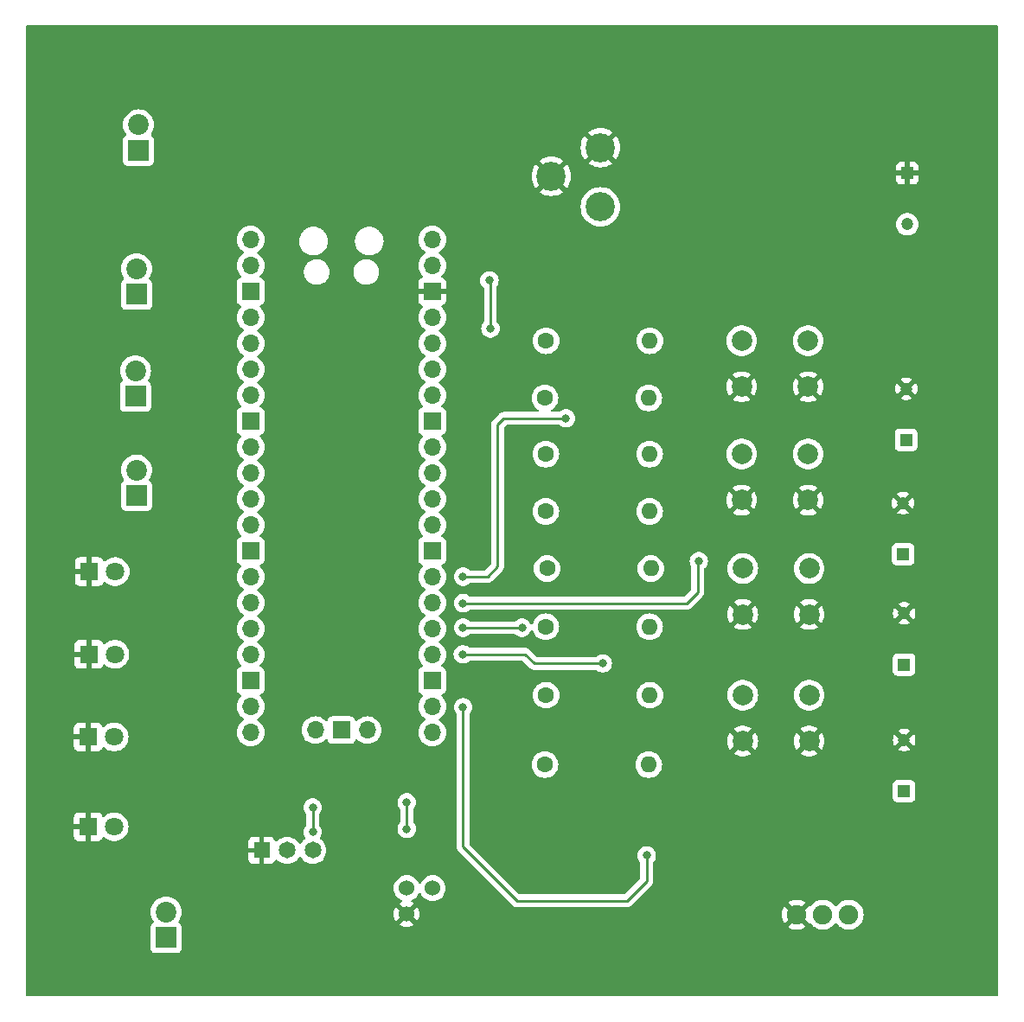
<source format=gbr>
G04 #@! TF.GenerationSoftware,KiCad,Pcbnew,7.0.7*
G04 #@! TF.CreationDate,2023-10-31T18:35:24+09:00*
G04 #@! TF.ProjectId,PCB_PracticeBoard,5043425f-5072-4616-9374-696365426f61,rev?*
G04 #@! TF.SameCoordinates,Original*
G04 #@! TF.FileFunction,Copper,L2,Bot*
G04 #@! TF.FilePolarity,Positive*
%FSLAX46Y46*%
G04 Gerber Fmt 4.6, Leading zero omitted, Abs format (unit mm)*
G04 Created by KiCad (PCBNEW 7.0.7) date 2023-10-31 18:35:24*
%MOMM*%
%LPD*%
G01*
G04 APERTURE LIST*
G04 #@! TA.AperFunction,ComponentPad*
%ADD10C,2.000000*%
G04 #@! TD*
G04 #@! TA.AperFunction,ComponentPad*
%ADD11R,1.800000X1.800000*%
G04 #@! TD*
G04 #@! TA.AperFunction,ComponentPad*
%ADD12C,1.800000*%
G04 #@! TD*
G04 #@! TA.AperFunction,ComponentPad*
%ADD13R,1.200000X1.200000*%
G04 #@! TD*
G04 #@! TA.AperFunction,ComponentPad*
%ADD14C,1.200000*%
G04 #@! TD*
G04 #@! TA.AperFunction,ComponentPad*
%ADD15R,2.025000X2.025000*%
G04 #@! TD*
G04 #@! TA.AperFunction,ComponentPad*
%ADD16C,2.025000*%
G04 #@! TD*
G04 #@! TA.AperFunction,ComponentPad*
%ADD17O,1.700000X1.700000*%
G04 #@! TD*
G04 #@! TA.AperFunction,ComponentPad*
%ADD18R,1.700000X1.700000*%
G04 #@! TD*
G04 #@! TA.AperFunction,ComponentPad*
%ADD19C,1.600000*%
G04 #@! TD*
G04 #@! TA.AperFunction,ComponentPad*
%ADD20O,1.600000X1.600000*%
G04 #@! TD*
G04 #@! TA.AperFunction,ComponentPad*
%ADD21C,1.905000*%
G04 #@! TD*
G04 #@! TA.AperFunction,ComponentPad*
%ADD22R,1.650000X1.650000*%
G04 #@! TD*
G04 #@! TA.AperFunction,ComponentPad*
%ADD23C,1.650000*%
G04 #@! TD*
G04 #@! TA.AperFunction,ComponentPad*
%ADD24C,2.850000*%
G04 #@! TD*
G04 #@! TA.AperFunction,ComponentPad*
%ADD25C,1.524000*%
G04 #@! TD*
G04 #@! TA.AperFunction,ViaPad*
%ADD26C,0.800000*%
G04 #@! TD*
G04 #@! TA.AperFunction,Conductor*
%ADD27C,0.250000*%
G04 #@! TD*
G04 APERTURE END LIST*
D10*
X115900000Y-93300000D03*
X122400000Y-93300000D03*
X115900000Y-97800000D03*
X122400000Y-97800000D03*
X116000000Y-116900000D03*
X122500000Y-116900000D03*
X116000000Y-121400000D03*
X122500000Y-121400000D03*
X116000000Y-104500000D03*
X122500000Y-104500000D03*
X116000000Y-109000000D03*
X122500000Y-109000000D03*
D11*
X51925000Y-129800000D03*
D12*
X54465000Y-129800000D03*
D13*
X132100000Y-65800000D03*
D14*
X132100000Y-70800000D03*
D15*
X56550000Y-87650000D03*
D16*
X56550000Y-85150000D03*
D17*
X67820000Y-72300000D03*
X67820000Y-74840000D03*
D18*
X67820000Y-77380000D03*
D17*
X67820000Y-79920000D03*
X67820000Y-82460000D03*
X67820000Y-85000000D03*
X67820000Y-87540000D03*
D18*
X67820000Y-90080000D03*
D17*
X67820000Y-92620000D03*
X67820000Y-95160000D03*
X67820000Y-97700000D03*
X67820000Y-100240000D03*
D18*
X67820000Y-102780000D03*
D17*
X67820000Y-105320000D03*
X67820000Y-107860000D03*
X67820000Y-110400000D03*
X67820000Y-112940000D03*
D18*
X67820000Y-115480000D03*
D17*
X67820000Y-118020000D03*
X67820000Y-120560000D03*
X85600000Y-120560000D03*
X85600000Y-118020000D03*
D18*
X85600000Y-115480000D03*
D17*
X85600000Y-112940000D03*
X85600000Y-110400000D03*
X85600000Y-107860000D03*
X85600000Y-105320000D03*
D18*
X85600000Y-102780000D03*
D17*
X85600000Y-100240000D03*
X85600000Y-97700000D03*
X85600000Y-95160000D03*
X85600000Y-92620000D03*
D18*
X85600000Y-90080000D03*
D17*
X85600000Y-87540000D03*
X85600000Y-85000000D03*
X85600000Y-82460000D03*
X85600000Y-79920000D03*
D18*
X85600000Y-77380000D03*
D17*
X85600000Y-74840000D03*
X85600000Y-72300000D03*
X74170000Y-120330000D03*
D18*
X76710000Y-120330000D03*
D17*
X79250000Y-120330000D03*
D19*
X96640000Y-87800000D03*
D20*
X106800000Y-87800000D03*
D11*
X52000000Y-112900000D03*
D12*
X54540000Y-112900000D03*
D19*
X96720000Y-110200000D03*
D20*
X106880000Y-110200000D03*
D13*
X131800000Y-113900000D03*
D14*
X131800000Y-108900000D03*
D19*
X96740000Y-82200000D03*
D20*
X106900000Y-82200000D03*
D19*
X96720000Y-98900000D03*
D20*
X106880000Y-98900000D03*
D21*
X121300000Y-138400000D03*
X123840000Y-138400000D03*
X126380000Y-138400000D03*
D19*
X96640000Y-123700000D03*
D20*
X106800000Y-123700000D03*
D22*
X68900000Y-132100000D03*
D23*
X71400000Y-132100000D03*
X73900000Y-132100000D03*
D24*
X102062500Y-69087500D03*
X102062500Y-63287500D03*
X97262500Y-66087500D03*
D11*
X51925000Y-121000000D03*
D12*
X54465000Y-121000000D03*
D13*
X132000000Y-91900000D03*
D14*
X132000000Y-86900000D03*
D13*
X131800000Y-126300000D03*
D14*
X131800000Y-121300000D03*
D11*
X52025000Y-104800000D03*
D12*
X54565000Y-104800000D03*
D19*
X96840000Y-104500000D03*
D20*
X107000000Y-104500000D03*
D19*
X96740000Y-116900000D03*
D20*
X106900000Y-116900000D03*
D25*
X85640000Y-135800000D03*
X83100000Y-135800000D03*
X83100000Y-138340000D03*
D15*
X56650000Y-77650000D03*
D16*
X56650000Y-75150000D03*
D13*
X131700000Y-103100000D03*
D14*
X131700000Y-98100000D03*
D15*
X59550000Y-140650000D03*
D16*
X59550000Y-138150000D03*
D19*
X96720000Y-93300000D03*
D20*
X106880000Y-93300000D03*
D15*
X56650000Y-97350000D03*
D16*
X56650000Y-94850000D03*
D10*
X115900000Y-82200000D03*
X122400000Y-82200000D03*
X115900000Y-86700000D03*
X122400000Y-86700000D03*
D15*
X56850000Y-63550000D03*
D16*
X56850000Y-61050000D03*
D26*
X92800000Y-76300000D03*
X93900000Y-105500000D03*
X93200000Y-91000000D03*
X93200000Y-94900000D03*
X93900000Y-103100000D03*
X93700000Y-119400000D03*
X92800000Y-73100000D03*
X93600000Y-115500000D03*
X91300000Y-81000000D03*
X91200000Y-76300000D03*
X98700000Y-89800000D03*
X88625500Y-105300000D03*
X111700000Y-103775500D03*
X88625500Y-107900000D03*
X94400000Y-110300000D03*
X88626000Y-110300000D03*
X102300000Y-113800000D03*
X88600000Y-112900000D03*
X73900000Y-127900000D03*
X73900000Y-130300000D03*
X83100000Y-127400000D03*
X83100000Y-130000000D03*
X88625500Y-118100000D03*
X106600000Y-132600000D03*
D27*
X93900000Y-105500000D02*
X93900000Y-103100000D01*
X93200000Y-94900000D02*
X93200000Y-91000000D01*
X93700000Y-119400000D02*
X93700000Y-115600000D01*
X92800000Y-73100000D02*
X92800000Y-76300000D01*
X93700000Y-115600000D02*
X93600000Y-115500000D01*
X91300000Y-76400000D02*
X91200000Y-76300000D01*
X91300000Y-81000000D02*
X91300000Y-76400000D01*
X92000000Y-104300000D02*
X92000000Y-90400000D01*
X92000000Y-90400000D02*
X92600000Y-89800000D01*
X88625500Y-105300000D02*
X91000000Y-105300000D01*
X92600000Y-89800000D02*
X98700000Y-89800000D01*
X91000000Y-105300000D02*
X92000000Y-104300000D01*
X88625500Y-107900000D02*
X110500000Y-107900000D01*
X110500000Y-107900000D02*
X111600000Y-106800000D01*
X111600000Y-106800000D02*
X111600000Y-103875500D01*
X111600000Y-103875500D02*
X111700000Y-103775500D01*
X94400000Y-110300000D02*
X88626000Y-110300000D01*
X95600000Y-113800000D02*
X94700000Y-112900000D01*
X102300000Y-113800000D02*
X95600000Y-113800000D01*
X94700000Y-112900000D02*
X88600000Y-112900000D01*
X73900000Y-130300000D02*
X73900000Y-127900000D01*
X83100000Y-130000000D02*
X83100000Y-127400000D01*
X106600000Y-135100000D02*
X106600000Y-132600000D01*
X104675000Y-137025000D02*
X106600000Y-135100000D01*
X88625500Y-118100000D02*
X88625500Y-131761896D01*
X88625500Y-131761896D02*
X93888604Y-137025000D01*
X93888604Y-137025000D02*
X104675000Y-137025000D01*
G04 #@! TA.AperFunction,Conductor*
G36*
X140943039Y-51319685D02*
G01*
X140988794Y-51372489D01*
X141000000Y-51424000D01*
X141000000Y-146276000D01*
X140980315Y-146343039D01*
X140927511Y-146388794D01*
X140876000Y-146400000D01*
X45924000Y-146400000D01*
X45856961Y-146380315D01*
X45811206Y-146327511D01*
X45800000Y-146276000D01*
X45800000Y-138150000D01*
X58032322Y-138150000D01*
X58051006Y-138387414D01*
X58106600Y-138618983D01*
X58197738Y-138839011D01*
X58318341Y-139035817D01*
X58336586Y-139103263D01*
X58315470Y-139169866D01*
X58286926Y-139199873D01*
X58179952Y-139279955D01*
X58093706Y-139395164D01*
X58093702Y-139395171D01*
X58043408Y-139530017D01*
X58037001Y-139589616D01*
X58037001Y-139589623D01*
X58037000Y-139589635D01*
X58037000Y-141710370D01*
X58037001Y-141710376D01*
X58043408Y-141769983D01*
X58093702Y-141904828D01*
X58093706Y-141904835D01*
X58179952Y-142020044D01*
X58179955Y-142020047D01*
X58295164Y-142106293D01*
X58295171Y-142106297D01*
X58430017Y-142156591D01*
X58430016Y-142156591D01*
X58436944Y-142157335D01*
X58489627Y-142163000D01*
X60610372Y-142162999D01*
X60669983Y-142156591D01*
X60804831Y-142106296D01*
X60920046Y-142020046D01*
X61006296Y-141904831D01*
X61056591Y-141769983D01*
X61063000Y-141710373D01*
X61062999Y-139589628D01*
X61056591Y-139530017D01*
X61035202Y-139472671D01*
X61006297Y-139395171D01*
X61006293Y-139395164D01*
X60920047Y-139279955D01*
X60813073Y-139199873D01*
X60771203Y-139143939D01*
X60766219Y-139074247D01*
X60781658Y-139035817D01*
X60853974Y-138917809D01*
X60902261Y-138839011D01*
X60993398Y-138618988D01*
X61048993Y-138387417D01*
X61067678Y-138150000D01*
X61048993Y-137912583D01*
X60993398Y-137681012D01*
X60922153Y-137509013D01*
X60902261Y-137460988D01*
X60777830Y-137257935D01*
X60777829Y-137257934D01*
X60777828Y-137257933D01*
X60777827Y-137257931D01*
X60623160Y-137076840D01*
X60442069Y-136922173D01*
X60442067Y-136922171D01*
X60442065Y-136922170D01*
X60442064Y-136922169D01*
X60239011Y-136797738D01*
X60018983Y-136706600D01*
X59787413Y-136651006D01*
X59787414Y-136651006D01*
X59550000Y-136632322D01*
X59312585Y-136651006D01*
X59081016Y-136706600D01*
X58860988Y-136797738D01*
X58657935Y-136922169D01*
X58657934Y-136922170D01*
X58476840Y-137076840D01*
X58322170Y-137257934D01*
X58322169Y-137257935D01*
X58197738Y-137460988D01*
X58106600Y-137681016D01*
X58051006Y-137912585D01*
X58032322Y-138150000D01*
X45800000Y-138150000D01*
X45800000Y-135800002D01*
X81832677Y-135800002D01*
X81851929Y-136020062D01*
X81851930Y-136020070D01*
X81909104Y-136233445D01*
X81909105Y-136233447D01*
X81909106Y-136233450D01*
X81942382Y-136304811D01*
X82002466Y-136433662D01*
X82002468Y-136433666D01*
X82129170Y-136614615D01*
X82129175Y-136614621D01*
X82285378Y-136770824D01*
X82285384Y-136770829D01*
X82466333Y-136897531D01*
X82466335Y-136897532D01*
X82466338Y-136897534D01*
X82519177Y-136922173D01*
X82595781Y-136957894D01*
X82648220Y-137004066D01*
X82667372Y-137071260D01*
X82647156Y-137138141D01*
X82595781Y-137182658D01*
X82466586Y-137242903D01*
X82401812Y-137288257D01*
X82401811Y-137288258D01*
X82930723Y-137817170D01*
X82964208Y-137878493D01*
X82959224Y-137948185D01*
X82917352Y-138004118D01*
X82902059Y-138013906D01*
X82862749Y-138035179D01*
X82862748Y-138035179D01*
X82776626Y-138128733D01*
X82776626Y-138128734D01*
X82775911Y-138130365D01*
X82774340Y-138132233D01*
X82771008Y-138137334D01*
X82770391Y-138136931D01*
X82730952Y-138183849D01*
X82664215Y-138204535D01*
X82596888Y-138185857D01*
X82574677Y-138168230D01*
X82048258Y-137641811D01*
X82048257Y-137641812D01*
X82002903Y-137706586D01*
X81909579Y-137906720D01*
X81909575Y-137906729D01*
X81852426Y-138120013D01*
X81852424Y-138120023D01*
X81833179Y-138339999D01*
X81833179Y-138340000D01*
X81852424Y-138559976D01*
X81852426Y-138559986D01*
X81909575Y-138773270D01*
X81909580Y-138773284D01*
X82002899Y-138973407D01*
X82002900Y-138973409D01*
X82048258Y-139038187D01*
X82577050Y-138509395D01*
X82638373Y-138475910D01*
X82708064Y-138480894D01*
X82763998Y-138522765D01*
X82768539Y-138529254D01*
X82815813Y-138601612D01*
X82916157Y-138679713D01*
X82916160Y-138679714D01*
X82916511Y-138679987D01*
X82957324Y-138736697D01*
X82960999Y-138806470D01*
X82928030Y-138865522D01*
X82401811Y-139391741D01*
X82466582Y-139437094D01*
X82466592Y-139437100D01*
X82666715Y-139530419D01*
X82666729Y-139530424D01*
X82880013Y-139587573D01*
X82880023Y-139587575D01*
X83099999Y-139606821D01*
X83100001Y-139606821D01*
X83319976Y-139587575D01*
X83319986Y-139587573D01*
X83533270Y-139530424D01*
X83533284Y-139530419D01*
X83733408Y-139437100D01*
X83733420Y-139437093D01*
X83798186Y-139391742D01*
X83798187Y-139391740D01*
X83269276Y-138862829D01*
X83235791Y-138801506D01*
X83240775Y-138731814D01*
X83282647Y-138675881D01*
X83297933Y-138666097D01*
X83337251Y-138644820D01*
X83423371Y-138551269D01*
X83424083Y-138549643D01*
X83425652Y-138547777D01*
X83428992Y-138542666D01*
X83429609Y-138543069D01*
X83469036Y-138496158D01*
X83535770Y-138475464D01*
X83603099Y-138494135D01*
X83625322Y-138511769D01*
X84151740Y-139038187D01*
X84151742Y-139038186D01*
X84197093Y-138973420D01*
X84197100Y-138973408D01*
X84290419Y-138773284D01*
X84290424Y-138773270D01*
X84347573Y-138559986D01*
X84347575Y-138559976D01*
X84361571Y-138400005D01*
X119842522Y-138400005D01*
X119862399Y-138639889D01*
X119921491Y-138873240D01*
X120018185Y-139093682D01*
X120110880Y-139235563D01*
X120593199Y-138753246D01*
X120654522Y-138719761D01*
X120724214Y-138724745D01*
X120780147Y-138766617D01*
X120785576Y-138774483D01*
X120806836Y-138807982D01*
X120923791Y-138917810D01*
X120929091Y-138921661D01*
X120971759Y-138976989D01*
X120977740Y-139046603D01*
X120945136Y-139108399D01*
X120943890Y-139109662D01*
X120463790Y-139589761D01*
X120463791Y-139589762D01*
X120502832Y-139620149D01*
X120502838Y-139620153D01*
X120714531Y-139734715D01*
X120714545Y-139734721D01*
X120942207Y-139812879D01*
X121179642Y-139852500D01*
X121420358Y-139852500D01*
X121657792Y-139812879D01*
X121885454Y-139734721D01*
X121885468Y-139734715D01*
X122097160Y-139620154D01*
X122097168Y-139620149D01*
X122136207Y-139589762D01*
X122136207Y-139589761D01*
X121652495Y-139106049D01*
X121619010Y-139044726D01*
X121623994Y-138975035D01*
X121665865Y-138919101D01*
X121667243Y-138918084D01*
X121738142Y-138866574D01*
X121824217Y-138762526D01*
X121882116Y-138723420D01*
X121951967Y-138721824D01*
X122007441Y-138753887D01*
X122489117Y-139235564D01*
X122510094Y-139233388D01*
X122519037Y-139225757D01*
X122588268Y-139216333D01*
X122651604Y-139245834D01*
X122673510Y-139271114D01*
X122689446Y-139295507D01*
X122689448Y-139295509D01*
X122689449Y-139295510D01*
X122852537Y-139472671D01*
X123000164Y-139587573D01*
X123042022Y-139620153D01*
X123042561Y-139620572D01*
X123216325Y-139714608D01*
X123253478Y-139734715D01*
X123254336Y-139735179D01*
X123372598Y-139775778D01*
X123482083Y-139813365D01*
X123482085Y-139813365D01*
X123482087Y-139813366D01*
X123719601Y-139853000D01*
X123719602Y-139853000D01*
X123960398Y-139853000D01*
X123960399Y-139853000D01*
X124197913Y-139813366D01*
X124425664Y-139735179D01*
X124637439Y-139620572D01*
X124827463Y-139472671D01*
X124990551Y-139295510D01*
X125006190Y-139271571D01*
X125059336Y-139226214D01*
X125128567Y-139216790D01*
X125191904Y-139246291D01*
X125213808Y-139271570D01*
X125229449Y-139295510D01*
X125392537Y-139472671D01*
X125540164Y-139587573D01*
X125582022Y-139620153D01*
X125582561Y-139620572D01*
X125756325Y-139714608D01*
X125793478Y-139734715D01*
X125794336Y-139735179D01*
X125912598Y-139775778D01*
X126022083Y-139813365D01*
X126022085Y-139813365D01*
X126022087Y-139813366D01*
X126259601Y-139853000D01*
X126259602Y-139853000D01*
X126500398Y-139853000D01*
X126500399Y-139853000D01*
X126737913Y-139813366D01*
X126965664Y-139735179D01*
X127177439Y-139620572D01*
X127367463Y-139472671D01*
X127530551Y-139295510D01*
X127662255Y-139093922D01*
X127758983Y-138873405D01*
X127818095Y-138639976D01*
X127834650Y-138440189D01*
X127837980Y-138400005D01*
X127837980Y-138399994D01*
X127821333Y-138199103D01*
X127818095Y-138160024D01*
X127758983Y-137926595D01*
X127662255Y-137706078D01*
X127530551Y-137504490D01*
X127367463Y-137327329D01*
X127217020Y-137210235D01*
X127177441Y-137179429D01*
X126965665Y-137064821D01*
X126965656Y-137064818D01*
X126737916Y-136986634D01*
X126559777Y-136956908D01*
X126500399Y-136947000D01*
X126259601Y-136947000D01*
X126212098Y-136954926D01*
X126022083Y-136986634D01*
X125794343Y-137064818D01*
X125794334Y-137064821D01*
X125582558Y-137179429D01*
X125448456Y-137283805D01*
X125392537Y-137327329D01*
X125392534Y-137327331D01*
X125392534Y-137327332D01*
X125229450Y-137504488D01*
X125229446Y-137504494D01*
X125213805Y-137528433D01*
X125160657Y-137573788D01*
X125091426Y-137583209D01*
X125028091Y-137553705D01*
X125006195Y-137528435D01*
X124990551Y-137504490D01*
X124827463Y-137327329D01*
X124677020Y-137210235D01*
X124637441Y-137179429D01*
X124425665Y-137064821D01*
X124425656Y-137064818D01*
X124197916Y-136986634D01*
X124019777Y-136956908D01*
X123960399Y-136947000D01*
X123719601Y-136947000D01*
X123672098Y-136954926D01*
X123482083Y-136986634D01*
X123254343Y-137064818D01*
X123254334Y-137064821D01*
X123042558Y-137179429D01*
X122908456Y-137283805D01*
X122852537Y-137327329D01*
X122852534Y-137327331D01*
X122852534Y-137327332D01*
X122689450Y-137504488D01*
X122689446Y-137504494D01*
X122673507Y-137528889D01*
X122620359Y-137574244D01*
X122551127Y-137583665D01*
X122515782Y-137567199D01*
X122489118Y-137564434D01*
X122006799Y-138046752D01*
X121945476Y-138080237D01*
X121875784Y-138075253D01*
X121819851Y-138033381D01*
X121814422Y-138025514D01*
X121793163Y-137992016D01*
X121676216Y-137882196D01*
X121676213Y-137882193D01*
X121676210Y-137882191D01*
X121676206Y-137882189D01*
X121670903Y-137878336D01*
X121628238Y-137823006D01*
X121622259Y-137753393D01*
X121654865Y-137691598D01*
X121656108Y-137690337D01*
X122136208Y-137210237D01*
X122136207Y-137210236D01*
X122097166Y-137179849D01*
X122097161Y-137179846D01*
X121885468Y-137065284D01*
X121885454Y-137065278D01*
X121657792Y-136987120D01*
X121420358Y-136947500D01*
X121179642Y-136947500D01*
X120942207Y-136987120D01*
X120714545Y-137065278D01*
X120714531Y-137065284D01*
X120502837Y-137179846D01*
X120502826Y-137179853D01*
X120463791Y-137210235D01*
X120463791Y-137210237D01*
X120947504Y-137693950D01*
X120980989Y-137755273D01*
X120976005Y-137824965D01*
X120934133Y-137880898D01*
X120932709Y-137881949D01*
X120861856Y-137933426D01*
X120861856Y-137933427D01*
X120775782Y-138037472D01*
X120717882Y-138076579D01*
X120648031Y-138078175D01*
X120592558Y-138046112D01*
X120110881Y-137564435D01*
X120018185Y-137706317D01*
X119921491Y-137926759D01*
X119862399Y-138160110D01*
X119842522Y-138399994D01*
X119842522Y-138400005D01*
X84361571Y-138400005D01*
X84366821Y-138340000D01*
X84366821Y-138339999D01*
X84347575Y-138120023D01*
X84347573Y-138120013D01*
X84290424Y-137906729D01*
X84290420Y-137906720D01*
X84197098Y-137706590D01*
X84151740Y-137641811D01*
X83622949Y-138170602D01*
X83561626Y-138204087D01*
X83491934Y-138199103D01*
X83436001Y-138157231D01*
X83431460Y-138150743D01*
X83384189Y-138078391D01*
X83384187Y-138078388D01*
X83380159Y-138075253D01*
X83283843Y-138000287D01*
X83283840Y-138000285D01*
X83283488Y-138000012D01*
X83242675Y-137943301D01*
X83239000Y-137873529D01*
X83271969Y-137814477D01*
X83798187Y-137288258D01*
X83733409Y-137242900D01*
X83733407Y-137242899D01*
X83604219Y-137182658D01*
X83551779Y-137136486D01*
X83532627Y-137069293D01*
X83552843Y-137002411D01*
X83604219Y-136957894D01*
X83627581Y-136947000D01*
X83733662Y-136897534D01*
X83914620Y-136770826D01*
X84070826Y-136614620D01*
X84197534Y-136433662D01*
X84257617Y-136304811D01*
X84303790Y-136252371D01*
X84370983Y-136233219D01*
X84437865Y-136253435D01*
X84482382Y-136304811D01*
X84542464Y-136433658D01*
X84542468Y-136433666D01*
X84669170Y-136614615D01*
X84669175Y-136614621D01*
X84825378Y-136770824D01*
X84825384Y-136770829D01*
X85006333Y-136897531D01*
X85006335Y-136897532D01*
X85006338Y-136897534D01*
X85206550Y-136990894D01*
X85419932Y-137048070D01*
X85577123Y-137061822D01*
X85639998Y-137067323D01*
X85640000Y-137067323D01*
X85640002Y-137067323D01*
X85695017Y-137062509D01*
X85860068Y-137048070D01*
X86073450Y-136990894D01*
X86273662Y-136897534D01*
X86454620Y-136770826D01*
X86610826Y-136614620D01*
X86737534Y-136433662D01*
X86830894Y-136233450D01*
X86888070Y-136020068D01*
X86907323Y-135800000D01*
X86888070Y-135579932D01*
X86830894Y-135366550D01*
X86737534Y-135166339D01*
X86610826Y-134985380D01*
X86454620Y-134829174D01*
X86454616Y-134829171D01*
X86454615Y-134829170D01*
X86273666Y-134702468D01*
X86273662Y-134702466D01*
X86273660Y-134702465D01*
X86073450Y-134609106D01*
X86073447Y-134609105D01*
X86073445Y-134609104D01*
X85860070Y-134551930D01*
X85860062Y-134551929D01*
X85640002Y-134532677D01*
X85639998Y-134532677D01*
X85419937Y-134551929D01*
X85419929Y-134551930D01*
X85206554Y-134609104D01*
X85206548Y-134609107D01*
X85006340Y-134702465D01*
X85006338Y-134702466D01*
X84825377Y-134829175D01*
X84669175Y-134985377D01*
X84542466Y-135166338D01*
X84542465Y-135166340D01*
X84482382Y-135295189D01*
X84436209Y-135347628D01*
X84369016Y-135366780D01*
X84302135Y-135346564D01*
X84257618Y-135295189D01*
X84224495Y-135224158D01*
X84197534Y-135166339D01*
X84070826Y-134985380D01*
X83914620Y-134829174D01*
X83914616Y-134829171D01*
X83914615Y-134829170D01*
X83733666Y-134702468D01*
X83733662Y-134702466D01*
X83733660Y-134702465D01*
X83533450Y-134609106D01*
X83533447Y-134609105D01*
X83533445Y-134609104D01*
X83320070Y-134551930D01*
X83320062Y-134551929D01*
X83100002Y-134532677D01*
X83099998Y-134532677D01*
X82879937Y-134551929D01*
X82879929Y-134551930D01*
X82666554Y-134609104D01*
X82666548Y-134609107D01*
X82466340Y-134702465D01*
X82466338Y-134702466D01*
X82285377Y-134829175D01*
X82129175Y-134985377D01*
X82002466Y-135166338D01*
X82002465Y-135166340D01*
X81909107Y-135366548D01*
X81909104Y-135366554D01*
X81851930Y-135579929D01*
X81851929Y-135579937D01*
X81832677Y-135799997D01*
X81832677Y-135800002D01*
X45800000Y-135800002D01*
X45800000Y-132972844D01*
X67575000Y-132972844D01*
X67581401Y-133032372D01*
X67581403Y-133032379D01*
X67631645Y-133167086D01*
X67631649Y-133167093D01*
X67717809Y-133282187D01*
X67717812Y-133282190D01*
X67832906Y-133368350D01*
X67832913Y-133368354D01*
X67967620Y-133418596D01*
X67967627Y-133418598D01*
X68027155Y-133424999D01*
X68027172Y-133425000D01*
X68650000Y-133425000D01*
X68650000Y-132764652D01*
X68669685Y-132697613D01*
X68722489Y-132651858D01*
X68791647Y-132641914D01*
X68807447Y-132645248D01*
X68824404Y-132650000D01*
X68824406Y-132650000D01*
X68937622Y-132650000D01*
X69009116Y-132640173D01*
X69078210Y-132650545D01*
X69130729Y-132696627D01*
X69150000Y-132763018D01*
X69150000Y-133425000D01*
X69772828Y-133425000D01*
X69772844Y-133424999D01*
X69832372Y-133418598D01*
X69832379Y-133418596D01*
X69967086Y-133368354D01*
X69967093Y-133368350D01*
X70082187Y-133282190D01*
X70082190Y-133282187D01*
X70168350Y-133167093D01*
X70168355Y-133167084D01*
X70216160Y-133038911D01*
X70258030Y-132982977D01*
X70323495Y-132958559D01*
X70391768Y-132973410D01*
X70420022Y-132994561D01*
X70544731Y-133119270D01*
X70734718Y-133252301D01*
X70944921Y-133350320D01*
X71168950Y-133410349D01*
X71333985Y-133424787D01*
X71399998Y-133430563D01*
X71400000Y-133430563D01*
X71400002Y-133430563D01*
X71463586Y-133425000D01*
X71631050Y-133410349D01*
X71855079Y-133350320D01*
X72065282Y-133252301D01*
X72255269Y-133119270D01*
X72419270Y-132955269D01*
X72548427Y-132770814D01*
X72603002Y-132727192D01*
X72672501Y-132719999D01*
X72734855Y-132751521D01*
X72751569Y-132770809D01*
X72880730Y-132955269D01*
X73044731Y-133119270D01*
X73234718Y-133252301D01*
X73444921Y-133350320D01*
X73668950Y-133410349D01*
X73833985Y-133424787D01*
X73899998Y-133430563D01*
X73900000Y-133430563D01*
X73900002Y-133430563D01*
X73963586Y-133425000D01*
X74131050Y-133410349D01*
X74355079Y-133350320D01*
X74565282Y-133252301D01*
X74755269Y-133119270D01*
X74919270Y-132955269D01*
X75052301Y-132765282D01*
X75150320Y-132555079D01*
X75210349Y-132331050D01*
X75230563Y-132100000D01*
X75227248Y-132062114D01*
X75220280Y-131982463D01*
X75210349Y-131868950D01*
X75150320Y-131644921D01*
X75052301Y-131434719D01*
X75052299Y-131434716D01*
X75052298Y-131434714D01*
X74919273Y-131244735D01*
X74919268Y-131244729D01*
X74755272Y-131080733D01*
X74755270Y-131080731D01*
X74755269Y-131080730D01*
X74755264Y-131080726D01*
X74755261Y-131080724D01*
X74657563Y-131012314D01*
X74613938Y-130957737D01*
X74606746Y-130888239D01*
X74630986Y-130839121D01*
X74628715Y-130837471D01*
X74632529Y-130832220D01*
X74632533Y-130832216D01*
X74727179Y-130668284D01*
X74785674Y-130488256D01*
X74805460Y-130300000D01*
X74785674Y-130111744D01*
X74749366Y-130000000D01*
X82194540Y-130000000D01*
X82214326Y-130188256D01*
X82214327Y-130188259D01*
X82272818Y-130368277D01*
X82272821Y-130368284D01*
X82367467Y-130532216D01*
X82485358Y-130663147D01*
X82494129Y-130672888D01*
X82647265Y-130784148D01*
X82647270Y-130784151D01*
X82820192Y-130861142D01*
X82820197Y-130861144D01*
X83005354Y-130900500D01*
X83005355Y-130900500D01*
X83194644Y-130900500D01*
X83194646Y-130900500D01*
X83379803Y-130861144D01*
X83552730Y-130784151D01*
X83705871Y-130672888D01*
X83832533Y-130532216D01*
X83927179Y-130368284D01*
X83985674Y-130188256D01*
X84005460Y-130000000D01*
X83985674Y-129811744D01*
X83927179Y-129631716D01*
X83832533Y-129467784D01*
X83831288Y-129466401D01*
X83757350Y-129384284D01*
X83727120Y-129321292D01*
X83725500Y-129301312D01*
X83725500Y-128098687D01*
X83745185Y-128031648D01*
X83757350Y-128015715D01*
X83775891Y-127995122D01*
X83832533Y-127932216D01*
X83927179Y-127768284D01*
X83985674Y-127588256D01*
X84005460Y-127400000D01*
X83985674Y-127211744D01*
X83927179Y-127031716D01*
X83832533Y-126867784D01*
X83705871Y-126727112D01*
X83705870Y-126727111D01*
X83552734Y-126615851D01*
X83552729Y-126615848D01*
X83379807Y-126538857D01*
X83379802Y-126538855D01*
X83234001Y-126507865D01*
X83194646Y-126499500D01*
X83005354Y-126499500D01*
X82972897Y-126506398D01*
X82820197Y-126538855D01*
X82820192Y-126538857D01*
X82647270Y-126615848D01*
X82647265Y-126615851D01*
X82494129Y-126727111D01*
X82367466Y-126867785D01*
X82272821Y-127031715D01*
X82272818Y-127031722D01*
X82236878Y-127142335D01*
X82214326Y-127211744D01*
X82194540Y-127400000D01*
X82214326Y-127588256D01*
X82214327Y-127588259D01*
X82272818Y-127768277D01*
X82272821Y-127768284D01*
X82367467Y-127932216D01*
X82410772Y-127980310D01*
X82442650Y-128015715D01*
X82472880Y-128078706D01*
X82474500Y-128098687D01*
X82474500Y-129301312D01*
X82454815Y-129368351D01*
X82442650Y-129384284D01*
X82367466Y-129467784D01*
X82272821Y-129631715D01*
X82272818Y-129631722D01*
X82218144Y-129799993D01*
X82214326Y-129811744D01*
X82194540Y-130000000D01*
X74749366Y-130000000D01*
X74727179Y-129931716D01*
X74632533Y-129767784D01*
X74630919Y-129765992D01*
X74557350Y-129684284D01*
X74527120Y-129621292D01*
X74525500Y-129601312D01*
X74525500Y-128598687D01*
X74545185Y-128531648D01*
X74557350Y-128515715D01*
X74575891Y-128495122D01*
X74632533Y-128432216D01*
X74727179Y-128268284D01*
X74785674Y-128088256D01*
X74805460Y-127900000D01*
X74785674Y-127711744D01*
X74727179Y-127531716D01*
X74632533Y-127367784D01*
X74505871Y-127227112D01*
X74484719Y-127211744D01*
X74352734Y-127115851D01*
X74352729Y-127115848D01*
X74179807Y-127038857D01*
X74179802Y-127038855D01*
X74032199Y-127007482D01*
X73994646Y-126999500D01*
X73805354Y-126999500D01*
X73772897Y-127006398D01*
X73620197Y-127038855D01*
X73620192Y-127038857D01*
X73447270Y-127115848D01*
X73447265Y-127115851D01*
X73294129Y-127227111D01*
X73167466Y-127367785D01*
X73072821Y-127531715D01*
X73072818Y-127531722D01*
X73014327Y-127711740D01*
X73014326Y-127711744D01*
X72994540Y-127900000D01*
X73014326Y-128088256D01*
X73014327Y-128088259D01*
X73072818Y-128268277D01*
X73072821Y-128268284D01*
X73167467Y-128432216D01*
X73189467Y-128456649D01*
X73242650Y-128515715D01*
X73272880Y-128578706D01*
X73274500Y-128598687D01*
X73274500Y-129601312D01*
X73254815Y-129668351D01*
X73242650Y-129684284D01*
X73167466Y-129767784D01*
X73072821Y-129931715D01*
X73072818Y-129931722D01*
X73023425Y-130083740D01*
X73014326Y-130111744D01*
X72999897Y-130249027D01*
X72995198Y-130293744D01*
X72994540Y-130300000D01*
X73014326Y-130488256D01*
X73014327Y-130488259D01*
X73072818Y-130668277D01*
X73072821Y-130668284D01*
X73167466Y-130832215D01*
X73171285Y-130837471D01*
X73168938Y-130839176D01*
X73193693Y-130890769D01*
X73185063Y-130960104D01*
X73142436Y-131012314D01*
X73044738Y-131080723D01*
X73044729Y-131080731D01*
X72880731Y-131244729D01*
X72880726Y-131244735D01*
X72751575Y-131429183D01*
X72696998Y-131472808D01*
X72627500Y-131480002D01*
X72565145Y-131448479D01*
X72548425Y-131429183D01*
X72419273Y-131244735D01*
X72419268Y-131244729D01*
X72255269Y-131080730D01*
X72255259Y-131080723D01*
X72065282Y-130947699D01*
X71855079Y-130849680D01*
X71855076Y-130849679D01*
X71855074Y-130849678D01*
X71631051Y-130789651D01*
X71631044Y-130789650D01*
X71400002Y-130769437D01*
X71399998Y-130769437D01*
X71168955Y-130789650D01*
X71168948Y-130789651D01*
X70944917Y-130849681D01*
X70734718Y-130947699D01*
X70734714Y-130947701D01*
X70544735Y-131080726D01*
X70420023Y-131205438D01*
X70358700Y-131238922D01*
X70289008Y-131233938D01*
X70233075Y-131192066D01*
X70216160Y-131161089D01*
X70168354Y-131032913D01*
X70168350Y-131032906D01*
X70082190Y-130917812D01*
X70082187Y-130917809D01*
X69967093Y-130831649D01*
X69967086Y-130831645D01*
X69832379Y-130781403D01*
X69832372Y-130781401D01*
X69772844Y-130775000D01*
X69150000Y-130775000D01*
X69150000Y-131435347D01*
X69130315Y-131502386D01*
X69077511Y-131548141D01*
X69008353Y-131558085D01*
X68992547Y-131554749D01*
X68975598Y-131550000D01*
X68975596Y-131550000D01*
X68862378Y-131550000D01*
X68862376Y-131550000D01*
X68790884Y-131559826D01*
X68721789Y-131549453D01*
X68669270Y-131503371D01*
X68650000Y-131436981D01*
X68650000Y-130775000D01*
X68027155Y-130775000D01*
X67967627Y-130781401D01*
X67967620Y-130781403D01*
X67832913Y-130831645D01*
X67832906Y-130831649D01*
X67717812Y-130917809D01*
X67717809Y-130917812D01*
X67631649Y-131032906D01*
X67631645Y-131032913D01*
X67581403Y-131167620D01*
X67581401Y-131167627D01*
X67575000Y-131227155D01*
X67575000Y-131850000D01*
X68233044Y-131850000D01*
X68300083Y-131869685D01*
X68345838Y-131922489D01*
X68356755Y-131982463D01*
X68348488Y-132103319D01*
X68346123Y-132137886D01*
X68351233Y-132162476D01*
X68359191Y-132200772D01*
X68353557Y-132270414D01*
X68311166Y-132325955D01*
X68245477Y-132349761D01*
X68237784Y-132350000D01*
X67575000Y-132350000D01*
X67575000Y-132972844D01*
X45800000Y-132972844D01*
X45800000Y-130747844D01*
X50525000Y-130747844D01*
X50531401Y-130807372D01*
X50531403Y-130807379D01*
X50581645Y-130942086D01*
X50581649Y-130942093D01*
X50667809Y-131057187D01*
X50667812Y-131057190D01*
X50782906Y-131143350D01*
X50782913Y-131143354D01*
X50917620Y-131193596D01*
X50917627Y-131193598D01*
X50977155Y-131199999D01*
X50977172Y-131200000D01*
X51675000Y-131200000D01*
X51675000Y-130361821D01*
X51694685Y-130294782D01*
X51747489Y-130249027D01*
X51816647Y-130239083D01*
X51835547Y-130243329D01*
X51857173Y-130250000D01*
X51958723Y-130250000D01*
X51958724Y-130250000D01*
X52032519Y-130238877D01*
X52101742Y-130248350D01*
X52154857Y-130293744D01*
X52174997Y-130360648D01*
X52175000Y-130361492D01*
X52175000Y-131200000D01*
X52872828Y-131200000D01*
X52872844Y-131199999D01*
X52932372Y-131193598D01*
X52932379Y-131193596D01*
X53067086Y-131143354D01*
X53067093Y-131143350D01*
X53182187Y-131057190D01*
X53182190Y-131057187D01*
X53268350Y-130942093D01*
X53268355Y-130942084D01*
X53297075Y-130865081D01*
X53338945Y-130809147D01*
X53404409Y-130784729D01*
X53472682Y-130799580D01*
X53504484Y-130824428D01*
X53513216Y-130833913D01*
X53513219Y-130833915D01*
X53513222Y-130833918D01*
X53696365Y-130976464D01*
X53696371Y-130976468D01*
X53696374Y-130976470D01*
X53900497Y-131086936D01*
X54014487Y-131126068D01*
X54120015Y-131162297D01*
X54120017Y-131162297D01*
X54120019Y-131162298D01*
X54348951Y-131200500D01*
X54348952Y-131200500D01*
X54581048Y-131200500D01*
X54581049Y-131200500D01*
X54809981Y-131162298D01*
X55029503Y-131086936D01*
X55233626Y-130976470D01*
X55416784Y-130833913D01*
X55573979Y-130663153D01*
X55700924Y-130468849D01*
X55794157Y-130256300D01*
X55851134Y-130031305D01*
X55856524Y-129966260D01*
X55870300Y-129800006D01*
X55870300Y-129799993D01*
X55851135Y-129568702D01*
X55851133Y-129568691D01*
X55794157Y-129343699D01*
X55700924Y-129131151D01*
X55573983Y-128936852D01*
X55573980Y-128936849D01*
X55573979Y-128936847D01*
X55416784Y-128766087D01*
X55416779Y-128766083D01*
X55416777Y-128766081D01*
X55233634Y-128623535D01*
X55233628Y-128623531D01*
X55029504Y-128513064D01*
X55029495Y-128513061D01*
X54809984Y-128437702D01*
X54622404Y-128406401D01*
X54581049Y-128399500D01*
X54348951Y-128399500D01*
X54307596Y-128406401D01*
X54120015Y-128437702D01*
X53900504Y-128513061D01*
X53900495Y-128513064D01*
X53696371Y-128623531D01*
X53696365Y-128623535D01*
X53513222Y-128766081D01*
X53513215Y-128766087D01*
X53504484Y-128775572D01*
X53444595Y-128811561D01*
X53374757Y-128809458D01*
X53317143Y-128769932D01*
X53297075Y-128734918D01*
X53268355Y-128657915D01*
X53268350Y-128657906D01*
X53182190Y-128542812D01*
X53182187Y-128542809D01*
X53067093Y-128456649D01*
X53067086Y-128456645D01*
X52932379Y-128406403D01*
X52932372Y-128406401D01*
X52872844Y-128400000D01*
X52174999Y-128400000D01*
X52174999Y-129238178D01*
X52155314Y-129305218D01*
X52102510Y-129350972D01*
X52033352Y-129360916D01*
X52014452Y-129356670D01*
X51992827Y-129350000D01*
X51891276Y-129350000D01*
X51891268Y-129350000D01*
X51817481Y-129361122D01*
X51748256Y-129351649D01*
X51695143Y-129306254D01*
X51675003Y-129239350D01*
X51675000Y-129238507D01*
X51675000Y-128400000D01*
X50977155Y-128400000D01*
X50917627Y-128406401D01*
X50917620Y-128406403D01*
X50782913Y-128456645D01*
X50782906Y-128456649D01*
X50667812Y-128542809D01*
X50667809Y-128542812D01*
X50581649Y-128657906D01*
X50581645Y-128657913D01*
X50531403Y-128792620D01*
X50531401Y-128792627D01*
X50525000Y-128852155D01*
X50525000Y-129550000D01*
X51364997Y-129550000D01*
X51432036Y-129569685D01*
X51477791Y-129622489D01*
X51487735Y-129691647D01*
X51485888Y-129701592D01*
X51471189Y-129765992D01*
X51471189Y-129765993D01*
X51482021Y-129910532D01*
X51479920Y-129910689D01*
X51476405Y-129968139D01*
X51435110Y-130024499D01*
X51369899Y-130049587D01*
X51359784Y-130050000D01*
X50525000Y-130050000D01*
X50525000Y-130747844D01*
X45800000Y-130747844D01*
X45800000Y-121947844D01*
X50525000Y-121947844D01*
X50531401Y-122007372D01*
X50531403Y-122007379D01*
X50581645Y-122142086D01*
X50581649Y-122142093D01*
X50667809Y-122257187D01*
X50667812Y-122257190D01*
X50782906Y-122343350D01*
X50782913Y-122343354D01*
X50917620Y-122393596D01*
X50917627Y-122393598D01*
X50977155Y-122399999D01*
X50977172Y-122400000D01*
X51675000Y-122400000D01*
X51675000Y-121561821D01*
X51694685Y-121494782D01*
X51747489Y-121449027D01*
X51816647Y-121439083D01*
X51835547Y-121443329D01*
X51857173Y-121450000D01*
X51958723Y-121450000D01*
X51958724Y-121450000D01*
X52032519Y-121438877D01*
X52101742Y-121448350D01*
X52154857Y-121493744D01*
X52174997Y-121560648D01*
X52175000Y-121561492D01*
X52175000Y-122400000D01*
X52872828Y-122400000D01*
X52872844Y-122399999D01*
X52932372Y-122393598D01*
X52932379Y-122393596D01*
X53067086Y-122343354D01*
X53067093Y-122343350D01*
X53182187Y-122257190D01*
X53182190Y-122257187D01*
X53268350Y-122142093D01*
X53268355Y-122142084D01*
X53297075Y-122065081D01*
X53338945Y-122009147D01*
X53404409Y-121984729D01*
X53472682Y-121999580D01*
X53504484Y-122024428D01*
X53513216Y-122033913D01*
X53513219Y-122033915D01*
X53513222Y-122033918D01*
X53696365Y-122176464D01*
X53696371Y-122176468D01*
X53696374Y-122176470D01*
X53900497Y-122286936D01*
X54014487Y-122326068D01*
X54120015Y-122362297D01*
X54120017Y-122362297D01*
X54120019Y-122362298D01*
X54348951Y-122400500D01*
X54348952Y-122400500D01*
X54581048Y-122400500D01*
X54581049Y-122400500D01*
X54809981Y-122362298D01*
X55029503Y-122286936D01*
X55233626Y-122176470D01*
X55416784Y-122033913D01*
X55573979Y-121863153D01*
X55700924Y-121668849D01*
X55794157Y-121456300D01*
X55851134Y-121231305D01*
X55851135Y-121231297D01*
X55870300Y-121000006D01*
X55870300Y-120999993D01*
X55851135Y-120768702D01*
X55851133Y-120768691D01*
X55798285Y-120560000D01*
X66464341Y-120560000D01*
X66484936Y-120795403D01*
X66484938Y-120795413D01*
X66546094Y-121023655D01*
X66546096Y-121023659D01*
X66546097Y-121023663D01*
X66641322Y-121227873D01*
X66645965Y-121237830D01*
X66645967Y-121237834D01*
X66713023Y-121333599D01*
X66781505Y-121431401D01*
X66948599Y-121598495D01*
X67038549Y-121661479D01*
X67142165Y-121734032D01*
X67142167Y-121734033D01*
X67142170Y-121734035D01*
X67356337Y-121833903D01*
X67584592Y-121895063D01*
X67746278Y-121909209D01*
X67819999Y-121915659D01*
X67820000Y-121915659D01*
X67820001Y-121915659D01*
X67859234Y-121912226D01*
X68055408Y-121895063D01*
X68283663Y-121833903D01*
X68497830Y-121734035D01*
X68691401Y-121598495D01*
X68858495Y-121431401D01*
X68994035Y-121237830D01*
X69093903Y-121023663D01*
X69155063Y-120795408D01*
X69175659Y-120560000D01*
X69155536Y-120330000D01*
X72814341Y-120330000D01*
X72834936Y-120565403D01*
X72834938Y-120565413D01*
X72896094Y-120793655D01*
X72896096Y-120793659D01*
X72896097Y-120793663D01*
X72980499Y-120974663D01*
X72995965Y-121007830D01*
X72995967Y-121007834D01*
X73095245Y-121149617D01*
X73131505Y-121201401D01*
X73298599Y-121368495D01*
X73379508Y-121425148D01*
X73492165Y-121504032D01*
X73492167Y-121504033D01*
X73492170Y-121504035D01*
X73706337Y-121603903D01*
X73934592Y-121665063D01*
X74111034Y-121680500D01*
X74169999Y-121685659D01*
X74170000Y-121685659D01*
X74170001Y-121685659D01*
X74228966Y-121680500D01*
X74405408Y-121665063D01*
X74633663Y-121603903D01*
X74847830Y-121504035D01*
X75041401Y-121368495D01*
X75163329Y-121246566D01*
X75224648Y-121213084D01*
X75294340Y-121218068D01*
X75350274Y-121259939D01*
X75367189Y-121290917D01*
X75416202Y-121422328D01*
X75416206Y-121422335D01*
X75502452Y-121537544D01*
X75502455Y-121537547D01*
X75617664Y-121623793D01*
X75617671Y-121623797D01*
X75752517Y-121674091D01*
X75752516Y-121674091D01*
X75759444Y-121674835D01*
X75812127Y-121680500D01*
X77607872Y-121680499D01*
X77667483Y-121674091D01*
X77802331Y-121623796D01*
X77917546Y-121537546D01*
X78003796Y-121422331D01*
X78052810Y-121290916D01*
X78094681Y-121234984D01*
X78160145Y-121210566D01*
X78228418Y-121225417D01*
X78256672Y-121246568D01*
X78378599Y-121368495D01*
X78459508Y-121425148D01*
X78572165Y-121504032D01*
X78572167Y-121504033D01*
X78572170Y-121504035D01*
X78786337Y-121603903D01*
X79014592Y-121665063D01*
X79191034Y-121680500D01*
X79249999Y-121685659D01*
X79250000Y-121685659D01*
X79250001Y-121685659D01*
X79308966Y-121680500D01*
X79485408Y-121665063D01*
X79713663Y-121603903D01*
X79927830Y-121504035D01*
X80121401Y-121368495D01*
X80288495Y-121201401D01*
X80424035Y-121007830D01*
X80523903Y-120793663D01*
X80585063Y-120565408D01*
X80585536Y-120560000D01*
X84244341Y-120560000D01*
X84264936Y-120795403D01*
X84264938Y-120795413D01*
X84326094Y-121023655D01*
X84326096Y-121023659D01*
X84326097Y-121023663D01*
X84421322Y-121227873D01*
X84425965Y-121237830D01*
X84425967Y-121237834D01*
X84493023Y-121333599D01*
X84561505Y-121431401D01*
X84728599Y-121598495D01*
X84818549Y-121661479D01*
X84922165Y-121734032D01*
X84922167Y-121734033D01*
X84922170Y-121734035D01*
X85136337Y-121833903D01*
X85364592Y-121895063D01*
X85526278Y-121909209D01*
X85599999Y-121915659D01*
X85600000Y-121915659D01*
X85600001Y-121915659D01*
X85639234Y-121912226D01*
X85835408Y-121895063D01*
X86063663Y-121833903D01*
X86277830Y-121734035D01*
X86471401Y-121598495D01*
X86638495Y-121431401D01*
X86774035Y-121237830D01*
X86873903Y-121023663D01*
X86935063Y-120795408D01*
X86955659Y-120560000D01*
X86935063Y-120324592D01*
X86884759Y-120136852D01*
X86873905Y-120096344D01*
X86873904Y-120096343D01*
X86873903Y-120096337D01*
X86774035Y-119882171D01*
X86757050Y-119857913D01*
X86638494Y-119688597D01*
X86471402Y-119521506D01*
X86471401Y-119521505D01*
X86285842Y-119391575D01*
X86285841Y-119391574D01*
X86242216Y-119336997D01*
X86235024Y-119267498D01*
X86266546Y-119205144D01*
X86285836Y-119188428D01*
X86471401Y-119058495D01*
X86638495Y-118891401D01*
X86774035Y-118697830D01*
X86873903Y-118483663D01*
X86935063Y-118255408D01*
X86948660Y-118100000D01*
X87720040Y-118100000D01*
X87739826Y-118288256D01*
X87739827Y-118288259D01*
X87798318Y-118468277D01*
X87798321Y-118468284D01*
X87892967Y-118632216D01*
X87936272Y-118680310D01*
X87968150Y-118715715D01*
X87998380Y-118778706D01*
X88000000Y-118798687D01*
X88000000Y-131679151D01*
X87998275Y-131694768D01*
X87998561Y-131694795D01*
X87997826Y-131702561D01*
X88000000Y-131771710D01*
X88000000Y-131801239D01*
X88000001Y-131801256D01*
X88000868Y-131808127D01*
X88001326Y-131813946D01*
X88002790Y-131860520D01*
X88002791Y-131860523D01*
X88008380Y-131879763D01*
X88012324Y-131898807D01*
X88014836Y-131918688D01*
X88031990Y-131962015D01*
X88033882Y-131967543D01*
X88046881Y-132012284D01*
X88057080Y-132029530D01*
X88065638Y-132046999D01*
X88073014Y-132065628D01*
X88100398Y-132103319D01*
X88103606Y-132108203D01*
X88127327Y-132148312D01*
X88127333Y-132148320D01*
X88141490Y-132162476D01*
X88154127Y-132177271D01*
X88165906Y-132193483D01*
X88189441Y-132212953D01*
X88201809Y-132223184D01*
X88206120Y-132227106D01*
X92212232Y-136233219D01*
X93387801Y-137408788D01*
X93397626Y-137421051D01*
X93397847Y-137420869D01*
X93402818Y-137426878D01*
X93423647Y-137446437D01*
X93453239Y-137474226D01*
X93474133Y-137495120D01*
X93479615Y-137499373D01*
X93484047Y-137503157D01*
X93518022Y-137535062D01*
X93535580Y-137544714D01*
X93551837Y-137555393D01*
X93567668Y-137567673D01*
X93582853Y-137574244D01*
X93610437Y-137586182D01*
X93615681Y-137588750D01*
X93656512Y-137611197D01*
X93669127Y-137614435D01*
X93675909Y-137616177D01*
X93694323Y-137622481D01*
X93712708Y-137630438D01*
X93758761Y-137637732D01*
X93764430Y-137638906D01*
X93809585Y-137650500D01*
X93829620Y-137650500D01*
X93849017Y-137652026D01*
X93868800Y-137655160D01*
X93915187Y-137650775D01*
X93921026Y-137650500D01*
X104592257Y-137650500D01*
X104607877Y-137652224D01*
X104607904Y-137651939D01*
X104615660Y-137652671D01*
X104615667Y-137652673D01*
X104684814Y-137650500D01*
X104714350Y-137650500D01*
X104721228Y-137649630D01*
X104727041Y-137649172D01*
X104773627Y-137647709D01*
X104792869Y-137642117D01*
X104811912Y-137638174D01*
X104831792Y-137635664D01*
X104875122Y-137618507D01*
X104880646Y-137616617D01*
X104884396Y-137615527D01*
X104925390Y-137603618D01*
X104942629Y-137593422D01*
X104960103Y-137584862D01*
X104978727Y-137577488D01*
X104978727Y-137577487D01*
X104978732Y-137577486D01*
X105016449Y-137550082D01*
X105021305Y-137546892D01*
X105061420Y-137523170D01*
X105075589Y-137508999D01*
X105090379Y-137496368D01*
X105106587Y-137484594D01*
X105136299Y-137448676D01*
X105140212Y-137444376D01*
X106983788Y-135600801D01*
X106996042Y-135590986D01*
X106995859Y-135590764D01*
X107001866Y-135585792D01*
X107001877Y-135585786D01*
X107032775Y-135552882D01*
X107049227Y-135535364D01*
X107059671Y-135524918D01*
X107070120Y-135514471D01*
X107074379Y-135508978D01*
X107078152Y-135504561D01*
X107110062Y-135470582D01*
X107119713Y-135453024D01*
X107130396Y-135436761D01*
X107142673Y-135420936D01*
X107161185Y-135378153D01*
X107163738Y-135372941D01*
X107186197Y-135332092D01*
X107191180Y-135312680D01*
X107197481Y-135294280D01*
X107205437Y-135275896D01*
X107212729Y-135229852D01*
X107213906Y-135224171D01*
X107225500Y-135179019D01*
X107225500Y-135158982D01*
X107227027Y-135139582D01*
X107230160Y-135119804D01*
X107225775Y-135073415D01*
X107225500Y-135067577D01*
X107225500Y-133298687D01*
X107245185Y-133231648D01*
X107257350Y-133215715D01*
X107275891Y-133195122D01*
X107332533Y-133132216D01*
X107427179Y-132968284D01*
X107485674Y-132788256D01*
X107505460Y-132600000D01*
X107485674Y-132411744D01*
X107427179Y-132231716D01*
X107332533Y-132067784D01*
X107205871Y-131927112D01*
X107199508Y-131922489D01*
X107052734Y-131815851D01*
X107052729Y-131815848D01*
X106879807Y-131738857D01*
X106879802Y-131738855D01*
X106709056Y-131702563D01*
X106694646Y-131699500D01*
X106505354Y-131699500D01*
X106490944Y-131702563D01*
X106320197Y-131738855D01*
X106320192Y-131738857D01*
X106147270Y-131815848D01*
X106147265Y-131815851D01*
X105994129Y-131927111D01*
X105867466Y-132067785D01*
X105772821Y-132231715D01*
X105772818Y-132231722D01*
X105714327Y-132411740D01*
X105714326Y-132411744D01*
X105694540Y-132600000D01*
X105714326Y-132788256D01*
X105714327Y-132788259D01*
X105772818Y-132968277D01*
X105772821Y-132968284D01*
X105867467Y-133132216D01*
X105898871Y-133167093D01*
X105942650Y-133215715D01*
X105972880Y-133278706D01*
X105974500Y-133298687D01*
X105974500Y-134789546D01*
X105954815Y-134856585D01*
X105938181Y-134877227D01*
X104452228Y-136363181D01*
X104390905Y-136396666D01*
X104364547Y-136399500D01*
X94199056Y-136399500D01*
X94132017Y-136379815D01*
X94111375Y-136363181D01*
X89287319Y-131539124D01*
X89253834Y-131477801D01*
X89251000Y-131451443D01*
X89251000Y-126947870D01*
X130699500Y-126947870D01*
X130699501Y-126947876D01*
X130705908Y-127007483D01*
X130756202Y-127142328D01*
X130756206Y-127142335D01*
X130842452Y-127257544D01*
X130842455Y-127257547D01*
X130957664Y-127343793D01*
X130957671Y-127343797D01*
X131092517Y-127394091D01*
X131092516Y-127394091D01*
X131099444Y-127394835D01*
X131152127Y-127400500D01*
X132447872Y-127400499D01*
X132507483Y-127394091D01*
X132642331Y-127343796D01*
X132757546Y-127257546D01*
X132843796Y-127142331D01*
X132894091Y-127007483D01*
X132900500Y-126947873D01*
X132900499Y-125652128D01*
X132894091Y-125592517D01*
X132843796Y-125457669D01*
X132843795Y-125457668D01*
X132843793Y-125457664D01*
X132757547Y-125342455D01*
X132757544Y-125342452D01*
X132642335Y-125256206D01*
X132642328Y-125256202D01*
X132507482Y-125205908D01*
X132507483Y-125205908D01*
X132447883Y-125199501D01*
X132447881Y-125199500D01*
X132447873Y-125199500D01*
X132447864Y-125199500D01*
X131152129Y-125199500D01*
X131152123Y-125199501D01*
X131092516Y-125205908D01*
X130957671Y-125256202D01*
X130957664Y-125256206D01*
X130842455Y-125342452D01*
X130842452Y-125342455D01*
X130756206Y-125457664D01*
X130756202Y-125457671D01*
X130705908Y-125592517D01*
X130699501Y-125652116D01*
X130699501Y-125652123D01*
X130699500Y-125652135D01*
X130699500Y-126947870D01*
X89251000Y-126947870D01*
X89251000Y-123700001D01*
X95334532Y-123700001D01*
X95354364Y-123926686D01*
X95354366Y-123926697D01*
X95413258Y-124146488D01*
X95413261Y-124146497D01*
X95509431Y-124352732D01*
X95509432Y-124352734D01*
X95639954Y-124539141D01*
X95800858Y-124700045D01*
X95800861Y-124700047D01*
X95987266Y-124830568D01*
X96193504Y-124926739D01*
X96413308Y-124985635D01*
X96575230Y-124999801D01*
X96639998Y-125005468D01*
X96640000Y-125005468D01*
X96640002Y-125005468D01*
X96696672Y-125000509D01*
X96866692Y-124985635D01*
X97086496Y-124926739D01*
X97292734Y-124830568D01*
X97479139Y-124700047D01*
X97640047Y-124539139D01*
X97770568Y-124352734D01*
X97866739Y-124146496D01*
X97925635Y-123926692D01*
X97945468Y-123700001D01*
X105494532Y-123700001D01*
X105514364Y-123926686D01*
X105514366Y-123926697D01*
X105573258Y-124146488D01*
X105573261Y-124146497D01*
X105669431Y-124352732D01*
X105669432Y-124352734D01*
X105799954Y-124539141D01*
X105960858Y-124700045D01*
X105960861Y-124700047D01*
X106147266Y-124830568D01*
X106353504Y-124926739D01*
X106573308Y-124985635D01*
X106735230Y-124999801D01*
X106799998Y-125005468D01*
X106800000Y-125005468D01*
X106800002Y-125005468D01*
X106856673Y-125000509D01*
X107026692Y-124985635D01*
X107246496Y-124926739D01*
X107452734Y-124830568D01*
X107639139Y-124700047D01*
X107800047Y-124539139D01*
X107930568Y-124352734D01*
X108026739Y-124146496D01*
X108085635Y-123926692D01*
X108105468Y-123700000D01*
X108085635Y-123473308D01*
X108026739Y-123253504D01*
X107930568Y-123047266D01*
X107800047Y-122860861D01*
X107800045Y-122860858D01*
X107639141Y-122699954D01*
X107452734Y-122569432D01*
X107452732Y-122569431D01*
X107246497Y-122473261D01*
X107246488Y-122473258D01*
X107026697Y-122414366D01*
X107026693Y-122414365D01*
X107026692Y-122414365D01*
X107026691Y-122414364D01*
X107026686Y-122414364D01*
X106800002Y-122394532D01*
X106799998Y-122394532D01*
X106573313Y-122414364D01*
X106573302Y-122414366D01*
X106353511Y-122473258D01*
X106353502Y-122473261D01*
X106147267Y-122569431D01*
X106147265Y-122569432D01*
X105960858Y-122699954D01*
X105799954Y-122860858D01*
X105669432Y-123047265D01*
X105669431Y-123047267D01*
X105573261Y-123253502D01*
X105573258Y-123253511D01*
X105514366Y-123473302D01*
X105514364Y-123473313D01*
X105494532Y-123699998D01*
X105494532Y-123700001D01*
X97945468Y-123700001D01*
X97945468Y-123700000D01*
X97925635Y-123473308D01*
X97866739Y-123253504D01*
X97770568Y-123047266D01*
X97640047Y-122860861D01*
X97640045Y-122860858D01*
X97479141Y-122699954D01*
X97292734Y-122569432D01*
X97292732Y-122569431D01*
X97086497Y-122473261D01*
X97086488Y-122473258D01*
X96866697Y-122414366D01*
X96866693Y-122414365D01*
X96866692Y-122414365D01*
X96866691Y-122414364D01*
X96866686Y-122414364D01*
X96640002Y-122394532D01*
X96639998Y-122394532D01*
X96413313Y-122414364D01*
X96413302Y-122414366D01*
X96193511Y-122473258D01*
X96193502Y-122473261D01*
X95987267Y-122569431D01*
X95987265Y-122569432D01*
X95800858Y-122699954D01*
X95639954Y-122860858D01*
X95509432Y-123047265D01*
X95509431Y-123047267D01*
X95413261Y-123253502D01*
X95413258Y-123253511D01*
X95354366Y-123473302D01*
X95354364Y-123473313D01*
X95334532Y-123699998D01*
X95334532Y-123700001D01*
X89251000Y-123700001D01*
X89251000Y-121400005D01*
X114494858Y-121400005D01*
X114515385Y-121647729D01*
X114515387Y-121647738D01*
X114576412Y-121888717D01*
X114676266Y-122116364D01*
X114776564Y-122269882D01*
X115351482Y-121694964D01*
X115412805Y-121661479D01*
X115482496Y-121666463D01*
X115538430Y-121708334D01*
X115541514Y-121713249D01*
X115541549Y-121713225D01*
X115546441Y-121720156D01*
X115649637Y-121830651D01*
X115649638Y-121830652D01*
X115684698Y-121851973D01*
X115731749Y-121903623D01*
X115743407Y-121972513D01*
X115715970Y-122036770D01*
X115707950Y-122045601D01*
X115129942Y-122623609D01*
X115176768Y-122660055D01*
X115176770Y-122660056D01*
X115395385Y-122778364D01*
X115395396Y-122778369D01*
X115630506Y-122859083D01*
X115875707Y-122900000D01*
X116124293Y-122900000D01*
X116369493Y-122859083D01*
X116604603Y-122778369D01*
X116604614Y-122778364D01*
X116823228Y-122660057D01*
X116823231Y-122660055D01*
X116870056Y-122623609D01*
X116293165Y-122046718D01*
X116259680Y-121985395D01*
X116264664Y-121915703D01*
X116302588Y-121862853D01*
X116405739Y-121778934D01*
X116456052Y-121707655D01*
X116510793Y-121664239D01*
X116580318Y-121657310D01*
X116642553Y-121689068D01*
X116645037Y-121691484D01*
X117223434Y-122269882D01*
X117323731Y-122116369D01*
X117423587Y-121888717D01*
X117484612Y-121647738D01*
X117484614Y-121647729D01*
X117505141Y-121400005D01*
X120994858Y-121400005D01*
X121015385Y-121647729D01*
X121015387Y-121647738D01*
X121076412Y-121888717D01*
X121176266Y-122116364D01*
X121276564Y-122269882D01*
X121851482Y-121694964D01*
X121912805Y-121661479D01*
X121982496Y-121666463D01*
X122038430Y-121708334D01*
X122041514Y-121713249D01*
X122041549Y-121713225D01*
X122046441Y-121720156D01*
X122149637Y-121830651D01*
X122149638Y-121830652D01*
X122184698Y-121851973D01*
X122231749Y-121903623D01*
X122243407Y-121972513D01*
X122215970Y-122036770D01*
X122207950Y-122045601D01*
X121629942Y-122623609D01*
X121676768Y-122660055D01*
X121676770Y-122660056D01*
X121895385Y-122778364D01*
X121895396Y-122778369D01*
X122130506Y-122859083D01*
X122375707Y-122900000D01*
X122624293Y-122900000D01*
X122869493Y-122859083D01*
X123104603Y-122778369D01*
X123104614Y-122778364D01*
X123323228Y-122660057D01*
X123323231Y-122660055D01*
X123370056Y-122623609D01*
X122793165Y-122046718D01*
X122759680Y-121985395D01*
X122764664Y-121915703D01*
X122802588Y-121862853D01*
X122905739Y-121778934D01*
X122956052Y-121707655D01*
X123010793Y-121664239D01*
X123080318Y-121657310D01*
X123142553Y-121689068D01*
X123145037Y-121691484D01*
X123723434Y-122269882D01*
X123823731Y-122116369D01*
X123923587Y-121888717D01*
X123984612Y-121647738D01*
X123984614Y-121647729D01*
X124005141Y-121400005D01*
X124005141Y-121399994D01*
X123996855Y-121300000D01*
X130695287Y-121300000D01*
X130714096Y-121502989D01*
X130714097Y-121502992D01*
X130769883Y-121699063D01*
X130769886Y-121699069D01*
X130860754Y-121881556D01*
X130860755Y-121881557D01*
X130862533Y-121883912D01*
X131262580Y-121483865D01*
X131323903Y-121450380D01*
X131393594Y-121455364D01*
X131449528Y-121497235D01*
X131460742Y-121515246D01*
X131467296Y-121528109D01*
X131472358Y-121538044D01*
X131472363Y-121538050D01*
X131561949Y-121627636D01*
X131561951Y-121627637D01*
X131561955Y-121627641D01*
X131584747Y-121639254D01*
X131635542Y-121687228D01*
X131652337Y-121755049D01*
X131629799Y-121821184D01*
X131616132Y-121837419D01*
X131219310Y-122234240D01*
X131219311Y-122234241D01*
X131307581Y-122288895D01*
X131307588Y-122288899D01*
X131497678Y-122362539D01*
X131698072Y-122400000D01*
X131901928Y-122400000D01*
X132102321Y-122362539D01*
X132292414Y-122288897D01*
X132380688Y-122234240D01*
X131983866Y-121837419D01*
X131950381Y-121776096D01*
X131955365Y-121706405D01*
X131997236Y-121650471D01*
X132015245Y-121639258D01*
X132038045Y-121627641D01*
X132127641Y-121538045D01*
X132139254Y-121515252D01*
X132187225Y-121464458D01*
X132255046Y-121447661D01*
X132321181Y-121470197D01*
X132337419Y-121483866D01*
X132737465Y-121883912D01*
X132739247Y-121881552D01*
X132739249Y-121881550D01*
X132830113Y-121699069D01*
X132830116Y-121699063D01*
X132885902Y-121502992D01*
X132885903Y-121502989D01*
X132904713Y-121300000D01*
X132904713Y-121299999D01*
X132885903Y-121097010D01*
X132885902Y-121097007D01*
X132830116Y-120900936D01*
X132830113Y-120900930D01*
X132739244Y-120718441D01*
X132737466Y-120716086D01*
X132737465Y-120716085D01*
X132337419Y-121116132D01*
X132276096Y-121149617D01*
X132206404Y-121144633D01*
X132150471Y-121102761D01*
X132139256Y-121084751D01*
X132127641Y-121061955D01*
X132127637Y-121061951D01*
X132127636Y-121061949D01*
X132038050Y-120972363D01*
X132038047Y-120972361D01*
X132038045Y-120972359D01*
X132015250Y-120960744D01*
X131964456Y-120912771D01*
X131947661Y-120844950D01*
X131970198Y-120778815D01*
X131983866Y-120762580D01*
X132380688Y-120365758D01*
X132380687Y-120365757D01*
X132292418Y-120311104D01*
X132292411Y-120311100D01*
X132102321Y-120237460D01*
X131901928Y-120200000D01*
X131698072Y-120200000D01*
X131497678Y-120237460D01*
X131307588Y-120311100D01*
X131307584Y-120311102D01*
X131219310Y-120365758D01*
X131616133Y-120762580D01*
X131649618Y-120823903D01*
X131644634Y-120893594D01*
X131602763Y-120949528D01*
X131584748Y-120960745D01*
X131561956Y-120972358D01*
X131561949Y-120972363D01*
X131472363Y-121061949D01*
X131472358Y-121061956D01*
X131460745Y-121084748D01*
X131412770Y-121135544D01*
X131344949Y-121152338D01*
X131278814Y-121129800D01*
X131262580Y-121116133D01*
X130862533Y-120716085D01*
X130860754Y-120718443D01*
X130769886Y-120900930D01*
X130769883Y-120900936D01*
X130714097Y-121097007D01*
X130714096Y-121097010D01*
X130695287Y-121299999D01*
X130695287Y-121300000D01*
X123996855Y-121300000D01*
X123984614Y-121152270D01*
X123984612Y-121152261D01*
X123923587Y-120911282D01*
X123823731Y-120683630D01*
X123723434Y-120530116D01*
X123148517Y-121105034D01*
X123087194Y-121138519D01*
X123017502Y-121133535D01*
X122961569Y-121091663D01*
X122958486Y-121086750D01*
X122958451Y-121086775D01*
X122953558Y-121079843D01*
X122905367Y-121028245D01*
X122850362Y-120969348D01*
X122815300Y-120948026D01*
X122768248Y-120896374D01*
X122756591Y-120827484D01*
X122784029Y-120763227D01*
X122792048Y-120754397D01*
X123370056Y-120176389D01*
X123323229Y-120139943D01*
X123104614Y-120021635D01*
X123104603Y-120021630D01*
X122869493Y-119940916D01*
X122624293Y-119900000D01*
X122375707Y-119900000D01*
X122130506Y-119940916D01*
X121895396Y-120021630D01*
X121895390Y-120021632D01*
X121676761Y-120139949D01*
X121629942Y-120176388D01*
X121629942Y-120176390D01*
X122206833Y-120753280D01*
X122240318Y-120814603D01*
X122235334Y-120884294D01*
X122197408Y-120937148D01*
X122094262Y-121021064D01*
X122094258Y-121021069D01*
X122043947Y-121092343D01*
X121989204Y-121135760D01*
X121919679Y-121142689D01*
X121857444Y-121110930D01*
X121854962Y-121108515D01*
X121276564Y-120530116D01*
X121176267Y-120683632D01*
X121076412Y-120911282D01*
X121015387Y-121152261D01*
X121015385Y-121152270D01*
X120994858Y-121399994D01*
X120994858Y-121400005D01*
X117505141Y-121400005D01*
X117505141Y-121399994D01*
X117484614Y-121152270D01*
X117484612Y-121152261D01*
X117423587Y-120911282D01*
X117323731Y-120683630D01*
X117223434Y-120530116D01*
X116648517Y-121105034D01*
X116587194Y-121138519D01*
X116517502Y-121133535D01*
X116461569Y-121091663D01*
X116458486Y-121086750D01*
X116458451Y-121086775D01*
X116453558Y-121079843D01*
X116405367Y-121028245D01*
X116350362Y-120969348D01*
X116315300Y-120948026D01*
X116268248Y-120896374D01*
X116256591Y-120827484D01*
X116284029Y-120763227D01*
X116292048Y-120754397D01*
X116870056Y-120176389D01*
X116823229Y-120139943D01*
X116604614Y-120021635D01*
X116604603Y-120021630D01*
X116369493Y-119940916D01*
X116124293Y-119900000D01*
X115875707Y-119900000D01*
X115630506Y-119940916D01*
X115395396Y-120021630D01*
X115395390Y-120021632D01*
X115176761Y-120139949D01*
X115129942Y-120176388D01*
X115129942Y-120176390D01*
X115706833Y-120753280D01*
X115740318Y-120814603D01*
X115735334Y-120884294D01*
X115697408Y-120937148D01*
X115594262Y-121021064D01*
X115594258Y-121021069D01*
X115543947Y-121092343D01*
X115489204Y-121135760D01*
X115419679Y-121142689D01*
X115357444Y-121110930D01*
X115354962Y-121108515D01*
X114776564Y-120530116D01*
X114676267Y-120683632D01*
X114576412Y-120911282D01*
X114515387Y-121152261D01*
X114515385Y-121152270D01*
X114494858Y-121399994D01*
X114494858Y-121400005D01*
X89251000Y-121400005D01*
X89251000Y-118798687D01*
X89270685Y-118731648D01*
X89282850Y-118715715D01*
X89301391Y-118695122D01*
X89358033Y-118632216D01*
X89452679Y-118468284D01*
X89511174Y-118288256D01*
X89530960Y-118100000D01*
X89511174Y-117911744D01*
X89452679Y-117731716D01*
X89358033Y-117567784D01*
X89231371Y-117427112D01*
X89231370Y-117427111D01*
X89078234Y-117315851D01*
X89078229Y-117315848D01*
X88905307Y-117238857D01*
X88905302Y-117238855D01*
X88759500Y-117207865D01*
X88720146Y-117199500D01*
X88530854Y-117199500D01*
X88498397Y-117206398D01*
X88345697Y-117238855D01*
X88345692Y-117238857D01*
X88172770Y-117315848D01*
X88172765Y-117315851D01*
X88019629Y-117427111D01*
X87892966Y-117567785D01*
X87798321Y-117731715D01*
X87798318Y-117731722D01*
X87739827Y-117911740D01*
X87739826Y-117911744D01*
X87720040Y-118100000D01*
X86948660Y-118100000D01*
X86955659Y-118020000D01*
X86935063Y-117784592D01*
X86888626Y-117611285D01*
X86873905Y-117556344D01*
X86873904Y-117556343D01*
X86873903Y-117556337D01*
X86774035Y-117342171D01*
X86755604Y-117315849D01*
X86638496Y-117148600D01*
X86616582Y-117126686D01*
X86516567Y-117026671D01*
X86483084Y-116965351D01*
X86487757Y-116900001D01*
X95434532Y-116900001D01*
X95454364Y-117126686D01*
X95454366Y-117126697D01*
X95513258Y-117346488D01*
X95513261Y-117346497D01*
X95609431Y-117552732D01*
X95609432Y-117552734D01*
X95739954Y-117739141D01*
X95900858Y-117900045D01*
X95900861Y-117900047D01*
X96087266Y-118030568D01*
X96293504Y-118126739D01*
X96513308Y-118185635D01*
X96675230Y-118199801D01*
X96739998Y-118205468D01*
X96740000Y-118205468D01*
X96740002Y-118205468D01*
X96796673Y-118200509D01*
X96966692Y-118185635D01*
X97186496Y-118126739D01*
X97392734Y-118030568D01*
X97579139Y-117900047D01*
X97740047Y-117739139D01*
X97870568Y-117552734D01*
X97966739Y-117346496D01*
X98025635Y-117126692D01*
X98045468Y-116900001D01*
X105594532Y-116900001D01*
X105614364Y-117126686D01*
X105614366Y-117126697D01*
X105673258Y-117346488D01*
X105673261Y-117346497D01*
X105769431Y-117552732D01*
X105769432Y-117552734D01*
X105899954Y-117739141D01*
X106060858Y-117900045D01*
X106060861Y-117900047D01*
X106247266Y-118030568D01*
X106453504Y-118126739D01*
X106673308Y-118185635D01*
X106835230Y-118199801D01*
X106899998Y-118205468D01*
X106900000Y-118205468D01*
X106900002Y-118205468D01*
X106956673Y-118200509D01*
X107126692Y-118185635D01*
X107346496Y-118126739D01*
X107552734Y-118030568D01*
X107739139Y-117900047D01*
X107900047Y-117739139D01*
X108030568Y-117552734D01*
X108126739Y-117346496D01*
X108185635Y-117126692D01*
X108205468Y-116900005D01*
X114494357Y-116900005D01*
X114514890Y-117147812D01*
X114514892Y-117147824D01*
X114575936Y-117388881D01*
X114675826Y-117616606D01*
X114811833Y-117824782D01*
X114811836Y-117824785D01*
X114980256Y-118007738D01*
X115176491Y-118160474D01*
X115395190Y-118278828D01*
X115630386Y-118359571D01*
X115875665Y-118400500D01*
X116124335Y-118400500D01*
X116369614Y-118359571D01*
X116604810Y-118278828D01*
X116823509Y-118160474D01*
X117019744Y-118007738D01*
X117188164Y-117824785D01*
X117324173Y-117616607D01*
X117424063Y-117388881D01*
X117485108Y-117147821D01*
X117485109Y-117147812D01*
X117505643Y-116900005D01*
X120994357Y-116900005D01*
X121014890Y-117147812D01*
X121014892Y-117147824D01*
X121075936Y-117388881D01*
X121175826Y-117616606D01*
X121311833Y-117824782D01*
X121311836Y-117824785D01*
X121480256Y-118007738D01*
X121676491Y-118160474D01*
X121895190Y-118278828D01*
X122130386Y-118359571D01*
X122375665Y-118400500D01*
X122624335Y-118400500D01*
X122869614Y-118359571D01*
X123104810Y-118278828D01*
X123323509Y-118160474D01*
X123519744Y-118007738D01*
X123688164Y-117824785D01*
X123824173Y-117616607D01*
X123924063Y-117388881D01*
X123985108Y-117147821D01*
X123985109Y-117147812D01*
X124005643Y-116900005D01*
X124005643Y-116899994D01*
X123985109Y-116652187D01*
X123985107Y-116652175D01*
X123924063Y-116411118D01*
X123824173Y-116183393D01*
X123688166Y-115975217D01*
X123618880Y-115899953D01*
X123519744Y-115792262D01*
X123323509Y-115639526D01*
X123323507Y-115639525D01*
X123323506Y-115639524D01*
X123104811Y-115521172D01*
X123104802Y-115521169D01*
X122869616Y-115440429D01*
X122624335Y-115399500D01*
X122375665Y-115399500D01*
X122130383Y-115440429D01*
X121895197Y-115521169D01*
X121895188Y-115521172D01*
X121676493Y-115639524D01*
X121480257Y-115792261D01*
X121311833Y-115975217D01*
X121175826Y-116183393D01*
X121075936Y-116411118D01*
X121014892Y-116652175D01*
X121014890Y-116652187D01*
X120994357Y-116899994D01*
X120994357Y-116900005D01*
X117505643Y-116900005D01*
X117505643Y-116899994D01*
X117485109Y-116652187D01*
X117485107Y-116652175D01*
X117424063Y-116411118D01*
X117324173Y-116183393D01*
X117188166Y-115975217D01*
X117118880Y-115899953D01*
X117019744Y-115792262D01*
X116823509Y-115639526D01*
X116823507Y-115639525D01*
X116823506Y-115639524D01*
X116604811Y-115521172D01*
X116604802Y-115521169D01*
X116369616Y-115440429D01*
X116124335Y-115399500D01*
X115875665Y-115399500D01*
X115630383Y-115440429D01*
X115395197Y-115521169D01*
X115395188Y-115521172D01*
X115176493Y-115639524D01*
X114980257Y-115792261D01*
X114811833Y-115975217D01*
X114675826Y-116183393D01*
X114575936Y-116411118D01*
X114514892Y-116652175D01*
X114514890Y-116652187D01*
X114494357Y-116899994D01*
X114494357Y-116900005D01*
X108205468Y-116900005D01*
X108205468Y-116900000D01*
X108205467Y-116899994D01*
X108198715Y-116822810D01*
X108185635Y-116673308D01*
X108126739Y-116453504D01*
X108030568Y-116247266D01*
X107900047Y-116060861D01*
X107900045Y-116060858D01*
X107739141Y-115899954D01*
X107552734Y-115769432D01*
X107552732Y-115769431D01*
X107346497Y-115673261D01*
X107346488Y-115673258D01*
X107126697Y-115614366D01*
X107126693Y-115614365D01*
X107126692Y-115614365D01*
X107126691Y-115614364D01*
X107126686Y-115614364D01*
X106900002Y-115594532D01*
X106899998Y-115594532D01*
X106673313Y-115614364D01*
X106673302Y-115614366D01*
X106453511Y-115673258D01*
X106453502Y-115673261D01*
X106247267Y-115769431D01*
X106247265Y-115769432D01*
X106060858Y-115899954D01*
X105899954Y-116060858D01*
X105769432Y-116247265D01*
X105769431Y-116247267D01*
X105673261Y-116453502D01*
X105673258Y-116453511D01*
X105614366Y-116673302D01*
X105614364Y-116673313D01*
X105594532Y-116899998D01*
X105594532Y-116900001D01*
X98045468Y-116900001D01*
X98045468Y-116900000D01*
X98045467Y-116899994D01*
X98038715Y-116822810D01*
X98025635Y-116673308D01*
X97966739Y-116453504D01*
X97870568Y-116247266D01*
X97740047Y-116060861D01*
X97740045Y-116060858D01*
X97579141Y-115899954D01*
X97392734Y-115769432D01*
X97392732Y-115769431D01*
X97186497Y-115673261D01*
X97186488Y-115673258D01*
X96966697Y-115614366D01*
X96966693Y-115614365D01*
X96966692Y-115614365D01*
X96966691Y-115614364D01*
X96966686Y-115614364D01*
X96740002Y-115594532D01*
X96739998Y-115594532D01*
X96513313Y-115614364D01*
X96513302Y-115614366D01*
X96293511Y-115673258D01*
X96293502Y-115673261D01*
X96087267Y-115769431D01*
X96087265Y-115769432D01*
X95900858Y-115899954D01*
X95739954Y-116060858D01*
X95609432Y-116247265D01*
X95609431Y-116247267D01*
X95513261Y-116453502D01*
X95513258Y-116453511D01*
X95454366Y-116673302D01*
X95454364Y-116673313D01*
X95434532Y-116899998D01*
X95434532Y-116900001D01*
X86487757Y-116900001D01*
X86488068Y-116895659D01*
X86529939Y-116839725D01*
X86560915Y-116822810D01*
X86692331Y-116773796D01*
X86807546Y-116687546D01*
X86893796Y-116572331D01*
X86944091Y-116437483D01*
X86950500Y-116377873D01*
X86950499Y-114582128D01*
X86944091Y-114522517D01*
X86925579Y-114472885D01*
X86893797Y-114387671D01*
X86893793Y-114387664D01*
X86807547Y-114272455D01*
X86807544Y-114272452D01*
X86692335Y-114186206D01*
X86692328Y-114186202D01*
X86560917Y-114137189D01*
X86504983Y-114095318D01*
X86480566Y-114029853D01*
X86495418Y-113961580D01*
X86516563Y-113933332D01*
X86638495Y-113811401D01*
X86774035Y-113617830D01*
X86873903Y-113403663D01*
X86935063Y-113175408D01*
X86955659Y-112940000D01*
X86952159Y-112900000D01*
X87694540Y-112900000D01*
X87714326Y-113088256D01*
X87714327Y-113088259D01*
X87772818Y-113268277D01*
X87772821Y-113268284D01*
X87867467Y-113432216D01*
X87969185Y-113545185D01*
X87994129Y-113572888D01*
X88147265Y-113684148D01*
X88147270Y-113684151D01*
X88320192Y-113761142D01*
X88320197Y-113761144D01*
X88505354Y-113800500D01*
X88505355Y-113800500D01*
X88694644Y-113800500D01*
X88694646Y-113800500D01*
X88879803Y-113761144D01*
X89052730Y-113684151D01*
X89205871Y-113572888D01*
X89209509Y-113568848D01*
X89211600Y-113566526D01*
X89271087Y-113529879D01*
X89303748Y-113525500D01*
X94389548Y-113525500D01*
X94456587Y-113545185D01*
X94477229Y-113561819D01*
X95099197Y-114183788D01*
X95109022Y-114196051D01*
X95109243Y-114195869D01*
X95114214Y-114201878D01*
X95140217Y-114226295D01*
X95164635Y-114249226D01*
X95185529Y-114270120D01*
X95191011Y-114274373D01*
X95195443Y-114278157D01*
X95229418Y-114310062D01*
X95246976Y-114319714D01*
X95263235Y-114330395D01*
X95279064Y-114342673D01*
X95321838Y-114361182D01*
X95327056Y-114363738D01*
X95367908Y-114386197D01*
X95387316Y-114391180D01*
X95405717Y-114397480D01*
X95424104Y-114405437D01*
X95467488Y-114412308D01*
X95470119Y-114412725D01*
X95475839Y-114413909D01*
X95520981Y-114425500D01*
X95541016Y-114425500D01*
X95560414Y-114427026D01*
X95580194Y-114430159D01*
X95580195Y-114430160D01*
X95580195Y-114430159D01*
X95580196Y-114430160D01*
X95626583Y-114425775D01*
X95632422Y-114425500D01*
X101596252Y-114425500D01*
X101663291Y-114445185D01*
X101688400Y-114466526D01*
X101694126Y-114472885D01*
X101694130Y-114472889D01*
X101847265Y-114584148D01*
X101847270Y-114584151D01*
X102020192Y-114661142D01*
X102020197Y-114661144D01*
X102205354Y-114700500D01*
X102205355Y-114700500D01*
X102394644Y-114700500D01*
X102394646Y-114700500D01*
X102579803Y-114661144D01*
X102752730Y-114584151D01*
X102802667Y-114547870D01*
X130699500Y-114547870D01*
X130699501Y-114547876D01*
X130705908Y-114607483D01*
X130756202Y-114742328D01*
X130756206Y-114742335D01*
X130842452Y-114857544D01*
X130842455Y-114857547D01*
X130957664Y-114943793D01*
X130957671Y-114943797D01*
X131092517Y-114994091D01*
X131092516Y-114994091D01*
X131099444Y-114994835D01*
X131152127Y-115000500D01*
X132447872Y-115000499D01*
X132507483Y-114994091D01*
X132642331Y-114943796D01*
X132757546Y-114857546D01*
X132843796Y-114742331D01*
X132894091Y-114607483D01*
X132900500Y-114547873D01*
X132900499Y-113252128D01*
X132894091Y-113192517D01*
X132890817Y-113183740D01*
X132843797Y-113057671D01*
X132843793Y-113057664D01*
X132757547Y-112942455D01*
X132757544Y-112942452D01*
X132642335Y-112856206D01*
X132642328Y-112856202D01*
X132507482Y-112805908D01*
X132507483Y-112805908D01*
X132447883Y-112799501D01*
X132447881Y-112799500D01*
X132447873Y-112799500D01*
X132447864Y-112799500D01*
X131152129Y-112799500D01*
X131152123Y-112799501D01*
X131092516Y-112805908D01*
X130957671Y-112856202D01*
X130957664Y-112856206D01*
X130842455Y-112942452D01*
X130842452Y-112942455D01*
X130756206Y-113057664D01*
X130756202Y-113057671D01*
X130705908Y-113192517D01*
X130701492Y-113233599D01*
X130699501Y-113252123D01*
X130699500Y-113252135D01*
X130699500Y-114547870D01*
X102802667Y-114547870D01*
X102905871Y-114472888D01*
X103032533Y-114332216D01*
X103127179Y-114168284D01*
X103185674Y-113988256D01*
X103205460Y-113800000D01*
X103185674Y-113611744D01*
X103131112Y-113443823D01*
X103127181Y-113431722D01*
X103127180Y-113431721D01*
X103127179Y-113431716D01*
X103032533Y-113267784D01*
X102905871Y-113127112D01*
X102905870Y-113127111D01*
X102752734Y-113015851D01*
X102752729Y-113015848D01*
X102579807Y-112938857D01*
X102579802Y-112938855D01*
X102434000Y-112907865D01*
X102394646Y-112899500D01*
X102205354Y-112899500D01*
X102172897Y-112906398D01*
X102020197Y-112938855D01*
X102020192Y-112938857D01*
X101847270Y-113015848D01*
X101847265Y-113015851D01*
X101694130Y-113127110D01*
X101694126Y-113127114D01*
X101688400Y-113133474D01*
X101628913Y-113170121D01*
X101596252Y-113174500D01*
X95910453Y-113174500D01*
X95843414Y-113154815D01*
X95822772Y-113138181D01*
X95200803Y-112516212D01*
X95190980Y-112503950D01*
X95190759Y-112504134D01*
X95185786Y-112498123D01*
X95162594Y-112476344D01*
X95135364Y-112450773D01*
X95124919Y-112440328D01*
X95114475Y-112429883D01*
X95108986Y-112425625D01*
X95104561Y-112421847D01*
X95070582Y-112389938D01*
X95070580Y-112389936D01*
X95070577Y-112389935D01*
X95053029Y-112380288D01*
X95036763Y-112369604D01*
X95020933Y-112357325D01*
X94978168Y-112338818D01*
X94972922Y-112336248D01*
X94932093Y-112313803D01*
X94932092Y-112313802D01*
X94912693Y-112308822D01*
X94894281Y-112302518D01*
X94875898Y-112294562D01*
X94875892Y-112294560D01*
X94829874Y-112287272D01*
X94824152Y-112286087D01*
X94779021Y-112274500D01*
X94779019Y-112274500D01*
X94758984Y-112274500D01*
X94739586Y-112272973D01*
X94732162Y-112271797D01*
X94719805Y-112269840D01*
X94719804Y-112269840D01*
X94673416Y-112274225D01*
X94667578Y-112274500D01*
X89303748Y-112274500D01*
X89236709Y-112254815D01*
X89211600Y-112233474D01*
X89205873Y-112227114D01*
X89205869Y-112227110D01*
X89052734Y-112115851D01*
X89052729Y-112115848D01*
X88879807Y-112038857D01*
X88879802Y-112038855D01*
X88734001Y-112007865D01*
X88694646Y-111999500D01*
X88505354Y-111999500D01*
X88472897Y-112006398D01*
X88320197Y-112038855D01*
X88320192Y-112038857D01*
X88147270Y-112115848D01*
X88147265Y-112115851D01*
X87994129Y-112227111D01*
X87867466Y-112367785D01*
X87772821Y-112531715D01*
X87772818Y-112531722D01*
X87714327Y-112711740D01*
X87714326Y-112711744D01*
X87694540Y-112900000D01*
X86952159Y-112900000D01*
X86935063Y-112704592D01*
X86881302Y-112503950D01*
X86873905Y-112476344D01*
X86873904Y-112476343D01*
X86873903Y-112476337D01*
X86774035Y-112262171D01*
X86768885Y-112254815D01*
X86638494Y-112068597D01*
X86471402Y-111901506D01*
X86471401Y-111901505D01*
X86285842Y-111771575D01*
X86285841Y-111771574D01*
X86242216Y-111716997D01*
X86235024Y-111647498D01*
X86266546Y-111585144D01*
X86285836Y-111568428D01*
X86471401Y-111438495D01*
X86638495Y-111271401D01*
X86774035Y-111077830D01*
X86873903Y-110863663D01*
X86935063Y-110635408D01*
X86955659Y-110400000D01*
X86953766Y-110378369D01*
X86946910Y-110300000D01*
X87720540Y-110300000D01*
X87740326Y-110488256D01*
X87740327Y-110488259D01*
X87798818Y-110668277D01*
X87798821Y-110668284D01*
X87893467Y-110832216D01*
X87995185Y-110945185D01*
X88020129Y-110972888D01*
X88173265Y-111084148D01*
X88173270Y-111084151D01*
X88346192Y-111161142D01*
X88346197Y-111161144D01*
X88531354Y-111200500D01*
X88531355Y-111200500D01*
X88720644Y-111200500D01*
X88720646Y-111200500D01*
X88905803Y-111161144D01*
X89078730Y-111084151D01*
X89231871Y-110972888D01*
X89234788Y-110969647D01*
X89237600Y-110966526D01*
X89297087Y-110929879D01*
X89329748Y-110925500D01*
X93696252Y-110925500D01*
X93763291Y-110945185D01*
X93788400Y-110966526D01*
X93794126Y-110972885D01*
X93794130Y-110972889D01*
X93947265Y-111084148D01*
X93947270Y-111084151D01*
X94120192Y-111161142D01*
X94120197Y-111161144D01*
X94305354Y-111200500D01*
X94305355Y-111200500D01*
X94494644Y-111200500D01*
X94494646Y-111200500D01*
X94679803Y-111161144D01*
X94852730Y-111084151D01*
X95005871Y-110972888D01*
X95132533Y-110832216D01*
X95227179Y-110668284D01*
X95246843Y-110607762D01*
X95286281Y-110550087D01*
X95350640Y-110522888D01*
X95419486Y-110534803D01*
X95470962Y-110582047D01*
X95484550Y-110613987D01*
X95493258Y-110646488D01*
X95493261Y-110646497D01*
X95589431Y-110852732D01*
X95589432Y-110852734D01*
X95719954Y-111039141D01*
X95880858Y-111200045D01*
X95880861Y-111200047D01*
X96067266Y-111330568D01*
X96273504Y-111426739D01*
X96493308Y-111485635D01*
X96651786Y-111499500D01*
X96719998Y-111505468D01*
X96720000Y-111505468D01*
X96720002Y-111505468D01*
X96788214Y-111499500D01*
X96946692Y-111485635D01*
X97166496Y-111426739D01*
X97372734Y-111330568D01*
X97559139Y-111200047D01*
X97720047Y-111039139D01*
X97850568Y-110852734D01*
X97946739Y-110646496D01*
X98005635Y-110426692D01*
X98022634Y-110232384D01*
X98025468Y-110200001D01*
X105574532Y-110200001D01*
X105594364Y-110426686D01*
X105594366Y-110426697D01*
X105653258Y-110646488D01*
X105653261Y-110646497D01*
X105749431Y-110852732D01*
X105749432Y-110852734D01*
X105879954Y-111039141D01*
X106040858Y-111200045D01*
X106040861Y-111200047D01*
X106227266Y-111330568D01*
X106433504Y-111426739D01*
X106653308Y-111485635D01*
X106811786Y-111499500D01*
X106879998Y-111505468D01*
X106880000Y-111505468D01*
X106880002Y-111505468D01*
X106948214Y-111499500D01*
X107106692Y-111485635D01*
X107326496Y-111426739D01*
X107532734Y-111330568D01*
X107719139Y-111200047D01*
X107880047Y-111039139D01*
X108010568Y-110852734D01*
X108106739Y-110646496D01*
X108165635Y-110426692D01*
X108182634Y-110232384D01*
X108185468Y-110200001D01*
X108185468Y-110199998D01*
X108167970Y-110000000D01*
X108165635Y-109973308D01*
X108106739Y-109753504D01*
X108010568Y-109547266D01*
X107880047Y-109360861D01*
X107880045Y-109360858D01*
X107719141Y-109199954D01*
X107532734Y-109069432D01*
X107532732Y-109069431D01*
X107383849Y-109000005D01*
X114494858Y-109000005D01*
X114515385Y-109247729D01*
X114515387Y-109247738D01*
X114576412Y-109488717D01*
X114676266Y-109716364D01*
X114776564Y-109869882D01*
X115351482Y-109294964D01*
X115412805Y-109261479D01*
X115482496Y-109266463D01*
X115538430Y-109308334D01*
X115541514Y-109313249D01*
X115541549Y-109313225D01*
X115546441Y-109320156D01*
X115649637Y-109430651D01*
X115649638Y-109430652D01*
X115684698Y-109451973D01*
X115731749Y-109503623D01*
X115743407Y-109572513D01*
X115715970Y-109636770D01*
X115707950Y-109645601D01*
X115129942Y-110223609D01*
X115176768Y-110260055D01*
X115176770Y-110260056D01*
X115395385Y-110378364D01*
X115395396Y-110378369D01*
X115630506Y-110459083D01*
X115875707Y-110500000D01*
X116124293Y-110500000D01*
X116369493Y-110459083D01*
X116604603Y-110378369D01*
X116604614Y-110378364D01*
X116823228Y-110260057D01*
X116823231Y-110260055D01*
X116870056Y-110223609D01*
X116293165Y-109646718D01*
X116259680Y-109585395D01*
X116264664Y-109515703D01*
X116302588Y-109462853D01*
X116405739Y-109378934D01*
X116456052Y-109307655D01*
X116510793Y-109264239D01*
X116580318Y-109257310D01*
X116642553Y-109289068D01*
X116645037Y-109291484D01*
X117223434Y-109869882D01*
X117323731Y-109716369D01*
X117423587Y-109488717D01*
X117484612Y-109247738D01*
X117484614Y-109247729D01*
X117505141Y-109000005D01*
X120994858Y-109000005D01*
X121015385Y-109247729D01*
X121015387Y-109247738D01*
X121076412Y-109488717D01*
X121176266Y-109716364D01*
X121276564Y-109869882D01*
X121851482Y-109294964D01*
X121912805Y-109261479D01*
X121982496Y-109266463D01*
X122038430Y-109308334D01*
X122041514Y-109313249D01*
X122041549Y-109313225D01*
X122046441Y-109320156D01*
X122149637Y-109430651D01*
X122149638Y-109430652D01*
X122184698Y-109451973D01*
X122231749Y-109503623D01*
X122243407Y-109572513D01*
X122215970Y-109636770D01*
X122207950Y-109645601D01*
X121629942Y-110223609D01*
X121676768Y-110260055D01*
X121676770Y-110260056D01*
X121895385Y-110378364D01*
X121895396Y-110378369D01*
X122130506Y-110459083D01*
X122375707Y-110500000D01*
X122624293Y-110500000D01*
X122869493Y-110459083D01*
X123104603Y-110378369D01*
X123104614Y-110378364D01*
X123323228Y-110260057D01*
X123323231Y-110260055D01*
X123370056Y-110223609D01*
X122793165Y-109646718D01*
X122759680Y-109585395D01*
X122764664Y-109515703D01*
X122802588Y-109462853D01*
X122905739Y-109378934D01*
X122956052Y-109307655D01*
X123010793Y-109264239D01*
X123080318Y-109257310D01*
X123142553Y-109289068D01*
X123145037Y-109291484D01*
X123723434Y-109869882D01*
X123823731Y-109716369D01*
X123923587Y-109488717D01*
X123984612Y-109247738D01*
X123984614Y-109247729D01*
X124005141Y-109000005D01*
X124005141Y-108999994D01*
X123996855Y-108900000D01*
X130695287Y-108900000D01*
X130714096Y-109102989D01*
X130714097Y-109102992D01*
X130769883Y-109299063D01*
X130769886Y-109299069D01*
X130860754Y-109481556D01*
X130860755Y-109481557D01*
X130862533Y-109483912D01*
X131262580Y-109083865D01*
X131323903Y-109050380D01*
X131393594Y-109055364D01*
X131449528Y-109097235D01*
X131460742Y-109115246D01*
X131467296Y-109128109D01*
X131472358Y-109138044D01*
X131472363Y-109138050D01*
X131561949Y-109227636D01*
X131561951Y-109227637D01*
X131561955Y-109227641D01*
X131584747Y-109239254D01*
X131635542Y-109287228D01*
X131652337Y-109355049D01*
X131629799Y-109421184D01*
X131616132Y-109437419D01*
X131219310Y-109834240D01*
X131219311Y-109834241D01*
X131307581Y-109888895D01*
X131307588Y-109888899D01*
X131497678Y-109962539D01*
X131698072Y-110000000D01*
X131901928Y-110000000D01*
X132102321Y-109962539D01*
X132292414Y-109888897D01*
X132380688Y-109834240D01*
X131983866Y-109437419D01*
X131950381Y-109376096D01*
X131955365Y-109306405D01*
X131997236Y-109250471D01*
X132015245Y-109239258D01*
X132038045Y-109227641D01*
X132127641Y-109138045D01*
X132139254Y-109115252D01*
X132187225Y-109064458D01*
X132255046Y-109047661D01*
X132321181Y-109070197D01*
X132337419Y-109083866D01*
X132737465Y-109483912D01*
X132739247Y-109481552D01*
X132739249Y-109481550D01*
X132830113Y-109299069D01*
X132830116Y-109299063D01*
X132885902Y-109102992D01*
X132885903Y-109102989D01*
X132904713Y-108900000D01*
X132904713Y-108899999D01*
X132885903Y-108697010D01*
X132885902Y-108697007D01*
X132830116Y-108500936D01*
X132830113Y-108500930D01*
X132739244Y-108318441D01*
X132737466Y-108316086D01*
X132737465Y-108316085D01*
X132337419Y-108716132D01*
X132276096Y-108749617D01*
X132206404Y-108744633D01*
X132150471Y-108702761D01*
X132139256Y-108684751D01*
X132127641Y-108661955D01*
X132127637Y-108661951D01*
X132127636Y-108661949D01*
X132038050Y-108572363D01*
X132038047Y-108572361D01*
X132038045Y-108572359D01*
X132015250Y-108560744D01*
X131964456Y-108512771D01*
X131947661Y-108444950D01*
X131970198Y-108378815D01*
X131983866Y-108362580D01*
X132380688Y-107965758D01*
X132380687Y-107965757D01*
X132292418Y-107911104D01*
X132292411Y-107911100D01*
X132102321Y-107837460D01*
X131901928Y-107800000D01*
X131698072Y-107800000D01*
X131497678Y-107837460D01*
X131307588Y-107911100D01*
X131307584Y-107911102D01*
X131219310Y-107965758D01*
X131616133Y-108362580D01*
X131649618Y-108423903D01*
X131644634Y-108493594D01*
X131602763Y-108549528D01*
X131584748Y-108560745D01*
X131561956Y-108572358D01*
X131561949Y-108572363D01*
X131472363Y-108661949D01*
X131472358Y-108661956D01*
X131460745Y-108684748D01*
X131412770Y-108735544D01*
X131344949Y-108752338D01*
X131278814Y-108729800D01*
X131262580Y-108716133D01*
X130862533Y-108316085D01*
X130860754Y-108318443D01*
X130769886Y-108500930D01*
X130769883Y-108500936D01*
X130714097Y-108697007D01*
X130714096Y-108697010D01*
X130695287Y-108899999D01*
X130695287Y-108900000D01*
X123996855Y-108900000D01*
X123984614Y-108752270D01*
X123984612Y-108752261D01*
X123923587Y-108511282D01*
X123823731Y-108283630D01*
X123723434Y-108130116D01*
X123148517Y-108705034D01*
X123087194Y-108738519D01*
X123017502Y-108733535D01*
X122961569Y-108691663D01*
X122958486Y-108686750D01*
X122958451Y-108686775D01*
X122953558Y-108679843D01*
X122898661Y-108621064D01*
X122850362Y-108569348D01*
X122815300Y-108548026D01*
X122768248Y-108496374D01*
X122756591Y-108427484D01*
X122784029Y-108363227D01*
X122792048Y-108354397D01*
X123370056Y-107776389D01*
X123323229Y-107739943D01*
X123104614Y-107621635D01*
X123104603Y-107621630D01*
X122869493Y-107540916D01*
X122624293Y-107500000D01*
X122375707Y-107500000D01*
X122130506Y-107540916D01*
X121895396Y-107621630D01*
X121895390Y-107621632D01*
X121676761Y-107739949D01*
X121629942Y-107776388D01*
X121629942Y-107776390D01*
X122206833Y-108353280D01*
X122240318Y-108414603D01*
X122235334Y-108484294D01*
X122197408Y-108537148D01*
X122094262Y-108621064D01*
X122094258Y-108621069D01*
X122043947Y-108692343D01*
X121989204Y-108735760D01*
X121919679Y-108742689D01*
X121857444Y-108710930D01*
X121854962Y-108708515D01*
X121276564Y-108130116D01*
X121176267Y-108283632D01*
X121076412Y-108511282D01*
X121015387Y-108752261D01*
X121015385Y-108752270D01*
X120994858Y-108999994D01*
X120994858Y-109000005D01*
X117505141Y-109000005D01*
X117505141Y-108999994D01*
X117484614Y-108752270D01*
X117484612Y-108752261D01*
X117423587Y-108511282D01*
X117323731Y-108283630D01*
X117223434Y-108130116D01*
X116648517Y-108705034D01*
X116587194Y-108738519D01*
X116517502Y-108733535D01*
X116461569Y-108691663D01*
X116458486Y-108686750D01*
X116458451Y-108686775D01*
X116453558Y-108679843D01*
X116398661Y-108621064D01*
X116350362Y-108569348D01*
X116315300Y-108548026D01*
X116268248Y-108496374D01*
X116256591Y-108427484D01*
X116284029Y-108363227D01*
X116292048Y-108354397D01*
X116870056Y-107776389D01*
X116823229Y-107739943D01*
X116604614Y-107621635D01*
X116604603Y-107621630D01*
X116369493Y-107540916D01*
X116124293Y-107500000D01*
X115875707Y-107500000D01*
X115630506Y-107540916D01*
X115395396Y-107621630D01*
X115395390Y-107621632D01*
X115176761Y-107739949D01*
X115129942Y-107776388D01*
X115129942Y-107776390D01*
X115706833Y-108353280D01*
X115740318Y-108414603D01*
X115735334Y-108484294D01*
X115697408Y-108537148D01*
X115594262Y-108621064D01*
X115594258Y-108621069D01*
X115543947Y-108692343D01*
X115489204Y-108735760D01*
X115419679Y-108742689D01*
X115357444Y-108710930D01*
X115354962Y-108708515D01*
X114776564Y-108130116D01*
X114676267Y-108283632D01*
X114576412Y-108511282D01*
X114515387Y-108752261D01*
X114515385Y-108752270D01*
X114494858Y-108999994D01*
X114494858Y-109000005D01*
X107383849Y-109000005D01*
X107326497Y-108973261D01*
X107326488Y-108973258D01*
X107106697Y-108914366D01*
X107106693Y-108914365D01*
X107106692Y-108914365D01*
X107106691Y-108914364D01*
X107106686Y-108914364D01*
X106880002Y-108894532D01*
X106879998Y-108894532D01*
X106653313Y-108914364D01*
X106653302Y-108914366D01*
X106433511Y-108973258D01*
X106433502Y-108973261D01*
X106227267Y-109069431D01*
X106227265Y-109069432D01*
X106040858Y-109199954D01*
X105879954Y-109360858D01*
X105749432Y-109547265D01*
X105749431Y-109547267D01*
X105653261Y-109753502D01*
X105653258Y-109753511D01*
X105594366Y-109973302D01*
X105594364Y-109973313D01*
X105574532Y-110199998D01*
X105574532Y-110200001D01*
X98025468Y-110200001D01*
X98025468Y-110199998D01*
X98007970Y-110000000D01*
X98005635Y-109973308D01*
X97946739Y-109753504D01*
X97850568Y-109547266D01*
X97720047Y-109360861D01*
X97720045Y-109360858D01*
X97559141Y-109199954D01*
X97372734Y-109069432D01*
X97372732Y-109069431D01*
X97166497Y-108973261D01*
X97166488Y-108973258D01*
X96946697Y-108914366D01*
X96946693Y-108914365D01*
X96946692Y-108914365D01*
X96946691Y-108914364D01*
X96946686Y-108914364D01*
X96720002Y-108894532D01*
X96719998Y-108894532D01*
X96493313Y-108914364D01*
X96493302Y-108914366D01*
X96273511Y-108973258D01*
X96273502Y-108973261D01*
X96067267Y-109069431D01*
X96067265Y-109069432D01*
X95880858Y-109199954D01*
X95719954Y-109360858D01*
X95589432Y-109547265D01*
X95589431Y-109547267D01*
X95493261Y-109753502D01*
X95493258Y-109753511D01*
X95453782Y-109900841D01*
X95417417Y-109960502D01*
X95354570Y-109991031D01*
X95285195Y-109982736D01*
X95231317Y-109938251D01*
X95226620Y-109930748D01*
X95209353Y-109900841D01*
X95132533Y-109767784D01*
X95005871Y-109627112D01*
X95005870Y-109627111D01*
X94852734Y-109515851D01*
X94852729Y-109515848D01*
X94679807Y-109438857D01*
X94679802Y-109438855D01*
X94534001Y-109407865D01*
X94494646Y-109399500D01*
X94305354Y-109399500D01*
X94272897Y-109406398D01*
X94120197Y-109438855D01*
X94120192Y-109438857D01*
X93947270Y-109515848D01*
X93947265Y-109515851D01*
X93794130Y-109627110D01*
X93794126Y-109627114D01*
X93788400Y-109633474D01*
X93728913Y-109670121D01*
X93696252Y-109674500D01*
X89329748Y-109674500D01*
X89262709Y-109654815D01*
X89237600Y-109633474D01*
X89231873Y-109627114D01*
X89231869Y-109627110D01*
X89078734Y-109515851D01*
X89078729Y-109515848D01*
X88905807Y-109438857D01*
X88905802Y-109438855D01*
X88760001Y-109407865D01*
X88720646Y-109399500D01*
X88531354Y-109399500D01*
X88498897Y-109406398D01*
X88346197Y-109438855D01*
X88346192Y-109438857D01*
X88173270Y-109515848D01*
X88173265Y-109515851D01*
X88020129Y-109627111D01*
X87893466Y-109767785D01*
X87798821Y-109931715D01*
X87798818Y-109931722D01*
X87740327Y-110111740D01*
X87740326Y-110111744D01*
X87720540Y-110300000D01*
X86946910Y-110300000D01*
X86938161Y-110200000D01*
X86935063Y-110164592D01*
X86873903Y-109936337D01*
X86774035Y-109722171D01*
X86769973Y-109716369D01*
X86638494Y-109528597D01*
X86471402Y-109361506D01*
X86471401Y-109361505D01*
X86308925Y-109247738D01*
X86285841Y-109231574D01*
X86242216Y-109176997D01*
X86235024Y-109107498D01*
X86266546Y-109045144D01*
X86285836Y-109028428D01*
X86471401Y-108898495D01*
X86638495Y-108731401D01*
X86774035Y-108537830D01*
X86873903Y-108323663D01*
X86935063Y-108095408D01*
X86952159Y-107900000D01*
X87720040Y-107900000D01*
X87739826Y-108088256D01*
X87739827Y-108088259D01*
X87798318Y-108268277D01*
X87798321Y-108268284D01*
X87892967Y-108432216D01*
X87988063Y-108537830D01*
X88019629Y-108572888D01*
X88172765Y-108684148D01*
X88172770Y-108684151D01*
X88345692Y-108761142D01*
X88345697Y-108761144D01*
X88530854Y-108800500D01*
X88530855Y-108800500D01*
X88720144Y-108800500D01*
X88720146Y-108800500D01*
X88905303Y-108761144D01*
X89078230Y-108684151D01*
X89231371Y-108572888D01*
X89234559Y-108569347D01*
X89237100Y-108566526D01*
X89296587Y-108529879D01*
X89329248Y-108525500D01*
X110417257Y-108525500D01*
X110432877Y-108527224D01*
X110432904Y-108526939D01*
X110440660Y-108527671D01*
X110440667Y-108527673D01*
X110509814Y-108525500D01*
X110539350Y-108525500D01*
X110546228Y-108524630D01*
X110552041Y-108524172D01*
X110598627Y-108522709D01*
X110617869Y-108517117D01*
X110636912Y-108513174D01*
X110656792Y-108510664D01*
X110700122Y-108493507D01*
X110705646Y-108491617D01*
X110709396Y-108490527D01*
X110750390Y-108478618D01*
X110767629Y-108468422D01*
X110785103Y-108459862D01*
X110803727Y-108452488D01*
X110803727Y-108452487D01*
X110803732Y-108452486D01*
X110841449Y-108425082D01*
X110846305Y-108421892D01*
X110886420Y-108398170D01*
X110900589Y-108383999D01*
X110915379Y-108371368D01*
X110931587Y-108359594D01*
X110961299Y-108323676D01*
X110965212Y-108319376D01*
X111983787Y-107300802D01*
X111996042Y-107290986D01*
X111995859Y-107290764D01*
X112001866Y-107285792D01*
X112001877Y-107285786D01*
X112032775Y-107252882D01*
X112049227Y-107235364D01*
X112059671Y-107224918D01*
X112070120Y-107214471D01*
X112074379Y-107208978D01*
X112078152Y-107204561D01*
X112110062Y-107170582D01*
X112119715Y-107153020D01*
X112130389Y-107136770D01*
X112142673Y-107120936D01*
X112161180Y-107078167D01*
X112163749Y-107072924D01*
X112165953Y-107068913D01*
X112186197Y-107032092D01*
X112191177Y-107012691D01*
X112197478Y-106994288D01*
X112205438Y-106975896D01*
X112212730Y-106929849D01*
X112213911Y-106924152D01*
X112225500Y-106879019D01*
X112225500Y-106858982D01*
X112227027Y-106839582D01*
X112230160Y-106819804D01*
X112225775Y-106773415D01*
X112225500Y-106767577D01*
X112225500Y-104569962D01*
X112245185Y-104502923D01*
X112247941Y-104500005D01*
X114494357Y-104500005D01*
X114514890Y-104747812D01*
X114514892Y-104747824D01*
X114575936Y-104988881D01*
X114675826Y-105216606D01*
X114811833Y-105424782D01*
X114811836Y-105424785D01*
X114980256Y-105607738D01*
X115176491Y-105760474D01*
X115395190Y-105878828D01*
X115630386Y-105959571D01*
X115875665Y-106000500D01*
X116124335Y-106000500D01*
X116369614Y-105959571D01*
X116604810Y-105878828D01*
X116823509Y-105760474D01*
X117019744Y-105607738D01*
X117188164Y-105424785D01*
X117324173Y-105216607D01*
X117424063Y-104988881D01*
X117485108Y-104747821D01*
X117486142Y-104735348D01*
X117505643Y-104500005D01*
X120994357Y-104500005D01*
X121014890Y-104747812D01*
X121014892Y-104747824D01*
X121075936Y-104988881D01*
X121175826Y-105216606D01*
X121311833Y-105424782D01*
X121311836Y-105424785D01*
X121480256Y-105607738D01*
X121676491Y-105760474D01*
X121895190Y-105878828D01*
X122130386Y-105959571D01*
X122375665Y-106000500D01*
X122624335Y-106000500D01*
X122869614Y-105959571D01*
X123104810Y-105878828D01*
X123323509Y-105760474D01*
X123519744Y-105607738D01*
X123688164Y-105424785D01*
X123824173Y-105216607D01*
X123924063Y-104988881D01*
X123985108Y-104747821D01*
X123986142Y-104735348D01*
X124005643Y-104500005D01*
X124005643Y-104499994D01*
X123985109Y-104252187D01*
X123985107Y-104252175D01*
X123924063Y-104011118D01*
X123824173Y-103783393D01*
X123800965Y-103747870D01*
X130599500Y-103747870D01*
X130599501Y-103747876D01*
X130605908Y-103807483D01*
X130656202Y-103942328D01*
X130656206Y-103942335D01*
X130742452Y-104057544D01*
X130742455Y-104057547D01*
X130857664Y-104143793D01*
X130857671Y-104143797D01*
X130992517Y-104194091D01*
X130992516Y-104194091D01*
X130999444Y-104194835D01*
X131052127Y-104200500D01*
X132347872Y-104200499D01*
X132407483Y-104194091D01*
X132542331Y-104143796D01*
X132657546Y-104057546D01*
X132743796Y-103942331D01*
X132794091Y-103807483D01*
X132800500Y-103747873D01*
X132800499Y-102452128D01*
X132794091Y-102392517D01*
X132743796Y-102257669D01*
X132743795Y-102257668D01*
X132743793Y-102257664D01*
X132657547Y-102142455D01*
X132657544Y-102142452D01*
X132542335Y-102056206D01*
X132542328Y-102056202D01*
X132407482Y-102005908D01*
X132407483Y-102005908D01*
X132347883Y-101999501D01*
X132347881Y-101999500D01*
X132347873Y-101999500D01*
X132347864Y-101999500D01*
X131052129Y-101999500D01*
X131052123Y-101999501D01*
X130992516Y-102005908D01*
X130857671Y-102056202D01*
X130857664Y-102056206D01*
X130742455Y-102142452D01*
X130742452Y-102142455D01*
X130656206Y-102257664D01*
X130656202Y-102257671D01*
X130605908Y-102392517D01*
X130599501Y-102452116D01*
X130599501Y-102452123D01*
X130599500Y-102452135D01*
X130599500Y-103747870D01*
X123800965Y-103747870D01*
X123688166Y-103575217D01*
X123579016Y-103456649D01*
X123519744Y-103392262D01*
X123323509Y-103239526D01*
X123323507Y-103239525D01*
X123323506Y-103239524D01*
X123104811Y-103121172D01*
X123104802Y-103121169D01*
X122869616Y-103040429D01*
X122624335Y-102999500D01*
X122375665Y-102999500D01*
X122130383Y-103040429D01*
X121895197Y-103121169D01*
X121895188Y-103121172D01*
X121676493Y-103239524D01*
X121480257Y-103392261D01*
X121311833Y-103575217D01*
X121175826Y-103783393D01*
X121075936Y-104011118D01*
X121014892Y-104252175D01*
X121014890Y-104252187D01*
X120994357Y-104499994D01*
X120994357Y-104500005D01*
X117505643Y-104500005D01*
X117505643Y-104499994D01*
X117485109Y-104252187D01*
X117485107Y-104252175D01*
X117424063Y-104011118D01*
X117324173Y-103783393D01*
X117188166Y-103575217D01*
X117079016Y-103456649D01*
X117019744Y-103392262D01*
X116823509Y-103239526D01*
X116823507Y-103239525D01*
X116823506Y-103239524D01*
X116604811Y-103121172D01*
X116604802Y-103121169D01*
X116369616Y-103040429D01*
X116124335Y-102999500D01*
X115875665Y-102999500D01*
X115630383Y-103040429D01*
X115395197Y-103121169D01*
X115395188Y-103121172D01*
X115176493Y-103239524D01*
X114980257Y-103392261D01*
X114811833Y-103575217D01*
X114675826Y-103783393D01*
X114575936Y-104011118D01*
X114514892Y-104252175D01*
X114514890Y-104252187D01*
X114494357Y-104499994D01*
X114494357Y-104500005D01*
X112247941Y-104500005D01*
X112276615Y-104469644D01*
X112286665Y-104462341D01*
X112305871Y-104448388D01*
X112432533Y-104307716D01*
X112527179Y-104143784D01*
X112585674Y-103963756D01*
X112605460Y-103775500D01*
X112585674Y-103587244D01*
X112527179Y-103407216D01*
X112432533Y-103243284D01*
X112305871Y-103102612D01*
X112305870Y-103102611D01*
X112152734Y-102991351D01*
X112152729Y-102991348D01*
X111979807Y-102914357D01*
X111979802Y-102914355D01*
X111834001Y-102883365D01*
X111794646Y-102875000D01*
X111605354Y-102875000D01*
X111572897Y-102881898D01*
X111420197Y-102914355D01*
X111420192Y-102914357D01*
X111247270Y-102991348D01*
X111247265Y-102991351D01*
X111094129Y-103102611D01*
X110967466Y-103243285D01*
X110872821Y-103407215D01*
X110872818Y-103407222D01*
X110814327Y-103587240D01*
X110814326Y-103587244D01*
X110794540Y-103775500D01*
X110814326Y-103963756D01*
X110814327Y-103963759D01*
X110872818Y-104143777D01*
X110872821Y-104143784D01*
X110957887Y-104291123D01*
X110974500Y-104353122D01*
X110974500Y-106489546D01*
X110954815Y-106556585D01*
X110938181Y-106577227D01*
X110277228Y-107238181D01*
X110215905Y-107271666D01*
X110189547Y-107274500D01*
X89329248Y-107274500D01*
X89262209Y-107254815D01*
X89237100Y-107233474D01*
X89231373Y-107227114D01*
X89231369Y-107227110D01*
X89078234Y-107115851D01*
X89078229Y-107115848D01*
X88905307Y-107038857D01*
X88905302Y-107038855D01*
X88737741Y-107003240D01*
X88720146Y-106999500D01*
X88530854Y-106999500D01*
X88513259Y-107003240D01*
X88345697Y-107038855D01*
X88345692Y-107038857D01*
X88172770Y-107115848D01*
X88172765Y-107115851D01*
X88019629Y-107227111D01*
X87892966Y-107367785D01*
X87798321Y-107531715D01*
X87798318Y-107531722D01*
X87768142Y-107624596D01*
X87739826Y-107711744D01*
X87720040Y-107900000D01*
X86952159Y-107900000D01*
X86955659Y-107860000D01*
X86935063Y-107624592D01*
X86873903Y-107396337D01*
X86774035Y-107182171D01*
X86765921Y-107170582D01*
X86638494Y-106988597D01*
X86471402Y-106821506D01*
X86471401Y-106821505D01*
X86285842Y-106691575D01*
X86285841Y-106691574D01*
X86242216Y-106636997D01*
X86235024Y-106567498D01*
X86266546Y-106505144D01*
X86285836Y-106488428D01*
X86471401Y-106358495D01*
X86638495Y-106191401D01*
X86774035Y-105997830D01*
X86873903Y-105783663D01*
X86935063Y-105555408D01*
X86955659Y-105320000D01*
X86953909Y-105300000D01*
X87720040Y-105300000D01*
X87739826Y-105488256D01*
X87739827Y-105488259D01*
X87798318Y-105668277D01*
X87798321Y-105668284D01*
X87892967Y-105832216D01*
X87991893Y-105942084D01*
X88019629Y-105972888D01*
X88172765Y-106084148D01*
X88172770Y-106084151D01*
X88345692Y-106161142D01*
X88345697Y-106161144D01*
X88530854Y-106200500D01*
X88530855Y-106200500D01*
X88720144Y-106200500D01*
X88720146Y-106200500D01*
X88905303Y-106161144D01*
X89078230Y-106084151D01*
X89231371Y-105972888D01*
X89234288Y-105969647D01*
X89237100Y-105966526D01*
X89296587Y-105929879D01*
X89329248Y-105925500D01*
X90917257Y-105925500D01*
X90932877Y-105927224D01*
X90932904Y-105926939D01*
X90940660Y-105927671D01*
X90940667Y-105927673D01*
X91009814Y-105925500D01*
X91039350Y-105925500D01*
X91046228Y-105924630D01*
X91052041Y-105924172D01*
X91098627Y-105922709D01*
X91117869Y-105917117D01*
X91136912Y-105913174D01*
X91156792Y-105910664D01*
X91200122Y-105893507D01*
X91205646Y-105891617D01*
X91209396Y-105890527D01*
X91250390Y-105878618D01*
X91267629Y-105868422D01*
X91285103Y-105859862D01*
X91303727Y-105852488D01*
X91303727Y-105852487D01*
X91303732Y-105852486D01*
X91341449Y-105825082D01*
X91346305Y-105821892D01*
X91386420Y-105798170D01*
X91400589Y-105783999D01*
X91415379Y-105771368D01*
X91431587Y-105759594D01*
X91461299Y-105723676D01*
X91465212Y-105719376D01*
X92383786Y-104800802D01*
X92396048Y-104790980D01*
X92395865Y-104790759D01*
X92401867Y-104785792D01*
X92401877Y-104785786D01*
X92449241Y-104735348D01*
X92470120Y-104714470D01*
X92474373Y-104708986D01*
X92478150Y-104704563D01*
X92510062Y-104670582D01*
X92519714Y-104653023D01*
X92530389Y-104636772D01*
X92542674Y-104620936D01*
X92561186Y-104578152D01*
X92563742Y-104572935D01*
X92586197Y-104532092D01*
X92591180Y-104512680D01*
X92595522Y-104500001D01*
X95534532Y-104500001D01*
X95554364Y-104726686D01*
X95554366Y-104726697D01*
X95613258Y-104946488D01*
X95613261Y-104946497D01*
X95709431Y-105152732D01*
X95709432Y-105152734D01*
X95839954Y-105339141D01*
X96000858Y-105500045D01*
X96000861Y-105500047D01*
X96187266Y-105630568D01*
X96393504Y-105726739D01*
X96613308Y-105785635D01*
X96756584Y-105798170D01*
X96839998Y-105805468D01*
X96840000Y-105805468D01*
X96840002Y-105805468D01*
X96907300Y-105799580D01*
X97066692Y-105785635D01*
X97286496Y-105726739D01*
X97492734Y-105630568D01*
X97679139Y-105500047D01*
X97840047Y-105339139D01*
X97970568Y-105152734D01*
X98066739Y-104946496D01*
X98125635Y-104726692D01*
X98144081Y-104515849D01*
X98145468Y-104500001D01*
X105694532Y-104500001D01*
X105714364Y-104726686D01*
X105714366Y-104726697D01*
X105773258Y-104946488D01*
X105773261Y-104946497D01*
X105869431Y-105152732D01*
X105869432Y-105152734D01*
X105999954Y-105339141D01*
X106160858Y-105500045D01*
X106160861Y-105500047D01*
X106347266Y-105630568D01*
X106553504Y-105726739D01*
X106773308Y-105785635D01*
X106916584Y-105798170D01*
X106999998Y-105805468D01*
X107000000Y-105805468D01*
X107000002Y-105805468D01*
X107067300Y-105799580D01*
X107226692Y-105785635D01*
X107446496Y-105726739D01*
X107652734Y-105630568D01*
X107839139Y-105500047D01*
X108000047Y-105339139D01*
X108130568Y-105152734D01*
X108226739Y-104946496D01*
X108285635Y-104726692D01*
X108304081Y-104515849D01*
X108305468Y-104500001D01*
X108305468Y-104499998D01*
X108294884Y-104379021D01*
X108285635Y-104273308D01*
X108233096Y-104077228D01*
X108226741Y-104053511D01*
X108226738Y-104053502D01*
X108196915Y-103989547D01*
X108130568Y-103847266D01*
X108000047Y-103660861D01*
X108000045Y-103660858D01*
X107839141Y-103499954D01*
X107652734Y-103369432D01*
X107652732Y-103369431D01*
X107446497Y-103273261D01*
X107446488Y-103273258D01*
X107226697Y-103214366D01*
X107226693Y-103214365D01*
X107226692Y-103214365D01*
X107226691Y-103214364D01*
X107226686Y-103214364D01*
X107000002Y-103194532D01*
X106999998Y-103194532D01*
X106773313Y-103214364D01*
X106773302Y-103214366D01*
X106553511Y-103273258D01*
X106553502Y-103273261D01*
X106347267Y-103369431D01*
X106347265Y-103369432D01*
X106160858Y-103499954D01*
X105999954Y-103660858D01*
X105869432Y-103847265D01*
X105869431Y-103847267D01*
X105773261Y-104053502D01*
X105773258Y-104053511D01*
X105714366Y-104273302D01*
X105714364Y-104273313D01*
X105694532Y-104499998D01*
X105694532Y-104500001D01*
X98145468Y-104500001D01*
X98145468Y-104499998D01*
X98134884Y-104379021D01*
X98125635Y-104273308D01*
X98073096Y-104077228D01*
X98066741Y-104053511D01*
X98066738Y-104053502D01*
X98036915Y-103989547D01*
X97970568Y-103847266D01*
X97840047Y-103660861D01*
X97840045Y-103660858D01*
X97679141Y-103499954D01*
X97492734Y-103369432D01*
X97492732Y-103369431D01*
X97286497Y-103273261D01*
X97286488Y-103273258D01*
X97066697Y-103214366D01*
X97066693Y-103214365D01*
X97066692Y-103214365D01*
X97066691Y-103214364D01*
X97066686Y-103214364D01*
X96840002Y-103194532D01*
X96839998Y-103194532D01*
X96613313Y-103214364D01*
X96613302Y-103214366D01*
X96393511Y-103273258D01*
X96393502Y-103273261D01*
X96187267Y-103369431D01*
X96187265Y-103369432D01*
X96000858Y-103499954D01*
X95839954Y-103660858D01*
X95709432Y-103847265D01*
X95709431Y-103847267D01*
X95613261Y-104053502D01*
X95613258Y-104053511D01*
X95554366Y-104273302D01*
X95554364Y-104273313D01*
X95534532Y-104499998D01*
X95534532Y-104500001D01*
X92595522Y-104500001D01*
X92597477Y-104494291D01*
X92605438Y-104475895D01*
X92612729Y-104429853D01*
X92613908Y-104424162D01*
X92625500Y-104379019D01*
X92625500Y-104358982D01*
X92627027Y-104339582D01*
X92630160Y-104319804D01*
X92625775Y-104273415D01*
X92625500Y-104267577D01*
X92625500Y-98900001D01*
X95414532Y-98900001D01*
X95434364Y-99126686D01*
X95434366Y-99126697D01*
X95493258Y-99346488D01*
X95493261Y-99346497D01*
X95589431Y-99552732D01*
X95589432Y-99552734D01*
X95719954Y-99739141D01*
X95880858Y-99900045D01*
X95880861Y-99900047D01*
X96067266Y-100030568D01*
X96273504Y-100126739D01*
X96493308Y-100185635D01*
X96655230Y-100199801D01*
X96719998Y-100205468D01*
X96720000Y-100205468D01*
X96720002Y-100205468D01*
X96776673Y-100200509D01*
X96946692Y-100185635D01*
X97166496Y-100126739D01*
X97372734Y-100030568D01*
X97559139Y-99900047D01*
X97720047Y-99739139D01*
X97850568Y-99552734D01*
X97946739Y-99346496D01*
X98005635Y-99126692D01*
X98025468Y-98900001D01*
X105574532Y-98900001D01*
X105594364Y-99126686D01*
X105594366Y-99126697D01*
X105653258Y-99346488D01*
X105653261Y-99346497D01*
X105749431Y-99552732D01*
X105749432Y-99552734D01*
X105879954Y-99739141D01*
X106040858Y-99900045D01*
X106040861Y-99900047D01*
X106227266Y-100030568D01*
X106433504Y-100126739D01*
X106653308Y-100185635D01*
X106815230Y-100199801D01*
X106879998Y-100205468D01*
X106880000Y-100205468D01*
X106880002Y-100205468D01*
X106936672Y-100200509D01*
X107106692Y-100185635D01*
X107326496Y-100126739D01*
X107532734Y-100030568D01*
X107719139Y-99900047D01*
X107880047Y-99739139D01*
X108010568Y-99552734D01*
X108106739Y-99346496D01*
X108165635Y-99126692D01*
X108185468Y-98900000D01*
X108165635Y-98673308D01*
X108115775Y-98487228D01*
X108106741Y-98453511D01*
X108106738Y-98453502D01*
X108086628Y-98410376D01*
X108010568Y-98247266D01*
X107880047Y-98060861D01*
X107880045Y-98060858D01*
X107719141Y-97899954D01*
X107576397Y-97800005D01*
X114394858Y-97800005D01*
X114415385Y-98047729D01*
X114415387Y-98047738D01*
X114476412Y-98288717D01*
X114576266Y-98516364D01*
X114676564Y-98669882D01*
X115251482Y-98094964D01*
X115312805Y-98061479D01*
X115382496Y-98066463D01*
X115438430Y-98108334D01*
X115441514Y-98113249D01*
X115441549Y-98113225D01*
X115446441Y-98120156D01*
X115544498Y-98225148D01*
X115549638Y-98230652D01*
X115584698Y-98251973D01*
X115631749Y-98303623D01*
X115643407Y-98372513D01*
X115615970Y-98436770D01*
X115607950Y-98445601D01*
X115029942Y-99023609D01*
X115076768Y-99060055D01*
X115076770Y-99060056D01*
X115295385Y-99178364D01*
X115295396Y-99178369D01*
X115530506Y-99259083D01*
X115775707Y-99300000D01*
X116024293Y-99300000D01*
X116269493Y-99259083D01*
X116504603Y-99178369D01*
X116504614Y-99178364D01*
X116723228Y-99060057D01*
X116723231Y-99060055D01*
X116770056Y-99023609D01*
X116193165Y-98446718D01*
X116159680Y-98385395D01*
X116164664Y-98315703D01*
X116202588Y-98262853D01*
X116305739Y-98178934D01*
X116356052Y-98107655D01*
X116410793Y-98064239D01*
X116480318Y-98057310D01*
X116542553Y-98089068D01*
X116545037Y-98091484D01*
X117123434Y-98669882D01*
X117223731Y-98516369D01*
X117323587Y-98288717D01*
X117384612Y-98047738D01*
X117384614Y-98047729D01*
X117405141Y-97800005D01*
X120894858Y-97800005D01*
X120915385Y-98047729D01*
X120915387Y-98047738D01*
X120976412Y-98288717D01*
X121076266Y-98516364D01*
X121176564Y-98669882D01*
X121751482Y-98094964D01*
X121812805Y-98061479D01*
X121882496Y-98066463D01*
X121938430Y-98108334D01*
X121941514Y-98113249D01*
X121941549Y-98113225D01*
X121946441Y-98120156D01*
X122044498Y-98225148D01*
X122049638Y-98230652D01*
X122084698Y-98251973D01*
X122131749Y-98303623D01*
X122143407Y-98372513D01*
X122115970Y-98436770D01*
X122107950Y-98445601D01*
X121529942Y-99023609D01*
X121576768Y-99060055D01*
X121576770Y-99060056D01*
X121795385Y-99178364D01*
X121795396Y-99178369D01*
X122030506Y-99259083D01*
X122275707Y-99300000D01*
X122524293Y-99300000D01*
X122769493Y-99259083D01*
X123004603Y-99178369D01*
X123004614Y-99178364D01*
X123223228Y-99060057D01*
X123223231Y-99060055D01*
X123270056Y-99023609D01*
X122693165Y-98446718D01*
X122659680Y-98385395D01*
X122664664Y-98315703D01*
X122702588Y-98262853D01*
X122805739Y-98178934D01*
X122856052Y-98107655D01*
X122910793Y-98064239D01*
X122980318Y-98057310D01*
X123042553Y-98089068D01*
X123045037Y-98091484D01*
X123623434Y-98669882D01*
X123723731Y-98516369D01*
X123823587Y-98288717D01*
X123871377Y-98100000D01*
X130595287Y-98100000D01*
X130614096Y-98302989D01*
X130614097Y-98302992D01*
X130669883Y-98499063D01*
X130669886Y-98499069D01*
X130760754Y-98681556D01*
X130760755Y-98681557D01*
X130762533Y-98683912D01*
X131162580Y-98283865D01*
X131223903Y-98250380D01*
X131293594Y-98255364D01*
X131349528Y-98297235D01*
X131360742Y-98315246D01*
X131367296Y-98328109D01*
X131372358Y-98338044D01*
X131372363Y-98338050D01*
X131461949Y-98427636D01*
X131461951Y-98427637D01*
X131461955Y-98427641D01*
X131484747Y-98439254D01*
X131535542Y-98487228D01*
X131552337Y-98555049D01*
X131529799Y-98621184D01*
X131516132Y-98637419D01*
X131119310Y-99034240D01*
X131119311Y-99034241D01*
X131207581Y-99088895D01*
X131207588Y-99088899D01*
X131397678Y-99162539D01*
X131598072Y-99200000D01*
X131801928Y-99200000D01*
X132002321Y-99162539D01*
X132192414Y-99088897D01*
X132280688Y-99034240D01*
X131883866Y-98637419D01*
X131850381Y-98576096D01*
X131855365Y-98506405D01*
X131897236Y-98450471D01*
X131915245Y-98439258D01*
X131938045Y-98427641D01*
X132027641Y-98338045D01*
X132039254Y-98315252D01*
X132087225Y-98264458D01*
X132155046Y-98247661D01*
X132221181Y-98270197D01*
X132237419Y-98283866D01*
X132637465Y-98683912D01*
X132639247Y-98681552D01*
X132639249Y-98681550D01*
X132730113Y-98499069D01*
X132730116Y-98499063D01*
X132785902Y-98302992D01*
X132785903Y-98302989D01*
X132804713Y-98100000D01*
X132804713Y-98099999D01*
X132785903Y-97897010D01*
X132785902Y-97897007D01*
X132730116Y-97700936D01*
X132730113Y-97700930D01*
X132639244Y-97518441D01*
X132637466Y-97516086D01*
X132637465Y-97516085D01*
X132237419Y-97916132D01*
X132176096Y-97949617D01*
X132106404Y-97944633D01*
X132050471Y-97902761D01*
X132039256Y-97884751D01*
X132027641Y-97861955D01*
X132027637Y-97861951D01*
X132027636Y-97861949D01*
X131938050Y-97772363D01*
X131938047Y-97772361D01*
X131938045Y-97772359D01*
X131915250Y-97760744D01*
X131864456Y-97712771D01*
X131847661Y-97644950D01*
X131870198Y-97578815D01*
X131883866Y-97562580D01*
X132280688Y-97165758D01*
X132280687Y-97165757D01*
X132192418Y-97111104D01*
X132192411Y-97111100D01*
X132002321Y-97037460D01*
X131801928Y-97000000D01*
X131598072Y-97000000D01*
X131397678Y-97037460D01*
X131207588Y-97111100D01*
X131207584Y-97111102D01*
X131119310Y-97165758D01*
X131516133Y-97562580D01*
X131549618Y-97623903D01*
X131544634Y-97693594D01*
X131502763Y-97749528D01*
X131484748Y-97760745D01*
X131461956Y-97772358D01*
X131461949Y-97772363D01*
X131372363Y-97861949D01*
X131372358Y-97861956D01*
X131360745Y-97884748D01*
X131312770Y-97935544D01*
X131244949Y-97952338D01*
X131178814Y-97929800D01*
X131162580Y-97916133D01*
X130762533Y-97516085D01*
X130760754Y-97518443D01*
X130669886Y-97700930D01*
X130669883Y-97700936D01*
X130614097Y-97897007D01*
X130614096Y-97897010D01*
X130595287Y-98099999D01*
X130595287Y-98100000D01*
X123871377Y-98100000D01*
X123884612Y-98047738D01*
X123884614Y-98047729D01*
X123905141Y-97800005D01*
X123905141Y-97799994D01*
X123884614Y-97552270D01*
X123884612Y-97552261D01*
X123823587Y-97311282D01*
X123723731Y-97083630D01*
X123623434Y-96930116D01*
X123048517Y-97505034D01*
X122987194Y-97538519D01*
X122917502Y-97533535D01*
X122861569Y-97491663D01*
X122858486Y-97486750D01*
X122858451Y-97486775D01*
X122853558Y-97479843D01*
X122798661Y-97421064D01*
X122750362Y-97369348D01*
X122715300Y-97348026D01*
X122668248Y-97296374D01*
X122656591Y-97227484D01*
X122684029Y-97163227D01*
X122692048Y-97154397D01*
X123270056Y-96576389D01*
X123223229Y-96539943D01*
X123004614Y-96421635D01*
X123004603Y-96421630D01*
X122769493Y-96340916D01*
X122524293Y-96300000D01*
X122275707Y-96300000D01*
X122030506Y-96340916D01*
X121795396Y-96421630D01*
X121795390Y-96421632D01*
X121576761Y-96539949D01*
X121529942Y-96576388D01*
X121529942Y-96576390D01*
X122106833Y-97153280D01*
X122140318Y-97214603D01*
X122135334Y-97284294D01*
X122097408Y-97337148D01*
X121994262Y-97421064D01*
X121994258Y-97421069D01*
X121943947Y-97492343D01*
X121889204Y-97535760D01*
X121819679Y-97542689D01*
X121757444Y-97510930D01*
X121754962Y-97508515D01*
X121176564Y-96930116D01*
X121076267Y-97083632D01*
X120976412Y-97311282D01*
X120915387Y-97552261D01*
X120915385Y-97552270D01*
X120894858Y-97799994D01*
X120894858Y-97800005D01*
X117405141Y-97800005D01*
X117405141Y-97799994D01*
X117384614Y-97552270D01*
X117384612Y-97552261D01*
X117323587Y-97311282D01*
X117223731Y-97083630D01*
X117123434Y-96930116D01*
X116548517Y-97505034D01*
X116487194Y-97538519D01*
X116417502Y-97533535D01*
X116361569Y-97491663D01*
X116358486Y-97486750D01*
X116358451Y-97486775D01*
X116353558Y-97479843D01*
X116298661Y-97421064D01*
X116250362Y-97369348D01*
X116215300Y-97348026D01*
X116168248Y-97296374D01*
X116156591Y-97227484D01*
X116184029Y-97163227D01*
X116192048Y-97154397D01*
X116770056Y-96576389D01*
X116723229Y-96539943D01*
X116504614Y-96421635D01*
X116504603Y-96421630D01*
X116269493Y-96340916D01*
X116024293Y-96300000D01*
X115775707Y-96300000D01*
X115530506Y-96340916D01*
X115295396Y-96421630D01*
X115295390Y-96421632D01*
X115076761Y-96539949D01*
X115029942Y-96576388D01*
X115029942Y-96576390D01*
X115606833Y-97153280D01*
X115640318Y-97214603D01*
X115635334Y-97284294D01*
X115597408Y-97337148D01*
X115494262Y-97421064D01*
X115494258Y-97421069D01*
X115443947Y-97492343D01*
X115389204Y-97535760D01*
X115319679Y-97542689D01*
X115257444Y-97510930D01*
X115254962Y-97508515D01*
X114676564Y-96930116D01*
X114576267Y-97083632D01*
X114476412Y-97311282D01*
X114415387Y-97552261D01*
X114415385Y-97552270D01*
X114394858Y-97799994D01*
X114394858Y-97800005D01*
X107576397Y-97800005D01*
X107532734Y-97769432D01*
X107532732Y-97769431D01*
X107326497Y-97673261D01*
X107326488Y-97673258D01*
X107106697Y-97614366D01*
X107106693Y-97614365D01*
X107106692Y-97614365D01*
X107106691Y-97614364D01*
X107106686Y-97614364D01*
X106880002Y-97594532D01*
X106879998Y-97594532D01*
X106653313Y-97614364D01*
X106653302Y-97614366D01*
X106433511Y-97673258D01*
X106433502Y-97673261D01*
X106227267Y-97769431D01*
X106227265Y-97769432D01*
X106040858Y-97899954D01*
X105879954Y-98060858D01*
X105749432Y-98247265D01*
X105749431Y-98247267D01*
X105653261Y-98453502D01*
X105653258Y-98453511D01*
X105594366Y-98673302D01*
X105594364Y-98673313D01*
X105574532Y-98899998D01*
X105574532Y-98900001D01*
X98025468Y-98900001D01*
X98025468Y-98900000D01*
X98005635Y-98673308D01*
X97955775Y-98487228D01*
X97946741Y-98453511D01*
X97946738Y-98453502D01*
X97926628Y-98410376D01*
X97850568Y-98247266D01*
X97720047Y-98060861D01*
X97720045Y-98060858D01*
X97559141Y-97899954D01*
X97372734Y-97769432D01*
X97372732Y-97769431D01*
X97166497Y-97673261D01*
X97166488Y-97673258D01*
X96946697Y-97614366D01*
X96946693Y-97614365D01*
X96946692Y-97614365D01*
X96946691Y-97614364D01*
X96946686Y-97614364D01*
X96720002Y-97594532D01*
X96719998Y-97594532D01*
X96493313Y-97614364D01*
X96493302Y-97614366D01*
X96273511Y-97673258D01*
X96273502Y-97673261D01*
X96067267Y-97769431D01*
X96067265Y-97769432D01*
X95880858Y-97899954D01*
X95719954Y-98060858D01*
X95589432Y-98247265D01*
X95589431Y-98247267D01*
X95493261Y-98453502D01*
X95493258Y-98453511D01*
X95434366Y-98673302D01*
X95434364Y-98673313D01*
X95414532Y-98899998D01*
X95414532Y-98900001D01*
X92625500Y-98900001D01*
X92625500Y-93300001D01*
X95414532Y-93300001D01*
X95434364Y-93526686D01*
X95434366Y-93526697D01*
X95493258Y-93746488D01*
X95493261Y-93746497D01*
X95589431Y-93952732D01*
X95589432Y-93952734D01*
X95719954Y-94139141D01*
X95880858Y-94300045D01*
X95880861Y-94300047D01*
X96067266Y-94430568D01*
X96273504Y-94526739D01*
X96493308Y-94585635D01*
X96655230Y-94599801D01*
X96719998Y-94605468D01*
X96720000Y-94605468D01*
X96720002Y-94605468D01*
X96776673Y-94600509D01*
X96946692Y-94585635D01*
X97166496Y-94526739D01*
X97372734Y-94430568D01*
X97559139Y-94300047D01*
X97720047Y-94139139D01*
X97850568Y-93952734D01*
X97946739Y-93746496D01*
X98005635Y-93526692D01*
X98025468Y-93300001D01*
X105574532Y-93300001D01*
X105594364Y-93526686D01*
X105594366Y-93526697D01*
X105653258Y-93746488D01*
X105653261Y-93746497D01*
X105749431Y-93952732D01*
X105749432Y-93952734D01*
X105879954Y-94139141D01*
X106040858Y-94300045D01*
X106040861Y-94300047D01*
X106227266Y-94430568D01*
X106433504Y-94526739D01*
X106653308Y-94585635D01*
X106815230Y-94599801D01*
X106879998Y-94605468D01*
X106880000Y-94605468D01*
X106880002Y-94605468D01*
X106936672Y-94600509D01*
X107106692Y-94585635D01*
X107326496Y-94526739D01*
X107532734Y-94430568D01*
X107719139Y-94300047D01*
X107880047Y-94139139D01*
X108010568Y-93952734D01*
X108106739Y-93746496D01*
X108165635Y-93526692D01*
X108185468Y-93300005D01*
X114394357Y-93300005D01*
X114414890Y-93547812D01*
X114414892Y-93547824D01*
X114475936Y-93788881D01*
X114575826Y-94016606D01*
X114711833Y-94224782D01*
X114711836Y-94224785D01*
X114880256Y-94407738D01*
X115076491Y-94560474D01*
X115295190Y-94678828D01*
X115530386Y-94759571D01*
X115775665Y-94800500D01*
X116024335Y-94800500D01*
X116269614Y-94759571D01*
X116504810Y-94678828D01*
X116723509Y-94560474D01*
X116919744Y-94407738D01*
X117088164Y-94224785D01*
X117224173Y-94016607D01*
X117324063Y-93788881D01*
X117385108Y-93547821D01*
X117385109Y-93547812D01*
X117405643Y-93300005D01*
X120894357Y-93300005D01*
X120914890Y-93547812D01*
X120914892Y-93547824D01*
X120975936Y-93788881D01*
X121075826Y-94016606D01*
X121211833Y-94224782D01*
X121211836Y-94224785D01*
X121380256Y-94407738D01*
X121576491Y-94560474D01*
X121795190Y-94678828D01*
X122030386Y-94759571D01*
X122275665Y-94800500D01*
X122524335Y-94800500D01*
X122769614Y-94759571D01*
X123004810Y-94678828D01*
X123223509Y-94560474D01*
X123419744Y-94407738D01*
X123588164Y-94224785D01*
X123724173Y-94016607D01*
X123824063Y-93788881D01*
X123885108Y-93547821D01*
X123885109Y-93547812D01*
X123905643Y-93300005D01*
X123905643Y-93299994D01*
X123885109Y-93052187D01*
X123885107Y-93052175D01*
X123824063Y-92811118D01*
X123724173Y-92583393D01*
X123700965Y-92547870D01*
X130899500Y-92547870D01*
X130899501Y-92547876D01*
X130905908Y-92607483D01*
X130956202Y-92742328D01*
X130956206Y-92742335D01*
X131042452Y-92857544D01*
X131042455Y-92857547D01*
X131157664Y-92943793D01*
X131157671Y-92943797D01*
X131292517Y-92994091D01*
X131292516Y-92994091D01*
X131299444Y-92994835D01*
X131352127Y-93000500D01*
X132647872Y-93000499D01*
X132707483Y-92994091D01*
X132842331Y-92943796D01*
X132957546Y-92857546D01*
X133043796Y-92742331D01*
X133094091Y-92607483D01*
X133100500Y-92547873D01*
X133100499Y-91252128D01*
X133094091Y-91192517D01*
X133043796Y-91057669D01*
X133043795Y-91057668D01*
X133043793Y-91057664D01*
X132957547Y-90942455D01*
X132957544Y-90942452D01*
X132842335Y-90856206D01*
X132842328Y-90856202D01*
X132707482Y-90805908D01*
X132707483Y-90805908D01*
X132647883Y-90799501D01*
X132647881Y-90799500D01*
X132647873Y-90799500D01*
X132647864Y-90799500D01*
X131352129Y-90799500D01*
X131352123Y-90799501D01*
X131292516Y-90805908D01*
X131157671Y-90856202D01*
X131157664Y-90856206D01*
X131042455Y-90942452D01*
X131042452Y-90942455D01*
X130956206Y-91057664D01*
X130956202Y-91057671D01*
X130905908Y-91192517D01*
X130899501Y-91252116D01*
X130899501Y-91252123D01*
X130899500Y-91252135D01*
X130899500Y-92547870D01*
X123700965Y-92547870D01*
X123588166Y-92375217D01*
X123518880Y-92299953D01*
X123419744Y-92192262D01*
X123223509Y-92039526D01*
X123223507Y-92039525D01*
X123223506Y-92039524D01*
X123004811Y-91921172D01*
X123004802Y-91921169D01*
X122769616Y-91840429D01*
X122524335Y-91799500D01*
X122275665Y-91799500D01*
X122030383Y-91840429D01*
X121795197Y-91921169D01*
X121795188Y-91921172D01*
X121576493Y-92039524D01*
X121380257Y-92192261D01*
X121211833Y-92375217D01*
X121075826Y-92583393D01*
X120975936Y-92811118D01*
X120914892Y-93052175D01*
X120914890Y-93052187D01*
X120894357Y-93299994D01*
X120894357Y-93300005D01*
X117405643Y-93300005D01*
X117405643Y-93299994D01*
X117385109Y-93052187D01*
X117385107Y-93052175D01*
X117324063Y-92811118D01*
X117224173Y-92583393D01*
X117088166Y-92375217D01*
X117018880Y-92299953D01*
X116919744Y-92192262D01*
X116723509Y-92039526D01*
X116723507Y-92039525D01*
X116723506Y-92039524D01*
X116504811Y-91921172D01*
X116504802Y-91921169D01*
X116269616Y-91840429D01*
X116024335Y-91799500D01*
X115775665Y-91799500D01*
X115530383Y-91840429D01*
X115295197Y-91921169D01*
X115295188Y-91921172D01*
X115076493Y-92039524D01*
X114880257Y-92192261D01*
X114711833Y-92375217D01*
X114575826Y-92583393D01*
X114475936Y-92811118D01*
X114414892Y-93052175D01*
X114414890Y-93052187D01*
X114394357Y-93299994D01*
X114394357Y-93300005D01*
X108185468Y-93300005D01*
X108185468Y-93300000D01*
X108185467Y-93299994D01*
X108165635Y-93073313D01*
X108165635Y-93073308D01*
X108106739Y-92853504D01*
X108010568Y-92647266D01*
X107880047Y-92460861D01*
X107880045Y-92460858D01*
X107719141Y-92299954D01*
X107532734Y-92169432D01*
X107532732Y-92169431D01*
X107326497Y-92073261D01*
X107326488Y-92073258D01*
X107106697Y-92014366D01*
X107106693Y-92014365D01*
X107106692Y-92014365D01*
X107106691Y-92014364D01*
X107106686Y-92014364D01*
X106880002Y-91994532D01*
X106879998Y-91994532D01*
X106653313Y-92014364D01*
X106653302Y-92014366D01*
X106433511Y-92073258D01*
X106433502Y-92073261D01*
X106227267Y-92169431D01*
X106227265Y-92169432D01*
X106040858Y-92299954D01*
X105879954Y-92460858D01*
X105749432Y-92647265D01*
X105749431Y-92647267D01*
X105653261Y-92853502D01*
X105653258Y-92853511D01*
X105594366Y-93073302D01*
X105594364Y-93073313D01*
X105574532Y-93299998D01*
X105574532Y-93300001D01*
X98025468Y-93300001D01*
X98025468Y-93300000D01*
X98025467Y-93299994D01*
X98005635Y-93073313D01*
X98005635Y-93073308D01*
X97946739Y-92853504D01*
X97850568Y-92647266D01*
X97720047Y-92460861D01*
X97720045Y-92460858D01*
X97559141Y-92299954D01*
X97372734Y-92169432D01*
X97372732Y-92169431D01*
X97166497Y-92073261D01*
X97166488Y-92073258D01*
X96946697Y-92014366D01*
X96946693Y-92014365D01*
X96946692Y-92014365D01*
X96946691Y-92014364D01*
X96946686Y-92014364D01*
X96720002Y-91994532D01*
X96719998Y-91994532D01*
X96493313Y-92014364D01*
X96493302Y-92014366D01*
X96273511Y-92073258D01*
X96273502Y-92073261D01*
X96067267Y-92169431D01*
X96067265Y-92169432D01*
X95880858Y-92299954D01*
X95719954Y-92460858D01*
X95589432Y-92647265D01*
X95589431Y-92647267D01*
X95493261Y-92853502D01*
X95493258Y-92853511D01*
X95434366Y-93073302D01*
X95434364Y-93073313D01*
X95414532Y-93299998D01*
X95414532Y-93300001D01*
X92625500Y-93300001D01*
X92625500Y-90710452D01*
X92645185Y-90643413D01*
X92661814Y-90622775D01*
X92822773Y-90461816D01*
X92884095Y-90428334D01*
X92910453Y-90425500D01*
X97996252Y-90425500D01*
X98063291Y-90445185D01*
X98088400Y-90466526D01*
X98094126Y-90472885D01*
X98094130Y-90472889D01*
X98247265Y-90584148D01*
X98247270Y-90584151D01*
X98420192Y-90661142D01*
X98420197Y-90661144D01*
X98605354Y-90700500D01*
X98605355Y-90700500D01*
X98794644Y-90700500D01*
X98794646Y-90700500D01*
X98979803Y-90661144D01*
X99152730Y-90584151D01*
X99305871Y-90472888D01*
X99432533Y-90332216D01*
X99527179Y-90168284D01*
X99585674Y-89988256D01*
X99605460Y-89800000D01*
X99585674Y-89611744D01*
X99527179Y-89431716D01*
X99432533Y-89267784D01*
X99305871Y-89127112D01*
X99305870Y-89127111D01*
X99152734Y-89015851D01*
X99152729Y-89015848D01*
X98979807Y-88938857D01*
X98979802Y-88938855D01*
X98819745Y-88904835D01*
X98794646Y-88899500D01*
X98605354Y-88899500D01*
X98580255Y-88904835D01*
X98420197Y-88938855D01*
X98420192Y-88938857D01*
X98247270Y-89015848D01*
X98247265Y-89015851D01*
X98094130Y-89127110D01*
X98094126Y-89127114D01*
X98088400Y-89133474D01*
X98028913Y-89170121D01*
X97996252Y-89174500D01*
X97328948Y-89174500D01*
X97261909Y-89154815D01*
X97216154Y-89102011D01*
X97206210Y-89032853D01*
X97235235Y-88969297D01*
X97276540Y-88938119D01*
X97292734Y-88930568D01*
X97479139Y-88800047D01*
X97640047Y-88639139D01*
X97770568Y-88452734D01*
X97866739Y-88246496D01*
X97925635Y-88026692D01*
X97945468Y-87800001D01*
X105494532Y-87800001D01*
X105514364Y-88026686D01*
X105514366Y-88026697D01*
X105573258Y-88246488D01*
X105573261Y-88246497D01*
X105669431Y-88452732D01*
X105669432Y-88452734D01*
X105799954Y-88639141D01*
X105960858Y-88800045D01*
X105960861Y-88800047D01*
X106147266Y-88930568D01*
X106353504Y-89026739D01*
X106573308Y-89085635D01*
X106735230Y-89099801D01*
X106799998Y-89105468D01*
X106800000Y-89105468D01*
X106800002Y-89105468D01*
X106856672Y-89100509D01*
X107026692Y-89085635D01*
X107246496Y-89026739D01*
X107452734Y-88930568D01*
X107639139Y-88800047D01*
X107800047Y-88639139D01*
X107930568Y-88452734D01*
X108026739Y-88246496D01*
X108085635Y-88026692D01*
X108105468Y-87800000D01*
X108103316Y-87775408D01*
X108085635Y-87573313D01*
X108085635Y-87573308D01*
X108040916Y-87406415D01*
X108026741Y-87353511D01*
X108026738Y-87353502D01*
X108003928Y-87304586D01*
X107930568Y-87147266D01*
X107800047Y-86960861D01*
X107800045Y-86960858D01*
X107639141Y-86799954D01*
X107496397Y-86700005D01*
X114394858Y-86700005D01*
X114415385Y-86947729D01*
X114415387Y-86947738D01*
X114476412Y-87188717D01*
X114576266Y-87416364D01*
X114676564Y-87569882D01*
X115251482Y-86994964D01*
X115312805Y-86961479D01*
X115382496Y-86966463D01*
X115438430Y-87008334D01*
X115441514Y-87013249D01*
X115441549Y-87013225D01*
X115446441Y-87020156D01*
X115523805Y-87102992D01*
X115549638Y-87130652D01*
X115584698Y-87151973D01*
X115631749Y-87203623D01*
X115643407Y-87272513D01*
X115615970Y-87336770D01*
X115607950Y-87345601D01*
X115029942Y-87923609D01*
X115076768Y-87960055D01*
X115076770Y-87960056D01*
X115295385Y-88078364D01*
X115295396Y-88078369D01*
X115530506Y-88159083D01*
X115775707Y-88200000D01*
X116024293Y-88200000D01*
X116269493Y-88159083D01*
X116504603Y-88078369D01*
X116504614Y-88078364D01*
X116723228Y-87960057D01*
X116723231Y-87960055D01*
X116770056Y-87923609D01*
X116193165Y-87346718D01*
X116159680Y-87285395D01*
X116164664Y-87215703D01*
X116202588Y-87162853D01*
X116305739Y-87078934D01*
X116356052Y-87007655D01*
X116410793Y-86964239D01*
X116480318Y-86957310D01*
X116542553Y-86989068D01*
X116545037Y-86991484D01*
X117123434Y-87569882D01*
X117223731Y-87416369D01*
X117323587Y-87188717D01*
X117384612Y-86947738D01*
X117384614Y-86947729D01*
X117405141Y-86700005D01*
X120894858Y-86700005D01*
X120915385Y-86947729D01*
X120915387Y-86947738D01*
X120976412Y-87188717D01*
X121076266Y-87416364D01*
X121176564Y-87569882D01*
X121751482Y-86994964D01*
X121812805Y-86961479D01*
X121882496Y-86966463D01*
X121938430Y-87008334D01*
X121941514Y-87013249D01*
X121941549Y-87013225D01*
X121946441Y-87020156D01*
X122023805Y-87102992D01*
X122049638Y-87130652D01*
X122084698Y-87151973D01*
X122131749Y-87203623D01*
X122143407Y-87272513D01*
X122115970Y-87336770D01*
X122107950Y-87345601D01*
X121529942Y-87923609D01*
X121576768Y-87960055D01*
X121576770Y-87960056D01*
X121795385Y-88078364D01*
X121795396Y-88078369D01*
X122030506Y-88159083D01*
X122275707Y-88200000D01*
X122524293Y-88200000D01*
X122769493Y-88159083D01*
X123004603Y-88078369D01*
X123004614Y-88078364D01*
X123223228Y-87960057D01*
X123223231Y-87960055D01*
X123270056Y-87923609D01*
X122693165Y-87346718D01*
X122659680Y-87285395D01*
X122664664Y-87215703D01*
X122702588Y-87162853D01*
X122805739Y-87078934D01*
X122856052Y-87007655D01*
X122910793Y-86964239D01*
X122980318Y-86957310D01*
X123042553Y-86989068D01*
X123045037Y-86991484D01*
X123623434Y-87569882D01*
X123723731Y-87416369D01*
X123823587Y-87188717D01*
X123884612Y-86947738D01*
X123884614Y-86947729D01*
X123888569Y-86900000D01*
X130895287Y-86900000D01*
X130914096Y-87102989D01*
X130914097Y-87102992D01*
X130969883Y-87299063D01*
X130969886Y-87299069D01*
X131060754Y-87481556D01*
X131060755Y-87481557D01*
X131062533Y-87483912D01*
X131462580Y-87083865D01*
X131523903Y-87050380D01*
X131593594Y-87055364D01*
X131649528Y-87097235D01*
X131660742Y-87115246D01*
X131667296Y-87128109D01*
X131672358Y-87138044D01*
X131672363Y-87138050D01*
X131761949Y-87227636D01*
X131761951Y-87227637D01*
X131761955Y-87227641D01*
X131784747Y-87239254D01*
X131835542Y-87287228D01*
X131852337Y-87355049D01*
X131829799Y-87421184D01*
X131816132Y-87437419D01*
X131419310Y-87834240D01*
X131419311Y-87834241D01*
X131507581Y-87888895D01*
X131507588Y-87888899D01*
X131697678Y-87962539D01*
X131898072Y-88000000D01*
X132101928Y-88000000D01*
X132302321Y-87962539D01*
X132492414Y-87888897D01*
X132580688Y-87834240D01*
X132183866Y-87437419D01*
X132150381Y-87376096D01*
X132155365Y-87306405D01*
X132197236Y-87250471D01*
X132215245Y-87239258D01*
X132238045Y-87227641D01*
X132327641Y-87138045D01*
X132339254Y-87115252D01*
X132387225Y-87064458D01*
X132455046Y-87047661D01*
X132521181Y-87070197D01*
X132537419Y-87083866D01*
X132937465Y-87483912D01*
X132939247Y-87481552D01*
X132939249Y-87481550D01*
X133030113Y-87299069D01*
X133030116Y-87299063D01*
X133085902Y-87102992D01*
X133085903Y-87102989D01*
X133104713Y-86900000D01*
X133104713Y-86899999D01*
X133085903Y-86697010D01*
X133085902Y-86697007D01*
X133030116Y-86500936D01*
X133030113Y-86500930D01*
X132939244Y-86318441D01*
X132937466Y-86316086D01*
X132937465Y-86316085D01*
X132537419Y-86716132D01*
X132476096Y-86749617D01*
X132406404Y-86744633D01*
X132350471Y-86702761D01*
X132339256Y-86684751D01*
X132327641Y-86661955D01*
X132327637Y-86661951D01*
X132327636Y-86661949D01*
X132238050Y-86572363D01*
X132238047Y-86572361D01*
X132238045Y-86572359D01*
X132215250Y-86560744D01*
X132164456Y-86512771D01*
X132147661Y-86444950D01*
X132170198Y-86378815D01*
X132183866Y-86362580D01*
X132580688Y-85965758D01*
X132580687Y-85965757D01*
X132492418Y-85911104D01*
X132492411Y-85911100D01*
X132302321Y-85837460D01*
X132101928Y-85800000D01*
X131898072Y-85800000D01*
X131697678Y-85837460D01*
X131507588Y-85911100D01*
X131507584Y-85911102D01*
X131419310Y-85965758D01*
X131816133Y-86362580D01*
X131849618Y-86423903D01*
X131844634Y-86493594D01*
X131802763Y-86549528D01*
X131784748Y-86560745D01*
X131761956Y-86572358D01*
X131761949Y-86572363D01*
X131672363Y-86661949D01*
X131672358Y-86661956D01*
X131660745Y-86684748D01*
X131612770Y-86735544D01*
X131544949Y-86752338D01*
X131478814Y-86729800D01*
X131462580Y-86716133D01*
X131062533Y-86316085D01*
X131060754Y-86318443D01*
X130969886Y-86500930D01*
X130969883Y-86500936D01*
X130914097Y-86697007D01*
X130914096Y-86697010D01*
X130895287Y-86899999D01*
X130895287Y-86900000D01*
X123888569Y-86900000D01*
X123905141Y-86700005D01*
X123905141Y-86699994D01*
X123884614Y-86452270D01*
X123884612Y-86452261D01*
X123823587Y-86211282D01*
X123723731Y-85983630D01*
X123623434Y-85830116D01*
X123048517Y-86405034D01*
X122987194Y-86438519D01*
X122917502Y-86433535D01*
X122861569Y-86391663D01*
X122858486Y-86386750D01*
X122858451Y-86386775D01*
X122853558Y-86379843D01*
X122798661Y-86321064D01*
X122750362Y-86269348D01*
X122715300Y-86248026D01*
X122668248Y-86196374D01*
X122656591Y-86127484D01*
X122684029Y-86063227D01*
X122692048Y-86054397D01*
X123270056Y-85476389D01*
X123223229Y-85439943D01*
X123004614Y-85321635D01*
X123004603Y-85321630D01*
X122769493Y-85240916D01*
X122524293Y-85200000D01*
X122275707Y-85200000D01*
X122030506Y-85240916D01*
X121795396Y-85321630D01*
X121795390Y-85321632D01*
X121576761Y-85439949D01*
X121529942Y-85476388D01*
X121529942Y-85476390D01*
X122106833Y-86053280D01*
X122140318Y-86114603D01*
X122135334Y-86184294D01*
X122097408Y-86237148D01*
X121994262Y-86321064D01*
X121994258Y-86321069D01*
X121943947Y-86392343D01*
X121889204Y-86435760D01*
X121819679Y-86442689D01*
X121757444Y-86410930D01*
X121754962Y-86408515D01*
X121176564Y-85830116D01*
X121076267Y-85983632D01*
X120976412Y-86211282D01*
X120915387Y-86452261D01*
X120915385Y-86452270D01*
X120894858Y-86699994D01*
X120894858Y-86700005D01*
X117405141Y-86700005D01*
X117405141Y-86699994D01*
X117384614Y-86452270D01*
X117384612Y-86452261D01*
X117323587Y-86211282D01*
X117223731Y-85983630D01*
X117123434Y-85830116D01*
X116548517Y-86405034D01*
X116487194Y-86438519D01*
X116417502Y-86433535D01*
X116361569Y-86391663D01*
X116358486Y-86386750D01*
X116358451Y-86386775D01*
X116353558Y-86379843D01*
X116298661Y-86321064D01*
X116250362Y-86269348D01*
X116215300Y-86248026D01*
X116168248Y-86196374D01*
X116156591Y-86127484D01*
X116184029Y-86063227D01*
X116192048Y-86054397D01*
X116770056Y-85476389D01*
X116723229Y-85439943D01*
X116504614Y-85321635D01*
X116504603Y-85321630D01*
X116269493Y-85240916D01*
X116024293Y-85200000D01*
X115775707Y-85200000D01*
X115530506Y-85240916D01*
X115295396Y-85321630D01*
X115295390Y-85321632D01*
X115076761Y-85439949D01*
X115029942Y-85476388D01*
X115029942Y-85476390D01*
X115606833Y-86053280D01*
X115640318Y-86114603D01*
X115635334Y-86184294D01*
X115597408Y-86237148D01*
X115494262Y-86321064D01*
X115494258Y-86321069D01*
X115443947Y-86392343D01*
X115389204Y-86435760D01*
X115319679Y-86442689D01*
X115257444Y-86410930D01*
X115254962Y-86408515D01*
X114676564Y-85830116D01*
X114576267Y-85983632D01*
X114476412Y-86211282D01*
X114415387Y-86452261D01*
X114415385Y-86452270D01*
X114394858Y-86699994D01*
X114394858Y-86700005D01*
X107496397Y-86700005D01*
X107452734Y-86669432D01*
X107452732Y-86669431D01*
X107246497Y-86573261D01*
X107246488Y-86573258D01*
X107026697Y-86514366D01*
X107026693Y-86514365D01*
X107026692Y-86514365D01*
X107026691Y-86514364D01*
X107026686Y-86514364D01*
X106800002Y-86494532D01*
X106799998Y-86494532D01*
X106573313Y-86514364D01*
X106573302Y-86514366D01*
X106353511Y-86573258D01*
X106353502Y-86573261D01*
X106147267Y-86669431D01*
X106147265Y-86669432D01*
X105960858Y-86799954D01*
X105799954Y-86960858D01*
X105669432Y-87147265D01*
X105669431Y-87147267D01*
X105573261Y-87353502D01*
X105573258Y-87353511D01*
X105514366Y-87573302D01*
X105514364Y-87573313D01*
X105494532Y-87799998D01*
X105494532Y-87800001D01*
X97945468Y-87800001D01*
X97945468Y-87800000D01*
X97943316Y-87775408D01*
X97925635Y-87573313D01*
X97925635Y-87573308D01*
X97880916Y-87406415D01*
X97866741Y-87353511D01*
X97866738Y-87353502D01*
X97843928Y-87304586D01*
X97770568Y-87147266D01*
X97640047Y-86960861D01*
X97640045Y-86960858D01*
X97479141Y-86799954D01*
X97292734Y-86669432D01*
X97292732Y-86669431D01*
X97086497Y-86573261D01*
X97086488Y-86573258D01*
X96866697Y-86514366D01*
X96866693Y-86514365D01*
X96866692Y-86514365D01*
X96866691Y-86514364D01*
X96866686Y-86514364D01*
X96640002Y-86494532D01*
X96639998Y-86494532D01*
X96413313Y-86514364D01*
X96413302Y-86514366D01*
X96193511Y-86573258D01*
X96193502Y-86573261D01*
X95987267Y-86669431D01*
X95987265Y-86669432D01*
X95800858Y-86799954D01*
X95639954Y-86960858D01*
X95509432Y-87147265D01*
X95509431Y-87147267D01*
X95413261Y-87353502D01*
X95413258Y-87353511D01*
X95354366Y-87573302D01*
X95354364Y-87573313D01*
X95334532Y-87799998D01*
X95334532Y-87800001D01*
X95354364Y-88026686D01*
X95354366Y-88026697D01*
X95413258Y-88246488D01*
X95413261Y-88246497D01*
X95509431Y-88452732D01*
X95509432Y-88452734D01*
X95639954Y-88639141D01*
X95800858Y-88800045D01*
X95800861Y-88800047D01*
X95987266Y-88930568D01*
X96003459Y-88938119D01*
X96055897Y-88984291D01*
X96075048Y-89051485D01*
X96054832Y-89118366D01*
X96001666Y-89163700D01*
X95951052Y-89174500D01*
X92682738Y-89174500D01*
X92667121Y-89172776D01*
X92667094Y-89173062D01*
X92659332Y-89172327D01*
X92590204Y-89174500D01*
X92560650Y-89174500D01*
X92559929Y-89174590D01*
X92553757Y-89175369D01*
X92547945Y-89175826D01*
X92501373Y-89177290D01*
X92501372Y-89177290D01*
X92482129Y-89182881D01*
X92463079Y-89186825D01*
X92443211Y-89189334D01*
X92443209Y-89189335D01*
X92399884Y-89206488D01*
X92394357Y-89208380D01*
X92349610Y-89221381D01*
X92349609Y-89221382D01*
X92332367Y-89231579D01*
X92314899Y-89240137D01*
X92296269Y-89247513D01*
X92296267Y-89247514D01*
X92258576Y-89274898D01*
X92253694Y-89278105D01*
X92213579Y-89301830D01*
X92199408Y-89316000D01*
X92184623Y-89328628D01*
X92168412Y-89340407D01*
X92138709Y-89376310D01*
X92134777Y-89380631D01*
X91616208Y-89899199D01*
X91603951Y-89909020D01*
X91604134Y-89909241D01*
X91598123Y-89914213D01*
X91550772Y-89964636D01*
X91529889Y-89985519D01*
X91529877Y-89985532D01*
X91525621Y-89991017D01*
X91521837Y-89995447D01*
X91489937Y-90029418D01*
X91489936Y-90029420D01*
X91480284Y-90046976D01*
X91469610Y-90063226D01*
X91457329Y-90079061D01*
X91457324Y-90079068D01*
X91438815Y-90121838D01*
X91436245Y-90127084D01*
X91413803Y-90167906D01*
X91408822Y-90187307D01*
X91402521Y-90205710D01*
X91394562Y-90224102D01*
X91394561Y-90224105D01*
X91387271Y-90270127D01*
X91386087Y-90275846D01*
X91374501Y-90320972D01*
X91374500Y-90320982D01*
X91374500Y-90341016D01*
X91372973Y-90360415D01*
X91369840Y-90380194D01*
X91369840Y-90380195D01*
X91374225Y-90426583D01*
X91374500Y-90432421D01*
X91374500Y-103989547D01*
X91354815Y-104056586D01*
X91338181Y-104077228D01*
X90777228Y-104638181D01*
X90715905Y-104671666D01*
X90689547Y-104674500D01*
X89329248Y-104674500D01*
X89262209Y-104654815D01*
X89237100Y-104633474D01*
X89231373Y-104627114D01*
X89231369Y-104627110D01*
X89078234Y-104515851D01*
X89078229Y-104515848D01*
X88905307Y-104438857D01*
X88905302Y-104438855D01*
X88759500Y-104407865D01*
X88720146Y-104399500D01*
X88530854Y-104399500D01*
X88498397Y-104406398D01*
X88345697Y-104438855D01*
X88345692Y-104438857D01*
X88172770Y-104515848D01*
X88172765Y-104515851D01*
X88019629Y-104627111D01*
X87892966Y-104767785D01*
X87798321Y-104931715D01*
X87798318Y-104931722D01*
X87748925Y-105083740D01*
X87739826Y-105111744D01*
X87720040Y-105300000D01*
X86953909Y-105300000D01*
X86935063Y-105084592D01*
X86873903Y-104856337D01*
X86774035Y-104642171D01*
X86771241Y-104638181D01*
X86638496Y-104448600D01*
X86579880Y-104389984D01*
X86516567Y-104326671D01*
X86483084Y-104265351D01*
X86488068Y-104195659D01*
X86529939Y-104139725D01*
X86560915Y-104122810D01*
X86692331Y-104073796D01*
X86807546Y-103987546D01*
X86893796Y-103872331D01*
X86944091Y-103737483D01*
X86950500Y-103677873D01*
X86950499Y-101882128D01*
X86944091Y-101822517D01*
X86893796Y-101687669D01*
X86893795Y-101687668D01*
X86893793Y-101687664D01*
X86807547Y-101572455D01*
X86807544Y-101572452D01*
X86692335Y-101486206D01*
X86692328Y-101486202D01*
X86560917Y-101437189D01*
X86504983Y-101395318D01*
X86480566Y-101329853D01*
X86495418Y-101261580D01*
X86516563Y-101233332D01*
X86638495Y-101111401D01*
X86774035Y-100917830D01*
X86873903Y-100703663D01*
X86935063Y-100475408D01*
X86955659Y-100240000D01*
X86935063Y-100004592D01*
X86873903Y-99776337D01*
X86774035Y-99562171D01*
X86767428Y-99552734D01*
X86638494Y-99368597D01*
X86471402Y-99201506D01*
X86471396Y-99201501D01*
X86285842Y-99071575D01*
X86242217Y-99016998D01*
X86235023Y-98947500D01*
X86266546Y-98885145D01*
X86285842Y-98868425D01*
X86374571Y-98806296D01*
X86471401Y-98738495D01*
X86638495Y-98571401D01*
X86774035Y-98377830D01*
X86873903Y-98163663D01*
X86935063Y-97935408D01*
X86955659Y-97700000D01*
X86935063Y-97464592D01*
X86873903Y-97236337D01*
X86774035Y-97022171D01*
X86638495Y-96828599D01*
X86638494Y-96828597D01*
X86471402Y-96661506D01*
X86471401Y-96661505D01*
X86349746Y-96576321D01*
X86285841Y-96531574D01*
X86242216Y-96476997D01*
X86235024Y-96407498D01*
X86266546Y-96345144D01*
X86285836Y-96328428D01*
X86471401Y-96198495D01*
X86638495Y-96031401D01*
X86774035Y-95837830D01*
X86873903Y-95623663D01*
X86935063Y-95395408D01*
X86955659Y-95160000D01*
X86935063Y-94924592D01*
X86873903Y-94696337D01*
X86774035Y-94482171D01*
X86737903Y-94430568D01*
X86638494Y-94288597D01*
X86471402Y-94121506D01*
X86471396Y-94121501D01*
X86285842Y-93991575D01*
X86242217Y-93936998D01*
X86235023Y-93867500D01*
X86266546Y-93805145D01*
X86285842Y-93788425D01*
X86345721Y-93746497D01*
X86471401Y-93658495D01*
X86638495Y-93491401D01*
X86774035Y-93297830D01*
X86873903Y-93083663D01*
X86935063Y-92855408D01*
X86955659Y-92620000D01*
X86935063Y-92384592D01*
X86877412Y-92169432D01*
X86873905Y-92156344D01*
X86873904Y-92156343D01*
X86873903Y-92156337D01*
X86774035Y-91942171D01*
X86759331Y-91921172D01*
X86638496Y-91748600D01*
X86638495Y-91748599D01*
X86516567Y-91626671D01*
X86483084Y-91565351D01*
X86488068Y-91495659D01*
X86529939Y-91439725D01*
X86560915Y-91422810D01*
X86692331Y-91373796D01*
X86807546Y-91287546D01*
X86893796Y-91172331D01*
X86944091Y-91037483D01*
X86950500Y-90977873D01*
X86950499Y-89182128D01*
X86944091Y-89122517D01*
X86938041Y-89106297D01*
X86893797Y-88987671D01*
X86893793Y-88987664D01*
X86807547Y-88872455D01*
X86807544Y-88872452D01*
X86692335Y-88786206D01*
X86692328Y-88786202D01*
X86560917Y-88737189D01*
X86504983Y-88695318D01*
X86480566Y-88629853D01*
X86495418Y-88561580D01*
X86516563Y-88533332D01*
X86638495Y-88411401D01*
X86774035Y-88217830D01*
X86873903Y-88003663D01*
X86935063Y-87775408D01*
X86955659Y-87540000D01*
X86935063Y-87304592D01*
X86873903Y-87076337D01*
X86774035Y-86862171D01*
X86739573Y-86812953D01*
X86638494Y-86668597D01*
X86471402Y-86501506D01*
X86471401Y-86501505D01*
X86333626Y-86405034D01*
X86285841Y-86371574D01*
X86242216Y-86316997D01*
X86235024Y-86247498D01*
X86266546Y-86185144D01*
X86285836Y-86168428D01*
X86471401Y-86038495D01*
X86638495Y-85871401D01*
X86774035Y-85677830D01*
X86873903Y-85463663D01*
X86935063Y-85235408D01*
X86955659Y-85000000D01*
X86935063Y-84764592D01*
X86873903Y-84536337D01*
X86774035Y-84322171D01*
X86638495Y-84128599D01*
X86638494Y-84128597D01*
X86471402Y-83961506D01*
X86471396Y-83961501D01*
X86285842Y-83831575D01*
X86242217Y-83776998D01*
X86235023Y-83707500D01*
X86266546Y-83645145D01*
X86285842Y-83628425D01*
X86356671Y-83578830D01*
X86471401Y-83498495D01*
X86638495Y-83331401D01*
X86774035Y-83137830D01*
X86873903Y-82923663D01*
X86935063Y-82695408D01*
X86955659Y-82460000D01*
X86954593Y-82447821D01*
X86935063Y-82224596D01*
X86935063Y-82224592D01*
X86928474Y-82200001D01*
X95434532Y-82200001D01*
X95454364Y-82426686D01*
X95454366Y-82426697D01*
X95513258Y-82646488D01*
X95513261Y-82646497D01*
X95609431Y-82852732D01*
X95609432Y-82852734D01*
X95739954Y-83039141D01*
X95900858Y-83200045D01*
X95900861Y-83200047D01*
X96087266Y-83330568D01*
X96293504Y-83426739D01*
X96513308Y-83485635D01*
X96660333Y-83498498D01*
X96739998Y-83505468D01*
X96740000Y-83505468D01*
X96740002Y-83505468D01*
X96819667Y-83498498D01*
X96966692Y-83485635D01*
X97186496Y-83426739D01*
X97392734Y-83330568D01*
X97579139Y-83200047D01*
X97740047Y-83039139D01*
X97870568Y-82852734D01*
X97966739Y-82646496D01*
X98025635Y-82426692D01*
X98045468Y-82200001D01*
X105594532Y-82200001D01*
X105614364Y-82426686D01*
X105614366Y-82426697D01*
X105673258Y-82646488D01*
X105673261Y-82646497D01*
X105769431Y-82852732D01*
X105769432Y-82852734D01*
X105899954Y-83039141D01*
X106060858Y-83200045D01*
X106060861Y-83200047D01*
X106247266Y-83330568D01*
X106453504Y-83426739D01*
X106673308Y-83485635D01*
X106820333Y-83498498D01*
X106899998Y-83505468D01*
X106900000Y-83505468D01*
X106900002Y-83505468D01*
X106979667Y-83498498D01*
X107126692Y-83485635D01*
X107346496Y-83426739D01*
X107552734Y-83330568D01*
X107739139Y-83200047D01*
X107900047Y-83039139D01*
X108030568Y-82852734D01*
X108126739Y-82646496D01*
X108185635Y-82426692D01*
X108205468Y-82200005D01*
X114394357Y-82200005D01*
X114414890Y-82447812D01*
X114414892Y-82447824D01*
X114475936Y-82688881D01*
X114575826Y-82916606D01*
X114711833Y-83124782D01*
X114711836Y-83124785D01*
X114880256Y-83307738D01*
X115076491Y-83460474D01*
X115295190Y-83578828D01*
X115530386Y-83659571D01*
X115775665Y-83700500D01*
X116024335Y-83700500D01*
X116269614Y-83659571D01*
X116504810Y-83578828D01*
X116723509Y-83460474D01*
X116919744Y-83307738D01*
X117088164Y-83124785D01*
X117224173Y-82916607D01*
X117324063Y-82688881D01*
X117385108Y-82447821D01*
X117385109Y-82447812D01*
X117405643Y-82200005D01*
X120894357Y-82200005D01*
X120914890Y-82447812D01*
X120914892Y-82447824D01*
X120975936Y-82688881D01*
X121075826Y-82916606D01*
X121211833Y-83124782D01*
X121211836Y-83124785D01*
X121380256Y-83307738D01*
X121576491Y-83460474D01*
X121795190Y-83578828D01*
X122030386Y-83659571D01*
X122275665Y-83700500D01*
X122524335Y-83700500D01*
X122769614Y-83659571D01*
X123004810Y-83578828D01*
X123223509Y-83460474D01*
X123419744Y-83307738D01*
X123588164Y-83124785D01*
X123724173Y-82916607D01*
X123824063Y-82688881D01*
X123885108Y-82447821D01*
X123885109Y-82447812D01*
X123905643Y-82200005D01*
X123905643Y-82199994D01*
X123885109Y-81952187D01*
X123885107Y-81952175D01*
X123824063Y-81711118D01*
X123724173Y-81483393D01*
X123588166Y-81275217D01*
X123508115Y-81188259D01*
X123419744Y-81092262D01*
X123223509Y-80939526D01*
X123223507Y-80939525D01*
X123223506Y-80939524D01*
X123004811Y-80821172D01*
X123004802Y-80821169D01*
X122769616Y-80740429D01*
X122524335Y-80699500D01*
X122275665Y-80699500D01*
X122030383Y-80740429D01*
X121795197Y-80821169D01*
X121795188Y-80821172D01*
X121576493Y-80939524D01*
X121380257Y-81092261D01*
X121211833Y-81275217D01*
X121075826Y-81483393D01*
X120975936Y-81711118D01*
X120914892Y-81952175D01*
X120914890Y-81952187D01*
X120894357Y-82199994D01*
X120894357Y-82200005D01*
X117405643Y-82200005D01*
X117405643Y-82199994D01*
X117385109Y-81952187D01*
X117385107Y-81952175D01*
X117324063Y-81711118D01*
X117224173Y-81483393D01*
X117088166Y-81275217D01*
X117008115Y-81188259D01*
X116919744Y-81092262D01*
X116723509Y-80939526D01*
X116723507Y-80939525D01*
X116723506Y-80939524D01*
X116504811Y-80821172D01*
X116504802Y-80821169D01*
X116269616Y-80740429D01*
X116024335Y-80699500D01*
X115775665Y-80699500D01*
X115530383Y-80740429D01*
X115295197Y-80821169D01*
X115295188Y-80821172D01*
X115076493Y-80939524D01*
X114880257Y-81092261D01*
X114711833Y-81275217D01*
X114575826Y-81483393D01*
X114475936Y-81711118D01*
X114414892Y-81952175D01*
X114414890Y-81952187D01*
X114394357Y-82199994D01*
X114394357Y-82200005D01*
X108205468Y-82200005D01*
X108205468Y-82200000D01*
X108205467Y-82199994D01*
X108187650Y-81996344D01*
X108185635Y-81973308D01*
X108126739Y-81753504D01*
X108030568Y-81547266D01*
X107900047Y-81360861D01*
X107900045Y-81360858D01*
X107739141Y-81199954D01*
X107552734Y-81069432D01*
X107552732Y-81069431D01*
X107346497Y-80973261D01*
X107346488Y-80973258D01*
X107126697Y-80914366D01*
X107126693Y-80914365D01*
X107126692Y-80914365D01*
X107126691Y-80914364D01*
X107126686Y-80914364D01*
X106900002Y-80894532D01*
X106899998Y-80894532D01*
X106673313Y-80914364D01*
X106673302Y-80914366D01*
X106453511Y-80973258D01*
X106453502Y-80973261D01*
X106247267Y-81069431D01*
X106247265Y-81069432D01*
X106060858Y-81199954D01*
X105899954Y-81360858D01*
X105769432Y-81547265D01*
X105769431Y-81547267D01*
X105673261Y-81753502D01*
X105673258Y-81753511D01*
X105614366Y-81973302D01*
X105614364Y-81973313D01*
X105594532Y-82199998D01*
X105594532Y-82200001D01*
X98045468Y-82200001D01*
X98045468Y-82200000D01*
X98045467Y-82199994D01*
X98027650Y-81996344D01*
X98025635Y-81973308D01*
X97966739Y-81753504D01*
X97870568Y-81547266D01*
X97740047Y-81360861D01*
X97740045Y-81360858D01*
X97579141Y-81199954D01*
X97392734Y-81069432D01*
X97392732Y-81069431D01*
X97186497Y-80973261D01*
X97186488Y-80973258D01*
X96966697Y-80914366D01*
X96966693Y-80914365D01*
X96966692Y-80914365D01*
X96966691Y-80914364D01*
X96966686Y-80914364D01*
X96740002Y-80894532D01*
X96739998Y-80894532D01*
X96513313Y-80914364D01*
X96513302Y-80914366D01*
X96293511Y-80973258D01*
X96293502Y-80973261D01*
X96087267Y-81069431D01*
X96087265Y-81069432D01*
X95900858Y-81199954D01*
X95739954Y-81360858D01*
X95609432Y-81547265D01*
X95609431Y-81547267D01*
X95513261Y-81753502D01*
X95513258Y-81753511D01*
X95454366Y-81973302D01*
X95454364Y-81973313D01*
X95434532Y-82199998D01*
X95434532Y-82200001D01*
X86928474Y-82200001D01*
X86873903Y-81996337D01*
X86774035Y-81782171D01*
X86753968Y-81753511D01*
X86638494Y-81588597D01*
X86471402Y-81421506D01*
X86471401Y-81421505D01*
X86285842Y-81291575D01*
X86285841Y-81291574D01*
X86242216Y-81236997D01*
X86235024Y-81167498D01*
X86266546Y-81105144D01*
X86285836Y-81088428D01*
X86471401Y-80958495D01*
X86638495Y-80791401D01*
X86774035Y-80597830D01*
X86873903Y-80383663D01*
X86935063Y-80155408D01*
X86955659Y-79920000D01*
X86935063Y-79684592D01*
X86873903Y-79456337D01*
X86774035Y-79242171D01*
X86718598Y-79162999D01*
X86638496Y-79048600D01*
X86609940Y-79020044D01*
X86516179Y-78926283D01*
X86482696Y-78864963D01*
X86487680Y-78795271D01*
X86529551Y-78739337D01*
X86560529Y-78722422D01*
X86692086Y-78673354D01*
X86692093Y-78673350D01*
X86807187Y-78587190D01*
X86807190Y-78587187D01*
X86893350Y-78472093D01*
X86893354Y-78472086D01*
X86943596Y-78337379D01*
X86943598Y-78337372D01*
X86949999Y-78277844D01*
X86950000Y-78277827D01*
X86950000Y-77630000D01*
X86223769Y-77630000D01*
X86156730Y-77610315D01*
X86110975Y-77557511D01*
X86101031Y-77488353D01*
X86104792Y-77471064D01*
X86110000Y-77453327D01*
X86110000Y-77306672D01*
X86104792Y-77288936D01*
X86104792Y-77219066D01*
X86142566Y-77160288D01*
X86206121Y-77131262D01*
X86223769Y-77130000D01*
X86950000Y-77130000D01*
X86950000Y-76482172D01*
X86949999Y-76482155D01*
X86943598Y-76422627D01*
X86943596Y-76422620D01*
X86897862Y-76300000D01*
X90294540Y-76300000D01*
X90314326Y-76488256D01*
X90314327Y-76488259D01*
X90372818Y-76668277D01*
X90372821Y-76668284D01*
X90467467Y-76832216D01*
X90594129Y-76972888D01*
X90606512Y-76981884D01*
X90623385Y-76994144D01*
X90666051Y-77049473D01*
X90674500Y-77094462D01*
X90674500Y-80301312D01*
X90654815Y-80368351D01*
X90642650Y-80384284D01*
X90567466Y-80467784D01*
X90472821Y-80631715D01*
X90472818Y-80631722D01*
X90414327Y-80811740D01*
X90414326Y-80811744D01*
X90394540Y-81000000D01*
X90414326Y-81188256D01*
X90414327Y-81188259D01*
X90472818Y-81368277D01*
X90472821Y-81368284D01*
X90567467Y-81532216D01*
X90618233Y-81588597D01*
X90694129Y-81672888D01*
X90847265Y-81784148D01*
X90847270Y-81784151D01*
X91020192Y-81861142D01*
X91020197Y-81861144D01*
X91205354Y-81900500D01*
X91205355Y-81900500D01*
X91394644Y-81900500D01*
X91394646Y-81900500D01*
X91579803Y-81861144D01*
X91752730Y-81784151D01*
X91905871Y-81672888D01*
X92032533Y-81532216D01*
X92127179Y-81368284D01*
X92185674Y-81188256D01*
X92205460Y-81000000D01*
X92185674Y-80811744D01*
X92127179Y-80631716D01*
X92032533Y-80467784D01*
X91957350Y-80384284D01*
X91927120Y-80321292D01*
X91925500Y-80301312D01*
X91925500Y-76877622D01*
X91942112Y-76815623D01*
X92027179Y-76668284D01*
X92085674Y-76488256D01*
X92105460Y-76300000D01*
X92085674Y-76111744D01*
X92027179Y-75931716D01*
X91932533Y-75767784D01*
X91805871Y-75627112D01*
X91805870Y-75627111D01*
X91652734Y-75515851D01*
X91652729Y-75515848D01*
X91479807Y-75438857D01*
X91479802Y-75438855D01*
X91334001Y-75407865D01*
X91294646Y-75399500D01*
X91105354Y-75399500D01*
X91072897Y-75406398D01*
X90920197Y-75438855D01*
X90920192Y-75438857D01*
X90747270Y-75515848D01*
X90747265Y-75515851D01*
X90594129Y-75627111D01*
X90467466Y-75767785D01*
X90372821Y-75931715D01*
X90372818Y-75931722D01*
X90314327Y-76111740D01*
X90314326Y-76111744D01*
X90300549Y-76242825D01*
X90295837Y-76287664D01*
X90294540Y-76300000D01*
X86897862Y-76300000D01*
X86893354Y-76287913D01*
X86893350Y-76287906D01*
X86807190Y-76172812D01*
X86807187Y-76172809D01*
X86692093Y-76086649D01*
X86692088Y-76086646D01*
X86560528Y-76037577D01*
X86504595Y-75995705D01*
X86480178Y-75930241D01*
X86495030Y-75861968D01*
X86516175Y-75833720D01*
X86638495Y-75711401D01*
X86774035Y-75517830D01*
X86873903Y-75303663D01*
X86935063Y-75075408D01*
X86955659Y-74840000D01*
X86935063Y-74604592D01*
X86883155Y-74410868D01*
X86873905Y-74376344D01*
X86873904Y-74376343D01*
X86873903Y-74376337D01*
X86774035Y-74162171D01*
X86638495Y-73968599D01*
X86638494Y-73968597D01*
X86471402Y-73801506D01*
X86471396Y-73801501D01*
X86285842Y-73671575D01*
X86242217Y-73616998D01*
X86235023Y-73547500D01*
X86266546Y-73485145D01*
X86285842Y-73468425D01*
X86319650Y-73444752D01*
X86471401Y-73338495D01*
X86638495Y-73171401D01*
X86774035Y-72977830D01*
X86873903Y-72763663D01*
X86935063Y-72535408D01*
X86955659Y-72300000D01*
X86935063Y-72064592D01*
X86873903Y-71836337D01*
X86774035Y-71622171D01*
X86754456Y-71594208D01*
X86638494Y-71428597D01*
X86471402Y-71261506D01*
X86471395Y-71261501D01*
X86468297Y-71259332D01*
X86430040Y-71232544D01*
X86277834Y-71125967D01*
X86277830Y-71125965D01*
X86276908Y-71125535D01*
X86063663Y-71026097D01*
X86063659Y-71026096D01*
X86063655Y-71026094D01*
X85835413Y-70964938D01*
X85835403Y-70964936D01*
X85600001Y-70944341D01*
X85599999Y-70944341D01*
X85364596Y-70964936D01*
X85364586Y-70964938D01*
X85136344Y-71026094D01*
X85136335Y-71026098D01*
X84922171Y-71125964D01*
X84922169Y-71125965D01*
X84728597Y-71261505D01*
X84561505Y-71428597D01*
X84425965Y-71622169D01*
X84425964Y-71622171D01*
X84326098Y-71836335D01*
X84326094Y-71836344D01*
X84264938Y-72064586D01*
X84264936Y-72064596D01*
X84244341Y-72299999D01*
X84244341Y-72300000D01*
X84264936Y-72535403D01*
X84264938Y-72535413D01*
X84326094Y-72763655D01*
X84326096Y-72763659D01*
X84326097Y-72763663D01*
X84373328Y-72864949D01*
X84425965Y-72977830D01*
X84425967Y-72977834D01*
X84561501Y-73171395D01*
X84561506Y-73171402D01*
X84728597Y-73338493D01*
X84728603Y-73338498D01*
X84914158Y-73468425D01*
X84957783Y-73523002D01*
X84964977Y-73592500D01*
X84933454Y-73654855D01*
X84914158Y-73671575D01*
X84728597Y-73801505D01*
X84561505Y-73968597D01*
X84425965Y-74162169D01*
X84425964Y-74162171D01*
X84326098Y-74376335D01*
X84326094Y-74376344D01*
X84264938Y-74604586D01*
X84264936Y-74604596D01*
X84244341Y-74839999D01*
X84244341Y-74840000D01*
X84264936Y-75075403D01*
X84264938Y-75075413D01*
X84326094Y-75303655D01*
X84326096Y-75303659D01*
X84326097Y-75303663D01*
X84413295Y-75490660D01*
X84425965Y-75517830D01*
X84425967Y-75517834D01*
X84502484Y-75627111D01*
X84561501Y-75711396D01*
X84561506Y-75711402D01*
X84683818Y-75833714D01*
X84717303Y-75895037D01*
X84712319Y-75964729D01*
X84670447Y-76020662D01*
X84639471Y-76037577D01*
X84507912Y-76086646D01*
X84507906Y-76086649D01*
X84392812Y-76172809D01*
X84392809Y-76172812D01*
X84306649Y-76287906D01*
X84306645Y-76287913D01*
X84256403Y-76422620D01*
X84256401Y-76422627D01*
X84250000Y-76482155D01*
X84250000Y-77130000D01*
X84976231Y-77130000D01*
X85043270Y-77149685D01*
X85089025Y-77202489D01*
X85098969Y-77271647D01*
X85095208Y-77288936D01*
X85090000Y-77306672D01*
X85090000Y-77453327D01*
X85095208Y-77471064D01*
X85095208Y-77540934D01*
X85057434Y-77599712D01*
X84993879Y-77628738D01*
X84976231Y-77630000D01*
X84250000Y-77630000D01*
X84250000Y-78277844D01*
X84256401Y-78337372D01*
X84256403Y-78337379D01*
X84306645Y-78472086D01*
X84306649Y-78472093D01*
X84392809Y-78587187D01*
X84392812Y-78587190D01*
X84507906Y-78673350D01*
X84507913Y-78673354D01*
X84639470Y-78722421D01*
X84695403Y-78764292D01*
X84719821Y-78829756D01*
X84704970Y-78898029D01*
X84683819Y-78926284D01*
X84561503Y-79048600D01*
X84425965Y-79242169D01*
X84425964Y-79242171D01*
X84326098Y-79456335D01*
X84326094Y-79456344D01*
X84264938Y-79684586D01*
X84264936Y-79684596D01*
X84244341Y-79919999D01*
X84244341Y-79920000D01*
X84264936Y-80155403D01*
X84264938Y-80155413D01*
X84326094Y-80383655D01*
X84326096Y-80383659D01*
X84326097Y-80383663D01*
X84425965Y-80597829D01*
X84425965Y-80597830D01*
X84425967Y-80597834D01*
X84561501Y-80791395D01*
X84561506Y-80791402D01*
X84728597Y-80958493D01*
X84728603Y-80958498D01*
X84914158Y-81088425D01*
X84957783Y-81143002D01*
X84964977Y-81212500D01*
X84933454Y-81274855D01*
X84914158Y-81291575D01*
X84728597Y-81421505D01*
X84561505Y-81588597D01*
X84425965Y-81782169D01*
X84425964Y-81782171D01*
X84326098Y-81996335D01*
X84326094Y-81996344D01*
X84264938Y-82224586D01*
X84264936Y-82224596D01*
X84244341Y-82459999D01*
X84244341Y-82460000D01*
X84264936Y-82695403D01*
X84264938Y-82695413D01*
X84326094Y-82923655D01*
X84326096Y-82923659D01*
X84326097Y-82923663D01*
X84419881Y-83124782D01*
X84425965Y-83137830D01*
X84425967Y-83137834D01*
X84561501Y-83331395D01*
X84561506Y-83331402D01*
X84728597Y-83498493D01*
X84728603Y-83498498D01*
X84914158Y-83628425D01*
X84957783Y-83683002D01*
X84964977Y-83752500D01*
X84933454Y-83814855D01*
X84914158Y-83831575D01*
X84728597Y-83961505D01*
X84561505Y-84128597D01*
X84425965Y-84322169D01*
X84425964Y-84322171D01*
X84326098Y-84536335D01*
X84326094Y-84536344D01*
X84264938Y-84764586D01*
X84264936Y-84764596D01*
X84244341Y-84999999D01*
X84244341Y-85000000D01*
X84264936Y-85235403D01*
X84264938Y-85235413D01*
X84326094Y-85463655D01*
X84326096Y-85463659D01*
X84326097Y-85463663D01*
X84425965Y-85677829D01*
X84425965Y-85677830D01*
X84425967Y-85677834D01*
X84561501Y-85871395D01*
X84561506Y-85871402D01*
X84728597Y-86038493D01*
X84728603Y-86038498D01*
X84914158Y-86168425D01*
X84957783Y-86223002D01*
X84964977Y-86292500D01*
X84933454Y-86354855D01*
X84914158Y-86371575D01*
X84728597Y-86501505D01*
X84561505Y-86668597D01*
X84425965Y-86862169D01*
X84425964Y-86862171D01*
X84326098Y-87076335D01*
X84326094Y-87076344D01*
X84264938Y-87304586D01*
X84264936Y-87304596D01*
X84244341Y-87539999D01*
X84244341Y-87540000D01*
X84264936Y-87775403D01*
X84264938Y-87775413D01*
X84326094Y-88003655D01*
X84326096Y-88003659D01*
X84326097Y-88003663D01*
X84336833Y-88026686D01*
X84425965Y-88217830D01*
X84425967Y-88217834D01*
X84534281Y-88372521D01*
X84561501Y-88411396D01*
X84561506Y-88411402D01*
X84683430Y-88533326D01*
X84716915Y-88594649D01*
X84711931Y-88664341D01*
X84670059Y-88720274D01*
X84639083Y-88737189D01*
X84507669Y-88786203D01*
X84507664Y-88786206D01*
X84392455Y-88872452D01*
X84392452Y-88872455D01*
X84306206Y-88987664D01*
X84306202Y-88987671D01*
X84255908Y-89122517D01*
X84250187Y-89175735D01*
X84249501Y-89182123D01*
X84249500Y-89182135D01*
X84249500Y-90977870D01*
X84249501Y-90977876D01*
X84255908Y-91037483D01*
X84306202Y-91172328D01*
X84306206Y-91172335D01*
X84392452Y-91287544D01*
X84392455Y-91287547D01*
X84507664Y-91373793D01*
X84507671Y-91373797D01*
X84639081Y-91422810D01*
X84695015Y-91464681D01*
X84719432Y-91530145D01*
X84704580Y-91598418D01*
X84683430Y-91626673D01*
X84561503Y-91748600D01*
X84425965Y-91942169D01*
X84425964Y-91942171D01*
X84326098Y-92156335D01*
X84326094Y-92156344D01*
X84264938Y-92384586D01*
X84264936Y-92384596D01*
X84244341Y-92619999D01*
X84244341Y-92620000D01*
X84264936Y-92855403D01*
X84264938Y-92855413D01*
X84326094Y-93083655D01*
X84326096Y-93083659D01*
X84326097Y-93083663D01*
X84425965Y-93297829D01*
X84425965Y-93297830D01*
X84425967Y-93297834D01*
X84561501Y-93491395D01*
X84561506Y-93491402D01*
X84728597Y-93658493D01*
X84728603Y-93658498D01*
X84914158Y-93788425D01*
X84957783Y-93843002D01*
X84964977Y-93912500D01*
X84933454Y-93974855D01*
X84914158Y-93991575D01*
X84728597Y-94121505D01*
X84561505Y-94288597D01*
X84425965Y-94482169D01*
X84425964Y-94482171D01*
X84326098Y-94696335D01*
X84326094Y-94696344D01*
X84264938Y-94924586D01*
X84264936Y-94924596D01*
X84244341Y-95159999D01*
X84244341Y-95160000D01*
X84264936Y-95395403D01*
X84264938Y-95395413D01*
X84326094Y-95623655D01*
X84326096Y-95623659D01*
X84326097Y-95623663D01*
X84381311Y-95742069D01*
X84425965Y-95837830D01*
X84425967Y-95837834D01*
X84561501Y-96031395D01*
X84561506Y-96031402D01*
X84728597Y-96198493D01*
X84728603Y-96198498D01*
X84914158Y-96328425D01*
X84957783Y-96383002D01*
X84964977Y-96452500D01*
X84933454Y-96514855D01*
X84914158Y-96531575D01*
X84728597Y-96661505D01*
X84561505Y-96828597D01*
X84425965Y-97022169D01*
X84425964Y-97022171D01*
X84326098Y-97236335D01*
X84326094Y-97236344D01*
X84264938Y-97464586D01*
X84264936Y-97464596D01*
X84244341Y-97699999D01*
X84244341Y-97700000D01*
X84264936Y-97935403D01*
X84264938Y-97935413D01*
X84326094Y-98163655D01*
X84326096Y-98163659D01*
X84326097Y-98163663D01*
X84407413Y-98338045D01*
X84425965Y-98377830D01*
X84425967Y-98377834D01*
X84561501Y-98571395D01*
X84561506Y-98571402D01*
X84728597Y-98738493D01*
X84728603Y-98738498D01*
X84914158Y-98868425D01*
X84957783Y-98923002D01*
X84964977Y-98992500D01*
X84933454Y-99054855D01*
X84914158Y-99071575D01*
X84728597Y-99201505D01*
X84561505Y-99368597D01*
X84425965Y-99562169D01*
X84425964Y-99562171D01*
X84326098Y-99776335D01*
X84326094Y-99776344D01*
X84264938Y-100004586D01*
X84264936Y-100004596D01*
X84244341Y-100239999D01*
X84244341Y-100240000D01*
X84264936Y-100475403D01*
X84264938Y-100475413D01*
X84326094Y-100703655D01*
X84326096Y-100703659D01*
X84326097Y-100703663D01*
X84425965Y-100917829D01*
X84425965Y-100917830D01*
X84425967Y-100917834D01*
X84534281Y-101072521D01*
X84561501Y-101111396D01*
X84561506Y-101111402D01*
X84683430Y-101233326D01*
X84716915Y-101294649D01*
X84711931Y-101364341D01*
X84670059Y-101420274D01*
X84639083Y-101437189D01*
X84507669Y-101486203D01*
X84507664Y-101486206D01*
X84392455Y-101572452D01*
X84392452Y-101572455D01*
X84306206Y-101687664D01*
X84306202Y-101687671D01*
X84255908Y-101822517D01*
X84249501Y-101882116D01*
X84249501Y-101882123D01*
X84249500Y-101882135D01*
X84249500Y-103677870D01*
X84249501Y-103677876D01*
X84255908Y-103737483D01*
X84306202Y-103872328D01*
X84306206Y-103872335D01*
X84392452Y-103987544D01*
X84392455Y-103987547D01*
X84507664Y-104073793D01*
X84507671Y-104073797D01*
X84639081Y-104122810D01*
X84695015Y-104164681D01*
X84719432Y-104230145D01*
X84704580Y-104298418D01*
X84683430Y-104326673D01*
X84561503Y-104448600D01*
X84425965Y-104642169D01*
X84425964Y-104642171D01*
X84326098Y-104856335D01*
X84326094Y-104856344D01*
X84264938Y-105084586D01*
X84264936Y-105084596D01*
X84244341Y-105319999D01*
X84244341Y-105320000D01*
X84264936Y-105555403D01*
X84264938Y-105555413D01*
X84326094Y-105783655D01*
X84326096Y-105783659D01*
X84326097Y-105783663D01*
X84411368Y-105966526D01*
X84425965Y-105997830D01*
X84425967Y-105997834D01*
X84561501Y-106191395D01*
X84561506Y-106191402D01*
X84728597Y-106358493D01*
X84728603Y-106358498D01*
X84914158Y-106488425D01*
X84957783Y-106543002D01*
X84964977Y-106612500D01*
X84933454Y-106674855D01*
X84914158Y-106691575D01*
X84728597Y-106821505D01*
X84561505Y-106988597D01*
X84425965Y-107182169D01*
X84425964Y-107182171D01*
X84326098Y-107396335D01*
X84326094Y-107396344D01*
X84264938Y-107624586D01*
X84264936Y-107624596D01*
X84244341Y-107859999D01*
X84244341Y-107860000D01*
X84264936Y-108095403D01*
X84264938Y-108095413D01*
X84326094Y-108323655D01*
X84326096Y-108323659D01*
X84326097Y-108323663D01*
X84404796Y-108492433D01*
X84425965Y-108537830D01*
X84425967Y-108537834D01*
X84561501Y-108731395D01*
X84561506Y-108731402D01*
X84728597Y-108898493D01*
X84728603Y-108898498D01*
X84914158Y-109028425D01*
X84957783Y-109083002D01*
X84964977Y-109152500D01*
X84933454Y-109214855D01*
X84914158Y-109231575D01*
X84728597Y-109361505D01*
X84561505Y-109528597D01*
X84425965Y-109722169D01*
X84425964Y-109722171D01*
X84326098Y-109936335D01*
X84326094Y-109936344D01*
X84264938Y-110164586D01*
X84264936Y-110164596D01*
X84244341Y-110399999D01*
X84244341Y-110400000D01*
X84264936Y-110635403D01*
X84264938Y-110635413D01*
X84326094Y-110863655D01*
X84326096Y-110863659D01*
X84326097Y-110863663D01*
X84374063Y-110966526D01*
X84425965Y-111077830D01*
X84425967Y-111077834D01*
X84561501Y-111271395D01*
X84561506Y-111271402D01*
X84728597Y-111438493D01*
X84728603Y-111438498D01*
X84914158Y-111568425D01*
X84957783Y-111623002D01*
X84964977Y-111692500D01*
X84933454Y-111754855D01*
X84914158Y-111771575D01*
X84728597Y-111901505D01*
X84561505Y-112068597D01*
X84425965Y-112262169D01*
X84425964Y-112262171D01*
X84326098Y-112476335D01*
X84326094Y-112476344D01*
X84264938Y-112704586D01*
X84264936Y-112704596D01*
X84244341Y-112939999D01*
X84244341Y-112940000D01*
X84264936Y-113175403D01*
X84264938Y-113175413D01*
X84326094Y-113403655D01*
X84326096Y-113403659D01*
X84326097Y-113403663D01*
X84403124Y-113568848D01*
X84425965Y-113617830D01*
X84425967Y-113617834D01*
X84526313Y-113761142D01*
X84561501Y-113811396D01*
X84561506Y-113811402D01*
X84683430Y-113933326D01*
X84716915Y-113994649D01*
X84711931Y-114064341D01*
X84670059Y-114120274D01*
X84639083Y-114137189D01*
X84507669Y-114186203D01*
X84507664Y-114186206D01*
X84392455Y-114272452D01*
X84392452Y-114272455D01*
X84306206Y-114387664D01*
X84306202Y-114387671D01*
X84255908Y-114522517D01*
X84249501Y-114582116D01*
X84249501Y-114582123D01*
X84249500Y-114582135D01*
X84249500Y-116377870D01*
X84249501Y-116377876D01*
X84255908Y-116437483D01*
X84306202Y-116572328D01*
X84306206Y-116572335D01*
X84392452Y-116687544D01*
X84392455Y-116687547D01*
X84507664Y-116773793D01*
X84507671Y-116773797D01*
X84639081Y-116822810D01*
X84695015Y-116864681D01*
X84719432Y-116930145D01*
X84704580Y-116998418D01*
X84683430Y-117026673D01*
X84561503Y-117148600D01*
X84425965Y-117342169D01*
X84425964Y-117342171D01*
X84326098Y-117556335D01*
X84326094Y-117556344D01*
X84264938Y-117784586D01*
X84264936Y-117784596D01*
X84244341Y-118019999D01*
X84244341Y-118020000D01*
X84264936Y-118255403D01*
X84264938Y-118255413D01*
X84326094Y-118483655D01*
X84326096Y-118483659D01*
X84326097Y-118483663D01*
X84395368Y-118632214D01*
X84425965Y-118697830D01*
X84425967Y-118697834D01*
X84561501Y-118891395D01*
X84561506Y-118891402D01*
X84728597Y-119058493D01*
X84728603Y-119058498D01*
X84914158Y-119188425D01*
X84957783Y-119243002D01*
X84964977Y-119312500D01*
X84933454Y-119374855D01*
X84914158Y-119391575D01*
X84728597Y-119521505D01*
X84561505Y-119688597D01*
X84425965Y-119882169D01*
X84425964Y-119882171D01*
X84326098Y-120096335D01*
X84326094Y-120096344D01*
X84264938Y-120324586D01*
X84264936Y-120324596D01*
X84244341Y-120559999D01*
X84244341Y-120560000D01*
X80585536Y-120560000D01*
X80605659Y-120330000D01*
X80585063Y-120094592D01*
X80523903Y-119866337D01*
X80424035Y-119652171D01*
X80288495Y-119458599D01*
X80288494Y-119458597D01*
X80121402Y-119291506D01*
X80121395Y-119291501D01*
X80119251Y-119290000D01*
X80044518Y-119237671D01*
X79927834Y-119155967D01*
X79927830Y-119155965D01*
X79927828Y-119155964D01*
X79713663Y-119056097D01*
X79713659Y-119056096D01*
X79713655Y-119056094D01*
X79485413Y-118994938D01*
X79485403Y-118994936D01*
X79250001Y-118974341D01*
X79249999Y-118974341D01*
X79014596Y-118994936D01*
X79014586Y-118994938D01*
X78786344Y-119056094D01*
X78786335Y-119056098D01*
X78572171Y-119155964D01*
X78572169Y-119155965D01*
X78378600Y-119291503D01*
X78256673Y-119413430D01*
X78195350Y-119446914D01*
X78125658Y-119441930D01*
X78069725Y-119400058D01*
X78052810Y-119369081D01*
X78003797Y-119237671D01*
X78003793Y-119237664D01*
X77917547Y-119122455D01*
X77917544Y-119122452D01*
X77802335Y-119036206D01*
X77802328Y-119036202D01*
X77667482Y-118985908D01*
X77667483Y-118985908D01*
X77607883Y-118979501D01*
X77607881Y-118979500D01*
X77607873Y-118979500D01*
X77607864Y-118979500D01*
X75812129Y-118979500D01*
X75812123Y-118979501D01*
X75752516Y-118985908D01*
X75617671Y-119036202D01*
X75617664Y-119036206D01*
X75502455Y-119122452D01*
X75502452Y-119122455D01*
X75416206Y-119237664D01*
X75416203Y-119237669D01*
X75367189Y-119369083D01*
X75325317Y-119425016D01*
X75259853Y-119449433D01*
X75191580Y-119434581D01*
X75163326Y-119413430D01*
X75041402Y-119291506D01*
X75041395Y-119291501D01*
X75039251Y-119290000D01*
X74964518Y-119237671D01*
X74847834Y-119155967D01*
X74847830Y-119155965D01*
X74847828Y-119155964D01*
X74633663Y-119056097D01*
X74633659Y-119056096D01*
X74633655Y-119056094D01*
X74405413Y-118994938D01*
X74405403Y-118994936D01*
X74170001Y-118974341D01*
X74169999Y-118974341D01*
X73934596Y-118994936D01*
X73934586Y-118994938D01*
X73706344Y-119056094D01*
X73706335Y-119056098D01*
X73492171Y-119155964D01*
X73492169Y-119155965D01*
X73298597Y-119291505D01*
X73131505Y-119458597D01*
X72995965Y-119652169D01*
X72995964Y-119652171D01*
X72896098Y-119866335D01*
X72896094Y-119866344D01*
X72834938Y-120094586D01*
X72834936Y-120094596D01*
X72814341Y-120329999D01*
X72814341Y-120330000D01*
X69155536Y-120330000D01*
X69155063Y-120324592D01*
X69104759Y-120136852D01*
X69093905Y-120096344D01*
X69093904Y-120096343D01*
X69093903Y-120096337D01*
X68994035Y-119882171D01*
X68977050Y-119857913D01*
X68858494Y-119688597D01*
X68691402Y-119521506D01*
X68691401Y-119521505D01*
X68505842Y-119391575D01*
X68505841Y-119391574D01*
X68462216Y-119336997D01*
X68455024Y-119267498D01*
X68486546Y-119205144D01*
X68505836Y-119188428D01*
X68691401Y-119058495D01*
X68858495Y-118891401D01*
X68994035Y-118697830D01*
X69093903Y-118483663D01*
X69155063Y-118255408D01*
X69175659Y-118020000D01*
X69155063Y-117784592D01*
X69108626Y-117611285D01*
X69093905Y-117556344D01*
X69093904Y-117556343D01*
X69093903Y-117556337D01*
X68994035Y-117342171D01*
X68975604Y-117315849D01*
X68858496Y-117148600D01*
X68836582Y-117126686D01*
X68736567Y-117026671D01*
X68703084Y-116965351D01*
X68708068Y-116895659D01*
X68749939Y-116839725D01*
X68780915Y-116822810D01*
X68912331Y-116773796D01*
X69027546Y-116687546D01*
X69113796Y-116572331D01*
X69164091Y-116437483D01*
X69170500Y-116377873D01*
X69170499Y-114582128D01*
X69164091Y-114522517D01*
X69145579Y-114472885D01*
X69113797Y-114387671D01*
X69113793Y-114387664D01*
X69027547Y-114272455D01*
X69027544Y-114272452D01*
X68912335Y-114186206D01*
X68912328Y-114186202D01*
X68780917Y-114137189D01*
X68724983Y-114095318D01*
X68700566Y-114029853D01*
X68715418Y-113961580D01*
X68736563Y-113933332D01*
X68858495Y-113811401D01*
X68994035Y-113617830D01*
X69093903Y-113403663D01*
X69155063Y-113175408D01*
X69175659Y-112940000D01*
X69155063Y-112704592D01*
X69101302Y-112503950D01*
X69093905Y-112476344D01*
X69093904Y-112476343D01*
X69093903Y-112476337D01*
X68994035Y-112262171D01*
X68988885Y-112254815D01*
X68858494Y-112068597D01*
X68691402Y-111901506D01*
X68691396Y-111901501D01*
X68505842Y-111771575D01*
X68462217Y-111716998D01*
X68455023Y-111647500D01*
X68486546Y-111585145D01*
X68505842Y-111568425D01*
X68594421Y-111506401D01*
X68691401Y-111438495D01*
X68858495Y-111271401D01*
X68994035Y-111077830D01*
X69093903Y-110863663D01*
X69155063Y-110635408D01*
X69175659Y-110400000D01*
X69173766Y-110378369D01*
X69158161Y-110200000D01*
X69155063Y-110164592D01*
X69093903Y-109936337D01*
X68994035Y-109722171D01*
X68989973Y-109716369D01*
X68858494Y-109528597D01*
X68691402Y-109361506D01*
X68691396Y-109361501D01*
X68505842Y-109231575D01*
X68462217Y-109176998D01*
X68455023Y-109107500D01*
X68486546Y-109045145D01*
X68505842Y-109028425D01*
X68546430Y-109000005D01*
X68691401Y-108898495D01*
X68858495Y-108731401D01*
X68994035Y-108537830D01*
X69093903Y-108323663D01*
X69155063Y-108095408D01*
X69175659Y-107860000D01*
X69155063Y-107624592D01*
X69093903Y-107396337D01*
X68994035Y-107182171D01*
X68985921Y-107170582D01*
X68858494Y-106988597D01*
X68691402Y-106821506D01*
X68691396Y-106821501D01*
X68505842Y-106691575D01*
X68462217Y-106636998D01*
X68455023Y-106567500D01*
X68486546Y-106505145D01*
X68505842Y-106488425D01*
X68528026Y-106472891D01*
X68691401Y-106358495D01*
X68858495Y-106191401D01*
X68994035Y-105997830D01*
X69093903Y-105783663D01*
X69155063Y-105555408D01*
X69175659Y-105320000D01*
X69155063Y-105084592D01*
X69093903Y-104856337D01*
X68994035Y-104642171D01*
X68991241Y-104638181D01*
X68858496Y-104448600D01*
X68799880Y-104389984D01*
X68736567Y-104326671D01*
X68703084Y-104265351D01*
X68708068Y-104195659D01*
X68749939Y-104139725D01*
X68780915Y-104122810D01*
X68912331Y-104073796D01*
X69027546Y-103987546D01*
X69113796Y-103872331D01*
X69164091Y-103737483D01*
X69170500Y-103677873D01*
X69170499Y-101882128D01*
X69164091Y-101822517D01*
X69113796Y-101687669D01*
X69113795Y-101687668D01*
X69113793Y-101687664D01*
X69027547Y-101572455D01*
X69027544Y-101572452D01*
X68912335Y-101486206D01*
X68912328Y-101486202D01*
X68780917Y-101437189D01*
X68724983Y-101395318D01*
X68700566Y-101329853D01*
X68715418Y-101261580D01*
X68736563Y-101233332D01*
X68858495Y-101111401D01*
X68994035Y-100917830D01*
X69093903Y-100703663D01*
X69155063Y-100475408D01*
X69175659Y-100240000D01*
X69155063Y-100004592D01*
X69093903Y-99776337D01*
X68994035Y-99562171D01*
X68987428Y-99552734D01*
X68858494Y-99368597D01*
X68691402Y-99201506D01*
X68691396Y-99201501D01*
X68505842Y-99071575D01*
X68462217Y-99016998D01*
X68455023Y-98947500D01*
X68486546Y-98885145D01*
X68505842Y-98868425D01*
X68594571Y-98806296D01*
X68691401Y-98738495D01*
X68858495Y-98571401D01*
X68994035Y-98377830D01*
X69093903Y-98163663D01*
X69155063Y-97935408D01*
X69175659Y-97700000D01*
X69155063Y-97464592D01*
X69093903Y-97236337D01*
X68994035Y-97022171D01*
X68858495Y-96828599D01*
X68858494Y-96828597D01*
X68691402Y-96661506D01*
X68691396Y-96661501D01*
X68505842Y-96531575D01*
X68462217Y-96476998D01*
X68455023Y-96407500D01*
X68486546Y-96345145D01*
X68505842Y-96328425D01*
X68561267Y-96289616D01*
X68691401Y-96198495D01*
X68858495Y-96031401D01*
X68994035Y-95837830D01*
X69093903Y-95623663D01*
X69155063Y-95395408D01*
X69175659Y-95160000D01*
X69155063Y-94924592D01*
X69093903Y-94696337D01*
X68994035Y-94482171D01*
X68957903Y-94430568D01*
X68858494Y-94288597D01*
X68691402Y-94121506D01*
X68691396Y-94121501D01*
X68505842Y-93991575D01*
X68462217Y-93936998D01*
X68455023Y-93867500D01*
X68486546Y-93805145D01*
X68505842Y-93788425D01*
X68565721Y-93746497D01*
X68691401Y-93658495D01*
X68858495Y-93491401D01*
X68994035Y-93297830D01*
X69093903Y-93083663D01*
X69155063Y-92855408D01*
X69175659Y-92620000D01*
X69155063Y-92384592D01*
X69097412Y-92169432D01*
X69093905Y-92156344D01*
X69093904Y-92156343D01*
X69093903Y-92156337D01*
X68994035Y-91942171D01*
X68979331Y-91921172D01*
X68858496Y-91748600D01*
X68858496Y-91748599D01*
X68736567Y-91626671D01*
X68703084Y-91565351D01*
X68708068Y-91495659D01*
X68749939Y-91439725D01*
X68780915Y-91422810D01*
X68912331Y-91373796D01*
X69027546Y-91287546D01*
X69113796Y-91172331D01*
X69164091Y-91037483D01*
X69170500Y-90977873D01*
X69170499Y-89182128D01*
X69164091Y-89122517D01*
X69158041Y-89106297D01*
X69113797Y-88987671D01*
X69113793Y-88987664D01*
X69027547Y-88872455D01*
X69027544Y-88872452D01*
X68912335Y-88786206D01*
X68912328Y-88786202D01*
X68780917Y-88737189D01*
X68724983Y-88695318D01*
X68700566Y-88629853D01*
X68715418Y-88561580D01*
X68736563Y-88533332D01*
X68858495Y-88411401D01*
X68994035Y-88217830D01*
X69093903Y-88003663D01*
X69155063Y-87775408D01*
X69175659Y-87540000D01*
X69155063Y-87304592D01*
X69093903Y-87076337D01*
X68994035Y-86862171D01*
X68959573Y-86812953D01*
X68858494Y-86668597D01*
X68691402Y-86501506D01*
X68691396Y-86501501D01*
X68505842Y-86371575D01*
X68462217Y-86316998D01*
X68455023Y-86247500D01*
X68486546Y-86185145D01*
X68505842Y-86168425D01*
X68528026Y-86152891D01*
X68691401Y-86038495D01*
X68858495Y-85871401D01*
X68994035Y-85677830D01*
X69093903Y-85463663D01*
X69155063Y-85235408D01*
X69175659Y-85000000D01*
X69155063Y-84764592D01*
X69093903Y-84536337D01*
X68994035Y-84322171D01*
X68858495Y-84128599D01*
X68858494Y-84128597D01*
X68691402Y-83961506D01*
X68691396Y-83961501D01*
X68505842Y-83831575D01*
X68462217Y-83776998D01*
X68455023Y-83707500D01*
X68486546Y-83645145D01*
X68505842Y-83628425D01*
X68576671Y-83578830D01*
X68691401Y-83498495D01*
X68858495Y-83331401D01*
X68994035Y-83137830D01*
X69093903Y-82923663D01*
X69155063Y-82695408D01*
X69175659Y-82460000D01*
X69174593Y-82447821D01*
X69155063Y-82224596D01*
X69155063Y-82224592D01*
X69093903Y-81996337D01*
X68994035Y-81782171D01*
X68973968Y-81753511D01*
X68858494Y-81588597D01*
X68691402Y-81421506D01*
X68691396Y-81421501D01*
X68505842Y-81291575D01*
X68462217Y-81236998D01*
X68455023Y-81167500D01*
X68486546Y-81105145D01*
X68505842Y-81088425D01*
X68532968Y-81069431D01*
X68691401Y-80958495D01*
X68858495Y-80791401D01*
X68994035Y-80597830D01*
X69093903Y-80383663D01*
X69155063Y-80155408D01*
X69175659Y-79920000D01*
X69155063Y-79684592D01*
X69093903Y-79456337D01*
X68994035Y-79242171D01*
X68938598Y-79162999D01*
X68858496Y-79048600D01*
X68829940Y-79020044D01*
X68736567Y-78926671D01*
X68703084Y-78865351D01*
X68708068Y-78795659D01*
X68749939Y-78739725D01*
X68780915Y-78722810D01*
X68912331Y-78673796D01*
X69027546Y-78587546D01*
X69113796Y-78472331D01*
X69164091Y-78337483D01*
X69170500Y-78277873D01*
X69170499Y-76482128D01*
X69164091Y-76422517D01*
X69163748Y-76421598D01*
X69113797Y-76287671D01*
X69113793Y-76287664D01*
X69027547Y-76172455D01*
X69027544Y-76172452D01*
X68912335Y-76086206D01*
X68912328Y-76086202D01*
X68780917Y-76037189D01*
X68724983Y-75995318D01*
X68700566Y-75929853D01*
X68715418Y-75861580D01*
X68736563Y-75833332D01*
X68858495Y-75711401D01*
X68994035Y-75517830D01*
X69021000Y-75460003D01*
X73029723Y-75460003D01*
X73031688Y-75482470D01*
X73031862Y-75490660D01*
X73030709Y-75516324D01*
X73030710Y-75516328D01*
X73041641Y-75597031D01*
X73041966Y-75599949D01*
X73048792Y-75677972D01*
X73048795Y-75677987D01*
X73055482Y-75702941D01*
X73057034Y-75710670D01*
X73060924Y-75739381D01*
X73060926Y-75739392D01*
X73085075Y-75813713D01*
X73085997Y-75816825D01*
X73105423Y-75889324D01*
X73105427Y-75889336D01*
X73117736Y-75915732D01*
X73120512Y-75922779D01*
X73130483Y-75953464D01*
X73165970Y-76019411D01*
X73167558Y-76022576D01*
X73197898Y-76087639D01*
X73216288Y-76113903D01*
X73216490Y-76114191D01*
X73220303Y-76120378D01*
X73237146Y-76151678D01*
X73237152Y-76151687D01*
X73281792Y-76207663D01*
X73284106Y-76210758D01*
X73310510Y-76248465D01*
X73323402Y-76266877D01*
X73323405Y-76266880D01*
X73348646Y-76292121D01*
X73353283Y-76297309D01*
X73377492Y-76327666D01*
X73428959Y-76372632D01*
X73432008Y-76375483D01*
X73478116Y-76421592D01*
X73478122Y-76421597D01*
X73478123Y-76421598D01*
X73479434Y-76422516D01*
X73510055Y-76443957D01*
X73515290Y-76448057D01*
X73547004Y-76475765D01*
X73547013Y-76475771D01*
X73602849Y-76509131D01*
X73606613Y-76511568D01*
X73657359Y-76547101D01*
X73657364Y-76547104D01*
X73679917Y-76557620D01*
X73695677Y-76564969D01*
X73701271Y-76567935D01*
X73738349Y-76590088D01*
X73740236Y-76591215D01*
X73758828Y-76598192D01*
X73798083Y-76612925D01*
X73802503Y-76614782D01*
X73855670Y-76639575D01*
X73855674Y-76639577D01*
X73886069Y-76647720D01*
X73899677Y-76651366D01*
X73905413Y-76653207D01*
X73922264Y-76659531D01*
X73950976Y-76670307D01*
X74008545Y-76680754D01*
X74013511Y-76681868D01*
X74067023Y-76696207D01*
X74115689Y-76700464D01*
X74121306Y-76701218D01*
X74172453Y-76710500D01*
X74227691Y-76710500D01*
X74233092Y-76710735D01*
X74261548Y-76713225D01*
X74284998Y-76715277D01*
X74285000Y-76715277D01*
X74337992Y-76710640D01*
X74341121Y-76710500D01*
X74341155Y-76710500D01*
X74395172Y-76705638D01*
X74502977Y-76696207D01*
X74503000Y-76696200D01*
X74503475Y-76696117D01*
X74508713Y-76695419D01*
X74509188Y-76695377D01*
X74612997Y-76666726D01*
X74714330Y-76639575D01*
X74714337Y-76639571D01*
X74721254Y-76637053D01*
X74725948Y-76635554D01*
X74726170Y-76635493D01*
X74726181Y-76635487D01*
X74726183Y-76635487D01*
X74820454Y-76590088D01*
X74821466Y-76589616D01*
X74912639Y-76547102D01*
X74912644Y-76547097D01*
X74917327Y-76544395D01*
X74917400Y-76544522D01*
X74928164Y-76538218D01*
X74928973Y-76537829D01*
X75011156Y-76478118D01*
X75091877Y-76421598D01*
X75092747Y-76420727D01*
X75107550Y-76408084D01*
X75111078Y-76405522D01*
X75120975Y-76395171D01*
X75179131Y-76334343D01*
X75246592Y-76266883D01*
X75246592Y-76266882D01*
X75246598Y-76266877D01*
X75249285Y-76263039D01*
X75261239Y-76248465D01*
X75266629Y-76242828D01*
X75266628Y-76242828D01*
X75266632Y-76242825D01*
X75319164Y-76163241D01*
X75372102Y-76087639D01*
X75375543Y-76080259D01*
X75384432Y-76064364D01*
X75390635Y-76054968D01*
X75426889Y-75970146D01*
X75464575Y-75889330D01*
X75467570Y-75878148D01*
X75473325Y-75861505D01*
X75479103Y-75847988D01*
X75498936Y-75761092D01*
X75521207Y-75677977D01*
X75522887Y-75658766D01*
X75524206Y-75650377D01*
X75524445Y-75649325D01*
X75529191Y-75628537D01*
X75533050Y-75542602D01*
X75540277Y-75460003D01*
X77879723Y-75460003D01*
X77881688Y-75482470D01*
X77881862Y-75490660D01*
X77880709Y-75516324D01*
X77880710Y-75516328D01*
X77891641Y-75597031D01*
X77891966Y-75599949D01*
X77898792Y-75677972D01*
X77898795Y-75677987D01*
X77905482Y-75702941D01*
X77907034Y-75710670D01*
X77910924Y-75739381D01*
X77910926Y-75739392D01*
X77935075Y-75813713D01*
X77935997Y-75816825D01*
X77955423Y-75889324D01*
X77955427Y-75889336D01*
X77967736Y-75915732D01*
X77970512Y-75922779D01*
X77980483Y-75953464D01*
X78015970Y-76019411D01*
X78017558Y-76022576D01*
X78047898Y-76087639D01*
X78066288Y-76113903D01*
X78066490Y-76114191D01*
X78070303Y-76120378D01*
X78087146Y-76151678D01*
X78087152Y-76151687D01*
X78131792Y-76207663D01*
X78134106Y-76210758D01*
X78160510Y-76248465D01*
X78173402Y-76266877D01*
X78173405Y-76266880D01*
X78198646Y-76292121D01*
X78203283Y-76297309D01*
X78227492Y-76327666D01*
X78278959Y-76372632D01*
X78282008Y-76375483D01*
X78328116Y-76421592D01*
X78328122Y-76421597D01*
X78328123Y-76421598D01*
X78329434Y-76422516D01*
X78360055Y-76443957D01*
X78365290Y-76448057D01*
X78397004Y-76475765D01*
X78397013Y-76475771D01*
X78452849Y-76509131D01*
X78456613Y-76511568D01*
X78507359Y-76547101D01*
X78507364Y-76547104D01*
X78529917Y-76557620D01*
X78545677Y-76564969D01*
X78551271Y-76567935D01*
X78588349Y-76590088D01*
X78590236Y-76591215D01*
X78608828Y-76598192D01*
X78648083Y-76612925D01*
X78652503Y-76614782D01*
X78705670Y-76639575D01*
X78705674Y-76639577D01*
X78736069Y-76647720D01*
X78749677Y-76651366D01*
X78755413Y-76653207D01*
X78772264Y-76659531D01*
X78800976Y-76670307D01*
X78858545Y-76680754D01*
X78863511Y-76681868D01*
X78917023Y-76696207D01*
X78965689Y-76700464D01*
X78971306Y-76701218D01*
X79022453Y-76710500D01*
X79077691Y-76710500D01*
X79083092Y-76710735D01*
X79111548Y-76713225D01*
X79134998Y-76715277D01*
X79135000Y-76715277D01*
X79187992Y-76710640D01*
X79191121Y-76710500D01*
X79191155Y-76710500D01*
X79245172Y-76705638D01*
X79352977Y-76696207D01*
X79353000Y-76696200D01*
X79353475Y-76696117D01*
X79358713Y-76695419D01*
X79359188Y-76695377D01*
X79462997Y-76666726D01*
X79564330Y-76639575D01*
X79564337Y-76639571D01*
X79571254Y-76637053D01*
X79575948Y-76635554D01*
X79576170Y-76635493D01*
X79576181Y-76635487D01*
X79576183Y-76635487D01*
X79670454Y-76590088D01*
X79671466Y-76589616D01*
X79762639Y-76547102D01*
X79762644Y-76547097D01*
X79767327Y-76544395D01*
X79767400Y-76544522D01*
X79778164Y-76538218D01*
X79778973Y-76537829D01*
X79861156Y-76478118D01*
X79941877Y-76421598D01*
X79942747Y-76420727D01*
X79957550Y-76408084D01*
X79961078Y-76405522D01*
X79970975Y-76395171D01*
X80029131Y-76334343D01*
X80096592Y-76266883D01*
X80096592Y-76266882D01*
X80096598Y-76266877D01*
X80099285Y-76263039D01*
X80111239Y-76248465D01*
X80116629Y-76242828D01*
X80116628Y-76242828D01*
X80116632Y-76242825D01*
X80169164Y-76163241D01*
X80222102Y-76087639D01*
X80225543Y-76080259D01*
X80234432Y-76064364D01*
X80240635Y-76054968D01*
X80276889Y-75970146D01*
X80314575Y-75889330D01*
X80317570Y-75878148D01*
X80323325Y-75861505D01*
X80329103Y-75847988D01*
X80348936Y-75761092D01*
X80371207Y-75677977D01*
X80372887Y-75658766D01*
X80374206Y-75650377D01*
X80374445Y-75649325D01*
X80379191Y-75628537D01*
X80383050Y-75542602D01*
X80390277Y-75460000D01*
X80388310Y-75437528D01*
X80388137Y-75429334D01*
X80389290Y-75403670D01*
X80378353Y-75322939D01*
X80378034Y-75320067D01*
X80371207Y-75242023D01*
X80364515Y-75217053D01*
X80362963Y-75209322D01*
X80359076Y-75180618D01*
X80359075Y-75180616D01*
X80359075Y-75180613D01*
X80334921Y-75106276D01*
X80333998Y-75103161D01*
X80314576Y-75030673D01*
X80314574Y-75030669D01*
X80302266Y-75004274D01*
X80299488Y-74997222D01*
X80289519Y-74966541D01*
X80289517Y-74966537D01*
X80289517Y-74966536D01*
X80260484Y-74912583D01*
X80254027Y-74900583D01*
X80252432Y-74897405D01*
X80237338Y-74865036D01*
X80222102Y-74832362D01*
X80203512Y-74805813D01*
X80199698Y-74799625D01*
X80199359Y-74798995D01*
X80182852Y-74768319D01*
X80138192Y-74712318D01*
X80135896Y-74709247D01*
X80096598Y-74653123D01*
X80071353Y-74627878D01*
X80066715Y-74622689D01*
X80042508Y-74592334D01*
X80034866Y-74585657D01*
X79991039Y-74547366D01*
X79987990Y-74544515D01*
X79941878Y-74498402D01*
X79909940Y-74476039D01*
X79904705Y-74471939D01*
X79892171Y-74460988D01*
X79872996Y-74444235D01*
X79872994Y-74444233D01*
X79872992Y-74444232D01*
X79817149Y-74410868D01*
X79813386Y-74408431D01*
X79762641Y-74372899D01*
X79724333Y-74355035D01*
X79718735Y-74352067D01*
X79679769Y-74328787D01*
X79679767Y-74328786D01*
X79621928Y-74307079D01*
X79617515Y-74305226D01*
X79564330Y-74280425D01*
X79564329Y-74280425D01*
X79520321Y-74268632D01*
X79514581Y-74266790D01*
X79469025Y-74249692D01*
X79411456Y-74239245D01*
X79406480Y-74238128D01*
X79352977Y-74223793D01*
X79304327Y-74219536D01*
X79298659Y-74218775D01*
X79247551Y-74209500D01*
X79247547Y-74209500D01*
X79192309Y-74209500D01*
X79186907Y-74209264D01*
X79158451Y-74206774D01*
X79135002Y-74204723D01*
X79134997Y-74204723D01*
X79082050Y-74209355D01*
X79078862Y-74209499D01*
X79078851Y-74209500D01*
X79078845Y-74209500D01*
X79032671Y-74213655D01*
X79024826Y-74214361D01*
X78917020Y-74223793D01*
X78916468Y-74223891D01*
X78911275Y-74224581D01*
X78910812Y-74224622D01*
X78910809Y-74224623D01*
X78807002Y-74253273D01*
X78705659Y-74280428D01*
X78698739Y-74282946D01*
X78694050Y-74284444D01*
X78693849Y-74284499D01*
X78693832Y-74284505D01*
X78599528Y-74329919D01*
X78507358Y-74372899D01*
X78502670Y-74375606D01*
X78502598Y-74375481D01*
X78491871Y-74381764D01*
X78491030Y-74382168D01*
X78408831Y-74441889D01*
X78328123Y-74498401D01*
X78327241Y-74499284D01*
X78312461Y-74511906D01*
X78308928Y-74514472D01*
X78308916Y-74514483D01*
X78277477Y-74547366D01*
X78240868Y-74585656D01*
X78221938Y-74604586D01*
X78173403Y-74653120D01*
X78173402Y-74653121D01*
X78170711Y-74656965D01*
X78158773Y-74671521D01*
X78153368Y-74677174D01*
X78132476Y-74708822D01*
X78100828Y-74756768D01*
X78047897Y-74832361D01*
X78047898Y-74832362D01*
X78047891Y-74832374D01*
X78044457Y-74839738D01*
X78035572Y-74855628D01*
X78029362Y-74865035D01*
X78029362Y-74865036D01*
X77993108Y-74949859D01*
X77955425Y-75030669D01*
X77955424Y-75030671D01*
X77952425Y-75041860D01*
X77946681Y-75058475D01*
X77940899Y-75072005D01*
X77940896Y-75072016D01*
X77921063Y-75158907D01*
X77898793Y-75242022D01*
X77898793Y-75242023D01*
X77897112Y-75261226D01*
X77895793Y-75269625D01*
X77890809Y-75291459D01*
X77890809Y-75291464D01*
X77886949Y-75377397D01*
X77879723Y-75459996D01*
X77879723Y-75460003D01*
X75540277Y-75460003D01*
X75540277Y-75460000D01*
X75538310Y-75437528D01*
X75538137Y-75429334D01*
X75539290Y-75403670D01*
X75528353Y-75322939D01*
X75528034Y-75320067D01*
X75521207Y-75242023D01*
X75514515Y-75217053D01*
X75512963Y-75209322D01*
X75509076Y-75180618D01*
X75509075Y-75180616D01*
X75509075Y-75180613D01*
X75484921Y-75106276D01*
X75483998Y-75103161D01*
X75464576Y-75030673D01*
X75464574Y-75030669D01*
X75452266Y-75004274D01*
X75449488Y-74997222D01*
X75439519Y-74966541D01*
X75439517Y-74966537D01*
X75439517Y-74966536D01*
X75410484Y-74912583D01*
X75404027Y-74900583D01*
X75402432Y-74897405D01*
X75387338Y-74865036D01*
X75372102Y-74832362D01*
X75353512Y-74805813D01*
X75349698Y-74799625D01*
X75349359Y-74798995D01*
X75332852Y-74768319D01*
X75288192Y-74712318D01*
X75285896Y-74709247D01*
X75246598Y-74653123D01*
X75221353Y-74627878D01*
X75216715Y-74622689D01*
X75192508Y-74592334D01*
X75184866Y-74585657D01*
X75141039Y-74547366D01*
X75137990Y-74544515D01*
X75091878Y-74498402D01*
X75059940Y-74476039D01*
X75054705Y-74471939D01*
X75042171Y-74460988D01*
X75022996Y-74444235D01*
X75022994Y-74444233D01*
X75022992Y-74444232D01*
X74967149Y-74410868D01*
X74963386Y-74408431D01*
X74912641Y-74372899D01*
X74874333Y-74355035D01*
X74868735Y-74352067D01*
X74829769Y-74328787D01*
X74829767Y-74328786D01*
X74771928Y-74307079D01*
X74767515Y-74305226D01*
X74714330Y-74280425D01*
X74714329Y-74280425D01*
X74670321Y-74268632D01*
X74664581Y-74266790D01*
X74619025Y-74249692D01*
X74561456Y-74239245D01*
X74556480Y-74238128D01*
X74502977Y-74223793D01*
X74454327Y-74219536D01*
X74448659Y-74218775D01*
X74397551Y-74209500D01*
X74397547Y-74209500D01*
X74342309Y-74209500D01*
X74336907Y-74209264D01*
X74308451Y-74206774D01*
X74285002Y-74204723D01*
X74284997Y-74204723D01*
X74232050Y-74209355D01*
X74228862Y-74209499D01*
X74228851Y-74209500D01*
X74228845Y-74209500D01*
X74182671Y-74213655D01*
X74174826Y-74214361D01*
X74067020Y-74223793D01*
X74066468Y-74223891D01*
X74061275Y-74224581D01*
X74060812Y-74224622D01*
X74060809Y-74224623D01*
X73957002Y-74253273D01*
X73855659Y-74280428D01*
X73848739Y-74282946D01*
X73844050Y-74284444D01*
X73843849Y-74284499D01*
X73843832Y-74284505D01*
X73749528Y-74329919D01*
X73657358Y-74372899D01*
X73652670Y-74375606D01*
X73652598Y-74375481D01*
X73641871Y-74381764D01*
X73641030Y-74382168D01*
X73558831Y-74441889D01*
X73478123Y-74498401D01*
X73477241Y-74499284D01*
X73462461Y-74511906D01*
X73458928Y-74514472D01*
X73458916Y-74514483D01*
X73427477Y-74547366D01*
X73390868Y-74585656D01*
X73371938Y-74604586D01*
X73323403Y-74653120D01*
X73323402Y-74653121D01*
X73320711Y-74656965D01*
X73308773Y-74671521D01*
X73303368Y-74677174D01*
X73282476Y-74708822D01*
X73250828Y-74756768D01*
X73197898Y-74832362D01*
X73197891Y-74832374D01*
X73194457Y-74839738D01*
X73185572Y-74855628D01*
X73179362Y-74865035D01*
X73179362Y-74865036D01*
X73143108Y-74949859D01*
X73105425Y-75030669D01*
X73105424Y-75030671D01*
X73102425Y-75041860D01*
X73096681Y-75058475D01*
X73090899Y-75072005D01*
X73090896Y-75072016D01*
X73071063Y-75158907D01*
X73048793Y-75242022D01*
X73048793Y-75242023D01*
X73047112Y-75261226D01*
X73045793Y-75269625D01*
X73040809Y-75291459D01*
X73040809Y-75291464D01*
X73036949Y-75377397D01*
X73029723Y-75459996D01*
X73029723Y-75460003D01*
X69021000Y-75460003D01*
X69093903Y-75303663D01*
X69155063Y-75075408D01*
X69175659Y-74840000D01*
X69155063Y-74604592D01*
X69103155Y-74410868D01*
X69093905Y-74376344D01*
X69093904Y-74376343D01*
X69093903Y-74376337D01*
X68994035Y-74162171D01*
X68858495Y-73968599D01*
X68858494Y-73968597D01*
X68691402Y-73801506D01*
X68691396Y-73801501D01*
X68505842Y-73671575D01*
X68462217Y-73616998D01*
X68455023Y-73547500D01*
X68486546Y-73485145D01*
X68505842Y-73468425D01*
X68539650Y-73444752D01*
X68691401Y-73338495D01*
X68858495Y-73171401D01*
X68994035Y-72977830D01*
X69093903Y-72763663D01*
X69155063Y-72535408D01*
X69164285Y-72430000D01*
X72579700Y-72430000D01*
X72582359Y-72462097D01*
X72586955Y-72517567D01*
X72590819Y-72608523D01*
X72590820Y-72608534D01*
X72595939Y-72632284D01*
X72597120Y-72640233D01*
X72598865Y-72661301D01*
X72598865Y-72661304D01*
X72598866Y-72661305D01*
X72621205Y-72749520D01*
X72624253Y-72763663D01*
X72641046Y-72841582D01*
X72648883Y-72861084D01*
X72651458Y-72868987D01*
X72655844Y-72886303D01*
X72693655Y-72972504D01*
X72729934Y-73062787D01*
X72729935Y-73062788D01*
X72739232Y-73077888D01*
X72743218Y-73085495D01*
X72749076Y-73098850D01*
X72802275Y-73180277D01*
X72854930Y-73265794D01*
X72861543Y-73273308D01*
X72872263Y-73287402D01*
X72874738Y-73291189D01*
X72876021Y-73293153D01*
X72944027Y-73367028D01*
X73012436Y-73444755D01*
X73017564Y-73448895D01*
X73030882Y-73461377D01*
X73033216Y-73463913D01*
X73114933Y-73527515D01*
X73197920Y-73594523D01*
X73197922Y-73594524D01*
X73200678Y-73596064D01*
X73216360Y-73606460D01*
X73216367Y-73606465D01*
X73216371Y-73606467D01*
X73216374Y-73606470D01*
X73298670Y-73651006D01*
X73310162Y-73657225D01*
X73406046Y-73710790D01*
X73408849Y-73712058D01*
X73415695Y-73715097D01*
X73415794Y-73714873D01*
X73420490Y-73716932D01*
X73420497Y-73716936D01*
X73524276Y-73752563D01*
X73630829Y-73790211D01*
X73631398Y-73790308D01*
X73636129Y-73791312D01*
X73640007Y-73792294D01*
X73640019Y-73792298D01*
X73751323Y-73810870D01*
X73751324Y-73810871D01*
X73865791Y-73830499D01*
X73865800Y-73830500D01*
X74101044Y-73830500D01*
X74101049Y-73830500D01*
X74134073Y-73824988D01*
X74157469Y-73821085D01*
X74162407Y-73820463D01*
X74222541Y-73815346D01*
X74274615Y-73801786D01*
X74280017Y-73800634D01*
X74329981Y-73792298D01*
X74387186Y-73772658D01*
X74391663Y-73771309D01*
X74453249Y-73755275D01*
X74459249Y-73752563D01*
X74464262Y-73750296D01*
X74499297Y-73734459D01*
X74504681Y-73732322D01*
X74549503Y-73716936D01*
X74605554Y-73686601D01*
X74609527Y-73684632D01*
X74618156Y-73680730D01*
X74670486Y-73657077D01*
X74709647Y-73630608D01*
X74714820Y-73627469D01*
X74753626Y-73606470D01*
X74806532Y-73565290D01*
X74809850Y-73562881D01*
X74868003Y-73523579D01*
X74899770Y-73493131D01*
X74904548Y-73489002D01*
X74936784Y-73463913D01*
X74939109Y-73461388D01*
X74954420Y-73444755D01*
X74984389Y-73412198D01*
X74987101Y-73409432D01*
X75040118Y-73358621D01*
X75064329Y-73325883D01*
X75068540Y-73320785D01*
X75093979Y-73293153D01*
X75134206Y-73231578D01*
X75136241Y-73228652D01*
X75181879Y-73166947D01*
X75198733Y-73133517D01*
X75202170Y-73127552D01*
X75220924Y-73098849D01*
X75251805Y-73028445D01*
X75253174Y-73025538D01*
X75289207Y-72954074D01*
X75299208Y-72921413D01*
X75301701Y-72914694D01*
X75314157Y-72886300D01*
X75333827Y-72808621D01*
X75334635Y-72805732D01*
X75359016Y-72726123D01*
X75362936Y-72695508D01*
X75364330Y-72688170D01*
X75371134Y-72661305D01*
X75378132Y-72576845D01*
X75389298Y-72489654D01*
X75388126Y-72462079D01*
X75388281Y-72454355D01*
X75390300Y-72430000D01*
X78029700Y-72430000D01*
X78032359Y-72462097D01*
X78036955Y-72517567D01*
X78040819Y-72608523D01*
X78040820Y-72608534D01*
X78045939Y-72632284D01*
X78047120Y-72640233D01*
X78048865Y-72661301D01*
X78048865Y-72661304D01*
X78048866Y-72661305D01*
X78071205Y-72749520D01*
X78074253Y-72763663D01*
X78091046Y-72841582D01*
X78098883Y-72861084D01*
X78101458Y-72868987D01*
X78105844Y-72886303D01*
X78143655Y-72972504D01*
X78179934Y-73062787D01*
X78179935Y-73062788D01*
X78189232Y-73077888D01*
X78193218Y-73085495D01*
X78199076Y-73098850D01*
X78252275Y-73180277D01*
X78304930Y-73265794D01*
X78311543Y-73273308D01*
X78322263Y-73287402D01*
X78324738Y-73291189D01*
X78326021Y-73293153D01*
X78394027Y-73367028D01*
X78462436Y-73444755D01*
X78467564Y-73448895D01*
X78480882Y-73461377D01*
X78483216Y-73463913D01*
X78564933Y-73527515D01*
X78647920Y-73594523D01*
X78647922Y-73594524D01*
X78650678Y-73596064D01*
X78666360Y-73606460D01*
X78666367Y-73606465D01*
X78666371Y-73606467D01*
X78666374Y-73606470D01*
X78748670Y-73651006D01*
X78760162Y-73657225D01*
X78856046Y-73710790D01*
X78858849Y-73712058D01*
X78865695Y-73715097D01*
X78865794Y-73714873D01*
X78870490Y-73716932D01*
X78870497Y-73716936D01*
X78974276Y-73752563D01*
X79080829Y-73790211D01*
X79081398Y-73790308D01*
X79086129Y-73791312D01*
X79090007Y-73792294D01*
X79090019Y-73792298D01*
X79201324Y-73810870D01*
X79201324Y-73810871D01*
X79315791Y-73830499D01*
X79315800Y-73830500D01*
X79551044Y-73830500D01*
X79551049Y-73830500D01*
X79584073Y-73824988D01*
X79607469Y-73821085D01*
X79612407Y-73820463D01*
X79672541Y-73815346D01*
X79724615Y-73801786D01*
X79730017Y-73800634D01*
X79779981Y-73792298D01*
X79837186Y-73772658D01*
X79841663Y-73771309D01*
X79903249Y-73755275D01*
X79909249Y-73752563D01*
X79914262Y-73750296D01*
X79949297Y-73734459D01*
X79954681Y-73732322D01*
X79999503Y-73716936D01*
X80055554Y-73686601D01*
X80059527Y-73684632D01*
X80068156Y-73680730D01*
X80120486Y-73657077D01*
X80159647Y-73630608D01*
X80164820Y-73627469D01*
X80203626Y-73606470D01*
X80256532Y-73565290D01*
X80259850Y-73562881D01*
X80318003Y-73523579D01*
X80349770Y-73493131D01*
X80354548Y-73489002D01*
X80386784Y-73463913D01*
X80389109Y-73461388D01*
X80404420Y-73444755D01*
X80434389Y-73412198D01*
X80437101Y-73409432D01*
X80490118Y-73358621D01*
X80514329Y-73325883D01*
X80518540Y-73320785D01*
X80543979Y-73293153D01*
X80584206Y-73231578D01*
X80586241Y-73228652D01*
X80631879Y-73166947D01*
X80648733Y-73133517D01*
X80652170Y-73127552D01*
X80670924Y-73098849D01*
X80701805Y-73028445D01*
X80703174Y-73025538D01*
X80739207Y-72954074D01*
X80749208Y-72921413D01*
X80751701Y-72914694D01*
X80764157Y-72886300D01*
X80783827Y-72808621D01*
X80784635Y-72805732D01*
X80809016Y-72726123D01*
X80812936Y-72695508D01*
X80814330Y-72688170D01*
X80821134Y-72661305D01*
X80828132Y-72576845D01*
X80839298Y-72489654D01*
X80838126Y-72462079D01*
X80838281Y-72454355D01*
X80840300Y-72430000D01*
X80837962Y-72401788D01*
X80833044Y-72342432D01*
X80829180Y-72251468D01*
X80824059Y-72227709D01*
X80822879Y-72219762D01*
X80821134Y-72198695D01*
X80821133Y-72198692D01*
X80821133Y-72198688D01*
X80798794Y-72110480D01*
X80798794Y-72110479D01*
X80778954Y-72018419D01*
X80771115Y-71998912D01*
X80768541Y-71991015D01*
X80764157Y-71973700D01*
X80726344Y-71887495D01*
X80690064Y-71797210D01*
X80680768Y-71782112D01*
X80676779Y-71774500D01*
X80670924Y-71761151D01*
X80617724Y-71679721D01*
X80565071Y-71594208D01*
X80565070Y-71594207D01*
X80565069Y-71594205D01*
X80558451Y-71586686D01*
X80547727Y-71572584D01*
X80543978Y-71566845D01*
X80475972Y-71492971D01*
X80407565Y-71415246D01*
X80402439Y-71411107D01*
X80389117Y-71398621D01*
X80386785Y-71396088D01*
X80386783Y-71396086D01*
X80305066Y-71332484D01*
X80222080Y-71265477D01*
X80222073Y-71265472D01*
X80219311Y-71263929D01*
X80203643Y-71253542D01*
X80203634Y-71253535D01*
X80203628Y-71253532D01*
X80203626Y-71253530D01*
X80109837Y-71202774D01*
X80013954Y-71149210D01*
X80013953Y-71149209D01*
X80013952Y-71149209D01*
X80011381Y-71148047D01*
X80004284Y-71144898D01*
X80004188Y-71145119D01*
X79999506Y-71143065D01*
X79895723Y-71107436D01*
X79789168Y-71069788D01*
X79789160Y-71069786D01*
X79788612Y-71069692D01*
X79783889Y-71068691D01*
X79779989Y-71067703D01*
X79668675Y-71049128D01*
X79554209Y-71029500D01*
X79554200Y-71029500D01*
X79551049Y-71029500D01*
X79318951Y-71029500D01*
X79318950Y-71029500D01*
X79262533Y-71038913D01*
X79257587Y-71039535D01*
X79255099Y-71039747D01*
X79197469Y-71044652D01*
X79197461Y-71044653D01*
X79145397Y-71058208D01*
X79139981Y-71059363D01*
X79090013Y-71067703D01*
X79032840Y-71087331D01*
X79028330Y-71088690D01*
X78966749Y-71104725D01*
X78966744Y-71104727D01*
X78920711Y-71125535D01*
X78915304Y-71127680D01*
X78870503Y-71143060D01*
X78870498Y-71143063D01*
X78814448Y-71173395D01*
X78810478Y-71175363D01*
X78749514Y-71202922D01*
X78710359Y-71229385D01*
X78705149Y-71232544D01*
X78666379Y-71253526D01*
X78666367Y-71253533D01*
X78613487Y-71294692D01*
X78610124Y-71297133D01*
X78552001Y-71336417D01*
X78551994Y-71336422D01*
X78520248Y-71366847D01*
X78515430Y-71371011D01*
X78483218Y-71396085D01*
X78483209Y-71396093D01*
X78435613Y-71447795D01*
X78432900Y-71450564D01*
X78379882Y-71501378D01*
X78379880Y-71501380D01*
X78355681Y-71534098D01*
X78351448Y-71539223D01*
X78326022Y-71566845D01*
X78285797Y-71628412D01*
X78283741Y-71631367D01*
X78238124Y-71693047D01*
X78238120Y-71693054D01*
X78221268Y-71726475D01*
X78217811Y-71732472D01*
X78199076Y-71761149D01*
X78168219Y-71831496D01*
X78166803Y-71834503D01*
X78130790Y-71905931D01*
X78120792Y-71938573D01*
X78118288Y-71945323D01*
X78105845Y-71973691D01*
X78105845Y-71973692D01*
X78086178Y-72051347D01*
X78085358Y-72054279D01*
X78060984Y-72133876D01*
X78060983Y-72133879D01*
X78057063Y-72164485D01*
X78055668Y-72171830D01*
X78048867Y-72198688D01*
X78048864Y-72198705D01*
X78041867Y-72283154D01*
X78030702Y-72370344D01*
X78030701Y-72370344D01*
X78031872Y-72397900D01*
X78031716Y-72405655D01*
X78029700Y-72429995D01*
X78029700Y-72430000D01*
X75390300Y-72430000D01*
X75387962Y-72401788D01*
X75383044Y-72342432D01*
X75379180Y-72251468D01*
X75374059Y-72227709D01*
X75372879Y-72219762D01*
X75371134Y-72198695D01*
X75371133Y-72198692D01*
X75371133Y-72198688D01*
X75348794Y-72110480D01*
X75348794Y-72110479D01*
X75328954Y-72018419D01*
X75321115Y-71998912D01*
X75318541Y-71991015D01*
X75314157Y-71973700D01*
X75276344Y-71887495D01*
X75240064Y-71797210D01*
X75230768Y-71782112D01*
X75226779Y-71774500D01*
X75220924Y-71761151D01*
X75167724Y-71679721D01*
X75115071Y-71594208D01*
X75115070Y-71594207D01*
X75115069Y-71594205D01*
X75108451Y-71586686D01*
X75097727Y-71572584D01*
X75093978Y-71566845D01*
X75025972Y-71492971D01*
X74957565Y-71415246D01*
X74952439Y-71411107D01*
X74939117Y-71398621D01*
X74936785Y-71396088D01*
X74936783Y-71396086D01*
X74855066Y-71332484D01*
X74772080Y-71265477D01*
X74772073Y-71265472D01*
X74769311Y-71263929D01*
X74753643Y-71253542D01*
X74753634Y-71253535D01*
X74753628Y-71253532D01*
X74753626Y-71253530D01*
X74659837Y-71202774D01*
X74563954Y-71149210D01*
X74563953Y-71149209D01*
X74563952Y-71149209D01*
X74561381Y-71148047D01*
X74554284Y-71144898D01*
X74554188Y-71145119D01*
X74549506Y-71143065D01*
X74445723Y-71107436D01*
X74339168Y-71069788D01*
X74339160Y-71069786D01*
X74338612Y-71069692D01*
X74333889Y-71068691D01*
X74329989Y-71067703D01*
X74218675Y-71049128D01*
X74104209Y-71029500D01*
X74104200Y-71029500D01*
X74101049Y-71029500D01*
X73868951Y-71029500D01*
X73868950Y-71029500D01*
X73812533Y-71038913D01*
X73807587Y-71039535D01*
X73805099Y-71039747D01*
X73747469Y-71044652D01*
X73747461Y-71044653D01*
X73695397Y-71058208D01*
X73689981Y-71059363D01*
X73640013Y-71067703D01*
X73582840Y-71087331D01*
X73578330Y-71088690D01*
X73516749Y-71104725D01*
X73516744Y-71104727D01*
X73470711Y-71125535D01*
X73465304Y-71127680D01*
X73420503Y-71143060D01*
X73420498Y-71143063D01*
X73364448Y-71173395D01*
X73360478Y-71175363D01*
X73299514Y-71202922D01*
X73260359Y-71229385D01*
X73255149Y-71232544D01*
X73216379Y-71253526D01*
X73216367Y-71253533D01*
X73163487Y-71294692D01*
X73160124Y-71297133D01*
X73102001Y-71336417D01*
X73101994Y-71336422D01*
X73070248Y-71366847D01*
X73065430Y-71371011D01*
X73033218Y-71396085D01*
X73033209Y-71396093D01*
X72985613Y-71447795D01*
X72982900Y-71450564D01*
X72929882Y-71501378D01*
X72929880Y-71501380D01*
X72905681Y-71534098D01*
X72901448Y-71539223D01*
X72876022Y-71566845D01*
X72835797Y-71628412D01*
X72833741Y-71631367D01*
X72788124Y-71693047D01*
X72788120Y-71693054D01*
X72771268Y-71726475D01*
X72767811Y-71732472D01*
X72749076Y-71761149D01*
X72718219Y-71831496D01*
X72716803Y-71834503D01*
X72680790Y-71905931D01*
X72670792Y-71938573D01*
X72668288Y-71945323D01*
X72655845Y-71973691D01*
X72655845Y-71973692D01*
X72636178Y-72051347D01*
X72635358Y-72054279D01*
X72610984Y-72133876D01*
X72610983Y-72133879D01*
X72607063Y-72164485D01*
X72605668Y-72171830D01*
X72598867Y-72198688D01*
X72598864Y-72198705D01*
X72591867Y-72283154D01*
X72580702Y-72370344D01*
X72580701Y-72370344D01*
X72581872Y-72397900D01*
X72581716Y-72405655D01*
X72579700Y-72429995D01*
X72579700Y-72430000D01*
X69164285Y-72430000D01*
X69175659Y-72300000D01*
X69155063Y-72064592D01*
X69093903Y-71836337D01*
X68994035Y-71622171D01*
X68974456Y-71594208D01*
X68858494Y-71428597D01*
X68691402Y-71261506D01*
X68691395Y-71261501D01*
X68688297Y-71259332D01*
X68650040Y-71232544D01*
X68497834Y-71125967D01*
X68497830Y-71125965D01*
X68496908Y-71125535D01*
X68283663Y-71026097D01*
X68283659Y-71026096D01*
X68283655Y-71026094D01*
X68055413Y-70964938D01*
X68055403Y-70964936D01*
X67820001Y-70944341D01*
X67819999Y-70944341D01*
X67584596Y-70964936D01*
X67584586Y-70964938D01*
X67356344Y-71026094D01*
X67356335Y-71026098D01*
X67142171Y-71125964D01*
X67142169Y-71125965D01*
X66948597Y-71261505D01*
X66781505Y-71428597D01*
X66645965Y-71622169D01*
X66645964Y-71622171D01*
X66546098Y-71836335D01*
X66546094Y-71836344D01*
X66484938Y-72064586D01*
X66484936Y-72064596D01*
X66464341Y-72299999D01*
X66464341Y-72300000D01*
X66484936Y-72535403D01*
X66484938Y-72535413D01*
X66546094Y-72763655D01*
X66546096Y-72763659D01*
X66546097Y-72763663D01*
X66593328Y-72864949D01*
X66645965Y-72977830D01*
X66645967Y-72977834D01*
X66781501Y-73171395D01*
X66781506Y-73171402D01*
X66948597Y-73338493D01*
X66948603Y-73338498D01*
X67134158Y-73468425D01*
X67177783Y-73523002D01*
X67184977Y-73592500D01*
X67153454Y-73654855D01*
X67134158Y-73671575D01*
X66948597Y-73801505D01*
X66781505Y-73968597D01*
X66645965Y-74162169D01*
X66645964Y-74162171D01*
X66546098Y-74376335D01*
X66546094Y-74376344D01*
X66484938Y-74604586D01*
X66484936Y-74604596D01*
X66464341Y-74839999D01*
X66464341Y-74840000D01*
X66484936Y-75075403D01*
X66484938Y-75075413D01*
X66546094Y-75303655D01*
X66546096Y-75303659D01*
X66546097Y-75303663D01*
X66633295Y-75490660D01*
X66645965Y-75517830D01*
X66645967Y-75517834D01*
X66722484Y-75627111D01*
X66781501Y-75711396D01*
X66781506Y-75711402D01*
X66903430Y-75833326D01*
X66936915Y-75894649D01*
X66931931Y-75964341D01*
X66890059Y-76020274D01*
X66859083Y-76037189D01*
X66727669Y-76086203D01*
X66727664Y-76086206D01*
X66612455Y-76172452D01*
X66612452Y-76172455D01*
X66526206Y-76287664D01*
X66526202Y-76287671D01*
X66475908Y-76422517D01*
X66470184Y-76475765D01*
X66469501Y-76482123D01*
X66469500Y-76482135D01*
X66469500Y-78277870D01*
X66469501Y-78277876D01*
X66475908Y-78337483D01*
X66526202Y-78472328D01*
X66526206Y-78472335D01*
X66612452Y-78587544D01*
X66612455Y-78587547D01*
X66727664Y-78673793D01*
X66727671Y-78673797D01*
X66859081Y-78722810D01*
X66915015Y-78764681D01*
X66939432Y-78830145D01*
X66924580Y-78898418D01*
X66903430Y-78926673D01*
X66781503Y-79048600D01*
X66645965Y-79242169D01*
X66645964Y-79242171D01*
X66546098Y-79456335D01*
X66546094Y-79456344D01*
X66484938Y-79684586D01*
X66484936Y-79684596D01*
X66464341Y-79919999D01*
X66464341Y-79920000D01*
X66484936Y-80155403D01*
X66484938Y-80155413D01*
X66546094Y-80383655D01*
X66546096Y-80383659D01*
X66546097Y-80383663D01*
X66645965Y-80597830D01*
X66645967Y-80597834D01*
X66781501Y-80791395D01*
X66781506Y-80791402D01*
X66948597Y-80958493D01*
X66948603Y-80958498D01*
X67134158Y-81088425D01*
X67177783Y-81143002D01*
X67184977Y-81212500D01*
X67153454Y-81274855D01*
X67134158Y-81291575D01*
X66948597Y-81421505D01*
X66781505Y-81588597D01*
X66645965Y-81782169D01*
X66645964Y-81782171D01*
X66546098Y-81996335D01*
X66546094Y-81996344D01*
X66484938Y-82224586D01*
X66484936Y-82224596D01*
X66464341Y-82459999D01*
X66464341Y-82460000D01*
X66484936Y-82695403D01*
X66484938Y-82695413D01*
X66546094Y-82923655D01*
X66546096Y-82923659D01*
X66546097Y-82923663D01*
X66639881Y-83124782D01*
X66645965Y-83137830D01*
X66645967Y-83137834D01*
X66781501Y-83331395D01*
X66781506Y-83331402D01*
X66948597Y-83498493D01*
X66948603Y-83498498D01*
X67134158Y-83628425D01*
X67177783Y-83683002D01*
X67184977Y-83752500D01*
X67153454Y-83814855D01*
X67134158Y-83831575D01*
X66948597Y-83961505D01*
X66781505Y-84128597D01*
X66645965Y-84322169D01*
X66645964Y-84322171D01*
X66546098Y-84536335D01*
X66546094Y-84536344D01*
X66484938Y-84764586D01*
X66484936Y-84764596D01*
X66464341Y-84999999D01*
X66464341Y-85000000D01*
X66484936Y-85235403D01*
X66484938Y-85235413D01*
X66546094Y-85463655D01*
X66546096Y-85463659D01*
X66546097Y-85463663D01*
X66645965Y-85677830D01*
X66645967Y-85677834D01*
X66781501Y-85871395D01*
X66781506Y-85871402D01*
X66948597Y-86038493D01*
X66948603Y-86038498D01*
X67134158Y-86168425D01*
X67177783Y-86223002D01*
X67184977Y-86292500D01*
X67153454Y-86354855D01*
X67134158Y-86371575D01*
X66948597Y-86501505D01*
X66781505Y-86668597D01*
X66645965Y-86862169D01*
X66645964Y-86862171D01*
X66546098Y-87076335D01*
X66546094Y-87076344D01*
X66484938Y-87304586D01*
X66484936Y-87304596D01*
X66464341Y-87539999D01*
X66464341Y-87540000D01*
X66484936Y-87775403D01*
X66484938Y-87775413D01*
X66546094Y-88003655D01*
X66546096Y-88003659D01*
X66546097Y-88003663D01*
X66556833Y-88026686D01*
X66645965Y-88217830D01*
X66645967Y-88217834D01*
X66754281Y-88372521D01*
X66781501Y-88411396D01*
X66781506Y-88411402D01*
X66903430Y-88533326D01*
X66936915Y-88594649D01*
X66931931Y-88664341D01*
X66890059Y-88720274D01*
X66859083Y-88737189D01*
X66727669Y-88786203D01*
X66727664Y-88786206D01*
X66612455Y-88872452D01*
X66612452Y-88872455D01*
X66526206Y-88987664D01*
X66526202Y-88987671D01*
X66475908Y-89122517D01*
X66470187Y-89175735D01*
X66469501Y-8918212
... [37170 chars truncated]
</source>
